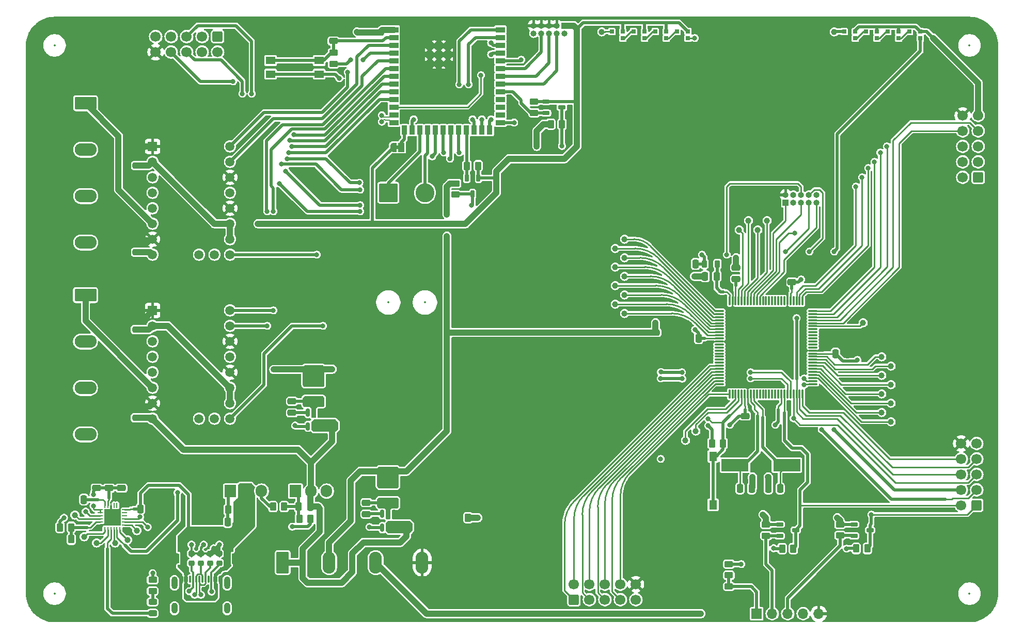
<source format=gbr>
%TF.GenerationSoftware,KiCad,Pcbnew,8.0.2*%
%TF.CreationDate,2024-05-15T16:38:57+02:00*%
%TF.ProjectId,Automatischer-Kabelschneider,4175746f-6d61-4746-9973-636865722d4b,1.0*%
%TF.SameCoordinates,Original*%
%TF.FileFunction,Copper,L1,Top*%
%TF.FilePolarity,Positive*%
%FSLAX46Y46*%
G04 Gerber Fmt 4.6, Leading zero omitted, Abs format (unit mm)*
G04 Created by KiCad (PCBNEW 8.0.2) date 2024-05-15 16:38:57*
%MOMM*%
%LPD*%
G01*
G04 APERTURE LIST*
G04 Aperture macros list*
%AMRoundRect*
0 Rectangle with rounded corners*
0 $1 Rounding radius*
0 $2 $3 $4 $5 $6 $7 $8 $9 X,Y pos of 4 corners*
0 Add a 4 corners polygon primitive as box body*
4,1,4,$2,$3,$4,$5,$6,$7,$8,$9,$2,$3,0*
0 Add four circle primitives for the rounded corners*
1,1,$1+$1,$2,$3*
1,1,$1+$1,$4,$5*
1,1,$1+$1,$6,$7*
1,1,$1+$1,$8,$9*
0 Add four rect primitives between the rounded corners*
20,1,$1+$1,$2,$3,$4,$5,0*
20,1,$1+$1,$4,$5,$6,$7,0*
20,1,$1+$1,$6,$7,$8,$9,0*
20,1,$1+$1,$8,$9,$2,$3,0*%
%AMFreePoly0*
4,1,19,0.550000,-0.750000,0.000000,-0.750000,0.000000,-0.744911,-0.071157,-0.744911,-0.207708,-0.704816,-0.327430,-0.627875,-0.420627,-0.520320,-0.479746,-0.390866,-0.500000,-0.250000,-0.500000,0.250000,-0.479746,0.390866,-0.420627,0.520320,-0.327430,0.627875,-0.207708,0.704816,-0.071157,0.744911,0.000000,0.744911,0.000000,0.750000,0.550000,0.750000,0.550000,-0.750000,0.550000,-0.750000,
$1*%
%AMFreePoly1*
4,1,19,0.000000,0.744911,0.071157,0.744911,0.207708,0.704816,0.327430,0.627875,0.420627,0.520320,0.479746,0.390866,0.500000,0.250000,0.500000,-0.250000,0.479746,-0.390866,0.420627,-0.520320,0.327430,-0.627875,0.207708,-0.704816,0.071157,-0.744911,0.000000,-0.744911,0.000000,-0.750000,-0.550000,-0.750000,-0.550000,0.750000,0.000000,0.750000,0.000000,0.744911,0.000000,0.744911,
$1*%
G04 Aperture macros list end*
%TA.AperFunction,EtchedComponent*%
%ADD10C,0.000000*%
%TD*%
%TA.AperFunction,SMDPad,CuDef*%
%ADD11RoundRect,0.250000X0.450000X-0.262500X0.450000X0.262500X-0.450000X0.262500X-0.450000X-0.262500X0*%
%TD*%
%TA.AperFunction,SMDPad,CuDef*%
%ADD12RoundRect,0.250000X0.475000X-0.250000X0.475000X0.250000X-0.475000X0.250000X-0.475000X-0.250000X0*%
%TD*%
%TA.AperFunction,SMDPad,CuDef*%
%ADD13C,1.000000*%
%TD*%
%TA.AperFunction,ComponentPad*%
%ADD14R,1.905000X2.000000*%
%TD*%
%TA.AperFunction,ComponentPad*%
%ADD15O,1.905000X2.000000*%
%TD*%
%TA.AperFunction,SMDPad,CuDef*%
%ADD16R,0.700000X0.700000*%
%TD*%
%TA.AperFunction,SMDPad,CuDef*%
%ADD17RoundRect,0.250000X-0.262500X-0.450000X0.262500X-0.450000X0.262500X0.450000X-0.262500X0.450000X0*%
%TD*%
%TA.AperFunction,SMDPad,CuDef*%
%ADD18R,4.500000X2.000000*%
%TD*%
%TA.AperFunction,SMDPad,CuDef*%
%ADD19RoundRect,0.250000X0.250000X0.475000X-0.250000X0.475000X-0.250000X-0.475000X0.250000X-0.475000X0*%
%TD*%
%TA.AperFunction,ComponentPad*%
%ADD20RoundRect,0.249999X-1.300001X-1.300001X1.300001X-1.300001X1.300001X1.300001X-1.300001X1.300001X0*%
%TD*%
%TA.AperFunction,ComponentPad*%
%ADD21C,3.100000*%
%TD*%
%TA.AperFunction,SMDPad,CuDef*%
%ADD22RoundRect,0.150000X0.150000X-0.512500X0.150000X0.512500X-0.150000X0.512500X-0.150000X-0.512500X0*%
%TD*%
%TA.AperFunction,ComponentPad*%
%ADD23R,1.508000X1.508000*%
%TD*%
%TA.AperFunction,ComponentPad*%
%ADD24C,1.508000*%
%TD*%
%TA.AperFunction,SMDPad,CuDef*%
%ADD25RoundRect,0.243750X0.456250X-0.243750X0.456250X0.243750X-0.456250X0.243750X-0.456250X-0.243750X0*%
%TD*%
%TA.AperFunction,SMDPad,CuDef*%
%ADD26RoundRect,0.250000X0.262500X0.450000X-0.262500X0.450000X-0.262500X-0.450000X0.262500X-0.450000X0*%
%TD*%
%TA.AperFunction,SMDPad,CuDef*%
%ADD27RoundRect,0.250000X-0.250000X-0.475000X0.250000X-0.475000X0.250000X0.475000X-0.250000X0.475000X0*%
%TD*%
%TA.AperFunction,SMDPad,CuDef*%
%ADD28R,3.300000X1.200000*%
%TD*%
%TA.AperFunction,SMDPad,CuDef*%
%ADD29RoundRect,0.250000X-0.475000X0.250000X-0.475000X-0.250000X0.475000X-0.250000X0.475000X0.250000X0*%
%TD*%
%TA.AperFunction,ComponentPad*%
%ADD30RoundRect,0.250000X0.600000X-0.600000X0.600000X0.600000X-0.600000X0.600000X-0.600000X-0.600000X0*%
%TD*%
%TA.AperFunction,ComponentPad*%
%ADD31C,1.700000*%
%TD*%
%TA.AperFunction,SMDPad,CuDef*%
%ADD32RoundRect,0.218750X-0.256250X0.218750X-0.256250X-0.218750X0.256250X-0.218750X0.256250X0.218750X0*%
%TD*%
%TA.AperFunction,SMDPad,CuDef*%
%ADD33R,1.550000X1.300000*%
%TD*%
%TA.AperFunction,SMDPad,CuDef*%
%ADD34RoundRect,0.093750X-0.093750X-0.106250X0.093750X-0.106250X0.093750X0.106250X-0.093750X0.106250X0*%
%TD*%
%TA.AperFunction,HeatsinkPad*%
%ADD35R,1.000000X1.600000*%
%TD*%
%TA.AperFunction,SMDPad,CuDef*%
%ADD36RoundRect,0.162500X-0.447500X-0.162500X0.447500X-0.162500X0.447500X0.162500X-0.447500X0.162500X0*%
%TD*%
%TA.AperFunction,SMDPad,CuDef*%
%ADD37RoundRect,0.218750X-0.218750X-0.381250X0.218750X-0.381250X0.218750X0.381250X-0.218750X0.381250X0*%
%TD*%
%TA.AperFunction,SMDPad,CuDef*%
%ADD38RoundRect,0.150000X-0.150000X-0.425000X0.150000X-0.425000X0.150000X0.425000X-0.150000X0.425000X0*%
%TD*%
%TA.AperFunction,SMDPad,CuDef*%
%ADD39RoundRect,0.075000X-0.075000X-0.500000X0.075000X-0.500000X0.075000X0.500000X-0.075000X0.500000X0*%
%TD*%
%TA.AperFunction,ComponentPad*%
%ADD40O,1.000000X2.100000*%
%TD*%
%TA.AperFunction,ComponentPad*%
%ADD41O,1.000000X1.800000*%
%TD*%
%TA.AperFunction,SMDPad,CuDef*%
%ADD42R,1.500000X0.900000*%
%TD*%
%TA.AperFunction,SMDPad,CuDef*%
%ADD43R,0.900000X1.500000*%
%TD*%
%TA.AperFunction,SMDPad,CuDef*%
%ADD44R,1.000000X1.000000*%
%TD*%
%TA.AperFunction,ComponentPad*%
%ADD45C,0.600000*%
%TD*%
%TA.AperFunction,ComponentPad*%
%ADD46RoundRect,0.250000X-0.600000X0.600000X-0.600000X-0.600000X0.600000X-0.600000X0.600000X0.600000X0*%
%TD*%
%TA.AperFunction,SMDPad,CuDef*%
%ADD47RoundRect,0.093750X0.093750X0.106250X-0.093750X0.106250X-0.093750X-0.106250X0.093750X-0.106250X0*%
%TD*%
%TA.AperFunction,SMDPad,CuDef*%
%ADD48R,1.300000X1.550000*%
%TD*%
%TA.AperFunction,ComponentPad*%
%ADD49R,1.000000X1.000000*%
%TD*%
%TA.AperFunction,ComponentPad*%
%ADD50O,1.000000X1.000000*%
%TD*%
%TA.AperFunction,ComponentPad*%
%ADD51RoundRect,0.250001X-1.549999X0.799999X-1.549999X-0.799999X1.549999X-0.799999X1.549999X0.799999X0*%
%TD*%
%TA.AperFunction,ComponentPad*%
%ADD52O,3.600000X2.100000*%
%TD*%
%TA.AperFunction,ComponentPad*%
%ADD53R,1.700000X1.700000*%
%TD*%
%TA.AperFunction,ComponentPad*%
%ADD54O,1.700000X1.700000*%
%TD*%
%TA.AperFunction,SMDPad,CuDef*%
%ADD55RoundRect,0.162500X-0.162500X0.447500X-0.162500X-0.447500X0.162500X-0.447500X0.162500X0.447500X0*%
%TD*%
%TA.AperFunction,SMDPad,CuDef*%
%ADD56RoundRect,0.075000X-0.662500X-0.075000X0.662500X-0.075000X0.662500X0.075000X-0.662500X0.075000X0*%
%TD*%
%TA.AperFunction,SMDPad,CuDef*%
%ADD57RoundRect,0.075000X-0.075000X-0.662500X0.075000X-0.662500X0.075000X0.662500X-0.075000X0.662500X0*%
%TD*%
%TA.AperFunction,SMDPad,CuDef*%
%ADD58FreePoly0,0.000000*%
%TD*%
%TA.AperFunction,SMDPad,CuDef*%
%ADD59R,1.000000X1.500000*%
%TD*%
%TA.AperFunction,SMDPad,CuDef*%
%ADD60FreePoly1,0.000000*%
%TD*%
%TA.AperFunction,ComponentPad*%
%ADD61RoundRect,0.250000X0.600000X0.600000X-0.600000X0.600000X-0.600000X-0.600000X0.600000X-0.600000X0*%
%TD*%
%TA.AperFunction,ComponentPad*%
%ADD62RoundRect,0.250001X-0.799999X-1.549999X0.799999X-1.549999X0.799999X1.549999X-0.799999X1.549999X0*%
%TD*%
%TA.AperFunction,ComponentPad*%
%ADD63O,2.100000X3.600000*%
%TD*%
%TA.AperFunction,SMDPad,CuDef*%
%ADD64RoundRect,0.062500X-0.337500X-0.062500X0.337500X-0.062500X0.337500X0.062500X-0.337500X0.062500X0*%
%TD*%
%TA.AperFunction,SMDPad,CuDef*%
%ADD65RoundRect,0.062500X-0.062500X-0.337500X0.062500X-0.337500X0.062500X0.337500X-0.062500X0.337500X0*%
%TD*%
%TA.AperFunction,HeatsinkPad*%
%ADD66R,2.750000X2.750000*%
%TD*%
%TA.AperFunction,ViaPad*%
%ADD67C,0.800000*%
%TD*%
%TA.AperFunction,Conductor*%
%ADD68C,0.508000*%
%TD*%
%TA.AperFunction,Conductor*%
%ADD69C,0.254000*%
%TD*%
%TA.AperFunction,Conductor*%
%ADD70C,1.000000*%
%TD*%
%TA.AperFunction,Conductor*%
%ADD71C,0.300000*%
%TD*%
%TA.AperFunction,Conductor*%
%ADD72C,0.250000*%
%TD*%
%TA.AperFunction,Conductor*%
%ADD73C,0.200000*%
%TD*%
%ADD74C,0.350000*%
%ADD75O,0.600000X1.700000*%
%ADD76O,0.600000X1.400000*%
%ADD77C,0.200000*%
G04 APERTURE END LIST*
D10*
%TA.AperFunction,EtchedComponent*%
%TO.C,JP1*%
G36*
X130555000Y-72820000D02*
G01*
X130055000Y-72820000D01*
X130055000Y-72220000D01*
X130555000Y-72220000D01*
X130555000Y-72820000D01*
G37*
%TD.AperFunction*%
%TD*%
D11*
%TO.P,R14,1*%
%TO.N,DISP_SDA*%
X190757534Y-136274034D03*
%TO.P,R14,2*%
%TO.N,+3.3V*%
X190757534Y-134449034D03*
%TD*%
D12*
%TO.P,C30,1*%
%TO.N,+5V*%
X194991034Y-94655534D03*
%TO.P,C30,2*%
%TO.N,GND*%
X194991034Y-92755534D03*
%TD*%
D13*
%TO.P,TP13,1,1*%
%TO.N,Net-(D9-DOUT)*%
X163833534Y-53573534D03*
%TD*%
D14*
%TO.P,Q2,1,G*%
%TO.N,/Powersupply_AKS/GATE*%
X113620909Y-128966453D03*
D15*
%TO.P,Q2,2,D*%
%TO.N,+20V*%
X116160909Y-128966453D03*
%TO.P,Q2,3,S*%
%TO.N,Net-(Q1-S)*%
X118700909Y-128966453D03*
%TD*%
D11*
%TO.P,R18,1*%
%TO.N,DISP_SCL*%
X202900534Y-136241034D03*
%TO.P,R18,2*%
%TO.N,+3.3V*%
X202900534Y-134416034D03*
%TD*%
D16*
%TO.P,D6,1,DOUT*%
%TO.N,Net-(D6-DOUT)*%
X176126534Y-53531534D03*
%TO.P,D6,2,VSS*%
%TO.N,GND*%
X176126534Y-54631534D03*
%TO.P,D6,3,DIN*%
%TO.N,WS2812*%
X177956534Y-54631534D03*
%TO.P,D6,4,VDD*%
%TO.N,+3.3V*%
X177956534Y-53531534D03*
%TD*%
D17*
%TO.P,R8,1*%
%TO.N,/Main Microcontroller/ESP_Tx*%
X141726500Y-75568000D03*
%TO.P,R8,2*%
%TO.N,+3.3V*%
X143551500Y-75568000D03*
%TD*%
D18*
%TO.P,Y1,1,1*%
%TO.N,Net-(U9-XTAL2)*%
X185661034Y-124693534D03*
%TO.P,Y1,2,2*%
%TO.N,Net-(U9-XTAL1)*%
X194161034Y-124693534D03*
%TD*%
D19*
%TO.P,C26,1*%
%TO.N,GNDREF*%
X188402000Y-128524000D03*
%TO.P,C26,2*%
%TO.N,Net-(U9-XTAL2)*%
X186502000Y-128524000D03*
%TD*%
D20*
%TO.P,J4,1,Pin_1*%
%TO.N,/Main Microcontroller/Touch1*%
X128829534Y-79989534D03*
D21*
%TO.P,J4,2,Pin_2*%
%TO.N,/Main Microcontroller/Touch2*%
X134829534Y-79989534D03*
%TD*%
D12*
%TO.P,C5,1*%
%TO.N,VDDD*%
X80999909Y-128472000D03*
%TO.P,C5,2*%
%TO.N,GND*%
X80999909Y-126572000D03*
%TD*%
D11*
%TO.P,R16,1*%
%TO.N,Net-(J12-Pin_1)*%
X184661534Y-142774534D03*
%TO.P,R16,2*%
%TO.N,AT_DISP_RST*%
X184661534Y-140949534D03*
%TD*%
D12*
%TO.P,C19,1*%
%TO.N,+3.3V*%
X87597534Y-75516534D03*
%TO.P,C19,2*%
%TO.N,GND*%
X87597534Y-73616534D03*
%TD*%
D22*
%TO.P,U4,1,FB*%
%TO.N,+3.3V*%
X115639534Y-118332534D03*
%TO.P,U4,2,EN*%
%TO.N,+20V*%
X116589534Y-118332534D03*
%TO.P,U4,3,IN*%
X117539534Y-118332534D03*
%TO.P,U4,4,GND*%
%TO.N,GND*%
X117539534Y-116057534D03*
%TO.P,U4,5,SW*%
%TO.N,Net-(U4-SW)*%
X116589534Y-116057534D03*
%TO.P,U4,6,BST*%
%TO.N,Net-(U4-BST)*%
X115639534Y-116057534D03*
%TD*%
D13*
%TO.P,TP17,1,1*%
%TO.N,Net-(U9-PC3)*%
X209723034Y-113009534D03*
%TD*%
D23*
%TO.P,U8,1,GND*%
%TO.N,GND*%
X90173534Y-99293534D03*
D24*
%TO.P,U8,2,VIO*%
%TO.N,+3.3V*%
X90173534Y-101833534D03*
%TO.P,U8,3,M1B*%
%TO.N,Net-(J6-Pin_2)*%
X90173534Y-104373534D03*
%TO.P,U8,4,M1A*%
%TO.N,Net-(J6-Pin_4)*%
X90173534Y-106913534D03*
%TO.P,U8,5,M2A*%
%TO.N,Net-(J6-Pin_3)*%
X90173534Y-109453534D03*
%TO.P,U8,6,M2B*%
%TO.N,Net-(J6-Pin_1)*%
X90173534Y-111993534D03*
%TO.P,U8,7,GND*%
%TO.N,GND*%
X90173534Y-114533534D03*
%TO.P,U8,8,VM*%
%TO.N,+20V*%
X90173534Y-117073534D03*
%TO.P,U8,9,DIR*%
%TO.N,MD2_DIR*%
X102873534Y-99293534D03*
%TO.P,U8,10,STEP*%
%TO.N,MD2_STEP*%
X102873534Y-101833534D03*
%TO.P,U8,11,PDN*%
%TO.N,GND*%
X102873534Y-104373534D03*
%TO.P,U8,12,UART*%
%TO.N,unconnected-(U8-UART-Pad12)*%
X102873534Y-106913534D03*
%TO.P,U8,13,SPRD*%
%TO.N,GND*%
X102873534Y-109453534D03*
%TO.P,U8,14,MS2*%
%TO.N,+3.3V*%
X102873534Y-111993534D03*
%TO.P,U8,15,MS1*%
X102873534Y-114533534D03*
%TO.P,U8,16,~{EN}*%
%TO.N,MD2_!EN*%
X102873534Y-117073534D03*
%TO.P,U8,17,INDEX*%
%TO.N,unconnected-(U8-INDEX-Pad17)*%
X97793534Y-117073534D03*
%TO.P,U8,18,DIAG*%
%TO.N,unconnected-(U8-DIAG-Pad18)*%
X100333534Y-117073534D03*
%TD*%
D25*
%TO.P,D1,1,K*%
%TO.N,Net-(D1-K)*%
X90186909Y-149032453D03*
%TO.P,D1,2,A*%
%TO.N,Net-(D1-A)*%
X90186909Y-147157453D03*
%TD*%
D26*
%TO.P,R19,1*%
%TO.N,ATMEGA_SCL*%
X207369034Y-138376534D03*
%TO.P,R19,2*%
%TO.N,+5V*%
X205544034Y-138376534D03*
%TD*%
D27*
%TO.P,C4,1*%
%TO.N,VBUS*%
X88177909Y-131878453D03*
%TO.P,C4,2*%
%TO.N,GND*%
X90077909Y-131878453D03*
%TD*%
D28*
%TO.P,L1,1,1*%
%TO.N,Net-(U4-SW)*%
X116589534Y-114173034D03*
%TO.P,L1,2,2*%
%TO.N,+3.3V*%
X116589534Y-111073034D03*
%TD*%
D13*
%TO.P,TP3,1,1*%
%TO.N,Net-(U3-HPI_SDA)*%
X86079909Y-136958453D03*
%TD*%
%TO.P,TP36,1,1*%
%TO.N,Net-(U9-PF3)*%
X190927034Y-84561534D03*
%TD*%
D29*
%TO.P,C8,1*%
%TO.N,Net-(U4-SW)*%
X113033534Y-114213034D03*
%TO.P,C8,2*%
%TO.N,Net-(U4-BST)*%
X113033534Y-116113034D03*
%TD*%
D19*
%TO.P,C29,1*%
%TO.N,+5V*%
X179685034Y-103865534D03*
%TO.P,C29,2*%
%TO.N,GND*%
X177785034Y-103865534D03*
%TD*%
D17*
%TO.P,R1,1*%
%TO.N,VDDD*%
X75007409Y-134926453D03*
%TO.P,R1,2*%
%TO.N,/Powersupply_AKS/ISNK_COARSE*%
X76832409Y-134926453D03*
%TD*%
D19*
%TO.P,C2,1*%
%TO.N,+20V*%
X116028909Y-131506453D03*
%TO.P,C2,2*%
%TO.N,/Powersupply_AKS/GATE*%
X114128909Y-131506453D03*
%TD*%
D30*
%TO.P,J9,1,Pin_1*%
%TO.N,/Slave Microcontroller/PB0*%
X159261534Y-146782034D03*
D31*
%TO.P,J9,2,Pin_2*%
%TO.N,/Slave Microcontroller/PB1*%
X159261534Y-144242034D03*
%TO.P,J9,3,Pin_3*%
%TO.N,/Slave Microcontroller/PB2*%
X161801534Y-146782034D03*
%TO.P,J9,4,Pin_4*%
%TO.N,/Slave Microcontroller/PB3*%
X161801534Y-144242034D03*
%TO.P,J9,5,Pin_5*%
%TO.N,/Slave Microcontroller/PB4*%
X164341534Y-146782034D03*
%TO.P,J9,6,Pin_6*%
%TO.N,/Slave Microcontroller/PB5*%
X164341534Y-144242034D03*
%TO.P,J9,7,Pin_7*%
%TO.N,/Slave Microcontroller/PB6*%
X166881534Y-146782034D03*
%TO.P,J9,8,Pin_8*%
%TO.N,/Slave Microcontroller/PB7*%
X166881534Y-144242034D03*
%TO.P,J9,9,Pin_9*%
%TO.N,+5V*%
X169421534Y-146782034D03*
%TO.P,J9,10,Pin_10*%
%TO.N,GND*%
X169421534Y-144242034D03*
%TD*%
D26*
%TO.P,R11,1*%
%TO.N,/Slave Microcontroller/ATMEGA_Tx*%
X157301500Y-68744500D03*
%TO.P,R11,2*%
%TO.N,+5V*%
X155476500Y-68744500D03*
%TD*%
D16*
%TO.P,D11,1,DOUT*%
%TO.N,Net-(D11-DOUT)*%
X210670534Y-53531534D03*
%TO.P,D11,2,VSS*%
%TO.N,GND*%
X210670534Y-54631534D03*
%TO.P,D11,3,DIN*%
%TO.N,Net-(D10-DOUT)*%
X212500534Y-54631534D03*
%TO.P,D11,4,VDD*%
%TO.N,+5V*%
X212500534Y-53531534D03*
%TD*%
D12*
%TO.P,C14,1*%
%TO.N,+5V*%
X127765534Y-125709534D03*
%TO.P,C14,2*%
%TO.N,GND*%
X127765534Y-123809534D03*
%TD*%
D13*
%TO.P,TP5,1,1*%
%TO.N,Net-(U3-SAFE_PWR_EN)*%
X77443909Y-132894453D03*
%TD*%
%TO.P,TP21,1,1*%
%TO.N,Net-(U9-PC7)*%
X209723034Y-106913534D03*
%TD*%
D32*
%TO.P,D4,1,A1*%
%TO.N,GND*%
X98072909Y-139224953D03*
%TO.P,D4,2,A2*%
%TO.N,/Main Microcontroller/D-*%
X98072909Y-140799953D03*
%TD*%
D33*
%TO.P,SW2,1,1*%
%TO.N,/Main Microcontroller/BOOT*%
X109521000Y-60502000D03*
X117471000Y-60502000D03*
%TO.P,SW2,2,2*%
%TO.N,GND*%
X109521000Y-65002000D03*
X117471000Y-65002000D03*
%TD*%
D32*
%TO.P,D2,1,A1*%
%TO.N,GND*%
X96548909Y-139224953D03*
%TO.P,D2,2,A2*%
%TO.N,/Powersupply_AKS/CC1*%
X96548909Y-140799953D03*
%TD*%
D34*
%TO.P,U2,1,GND*%
%TO.N,GND*%
X93121409Y-139362453D03*
%TO.P,U2,2,GND*%
X93121409Y-140012453D03*
%TO.P,U2,3,GND*%
X93121409Y-140662453D03*
%TO.P,U2,4,IN*%
%TO.N,VBUS*%
X94896409Y-140662453D03*
%TO.P,U2,5,IN*%
X94896409Y-140012453D03*
%TO.P,U2,6,IN*%
X94896409Y-139362453D03*
D35*
%TO.P,U2,7,GND*%
%TO.N,GND*%
X94008909Y-140012453D03*
%TD*%
D36*
%TO.P,Q6,1,G*%
%TO.N,+3.3V*%
X205195534Y-134411534D03*
%TO.P,Q6,2,S*%
%TO.N,DISP_SCL*%
X205195534Y-136311534D03*
%TO.P,Q6,3,D*%
%TO.N,ATMEGA_SCL*%
X207815534Y-135361534D03*
%TD*%
D13*
%TO.P,TP27,1,1*%
%TO.N,Net-(U9-PE5)*%
X167559034Y-96753534D03*
%TD*%
D36*
%TO.P,Q5,1,G*%
%TO.N,+3.3V*%
X193003534Y-134411534D03*
%TO.P,Q5,2,S*%
%TO.N,DISP_SDA*%
X193003534Y-136311534D03*
%TO.P,Q5,3,D*%
%TO.N,ATMEGA_SDA*%
X195623534Y-135361534D03*
%TD*%
D16*
%TO.P,D12,1,DOUT*%
%TO.N,Net-(D12-DOUT)*%
X207114534Y-53531534D03*
%TO.P,D12,2,VSS*%
%TO.N,GND*%
X207114534Y-54631534D03*
%TO.P,D12,3,DIN*%
%TO.N,Net-(D11-DOUT)*%
X208944534Y-54631534D03*
%TO.P,D12,4,VDD*%
%TO.N,+5V*%
X208944534Y-53531534D03*
%TD*%
D13*
%TO.P,TP31,1,1*%
%TO.N,Net-(D13-DOUT)*%
X201933534Y-53561534D03*
%TD*%
D16*
%TO.P,D8,1,DOUT*%
%TO.N,Net-(D8-DOUT)*%
X169014534Y-53531534D03*
%TO.P,D8,2,VSS*%
%TO.N,GND*%
X169014534Y-54631534D03*
%TO.P,D8,3,DIN*%
%TO.N,Net-(D7-DOUT)*%
X170844534Y-54631534D03*
%TO.P,D8,4,VDD*%
%TO.N,+3.3V*%
X170844534Y-53531534D03*
%TD*%
D37*
%TO.P,L3,1,1*%
%TO.N,+5V*%
X180654534Y-91673534D03*
%TO.P,L3,2,2*%
%TO.N,VDDA*%
X182779534Y-91673534D03*
%TD*%
D12*
%TO.P,C20,1*%
%TO.N,+20V*%
X87597534Y-89740534D03*
%TO.P,C20,2*%
%TO.N,GND*%
X87597534Y-87840534D03*
%TD*%
D14*
%TO.P,Q1,1,G*%
%TO.N,/Powersupply_AKS/GATE*%
X102952909Y-128966453D03*
D15*
%TO.P,Q1,2,D*%
%TO.N,VBUS*%
X105492909Y-128966453D03*
%TO.P,Q1,3,S*%
%TO.N,Net-(Q1-S)*%
X108032909Y-128966453D03*
%TD*%
D19*
%TO.P,C24,1*%
%TO.N,VDDA*%
X182667034Y-93705534D03*
%TO.P,C24,2*%
%TO.N,GNDREF*%
X180767034Y-93705534D03*
%TD*%
D12*
%TO.P,C22,1*%
%TO.N,+20V*%
X87574534Y-116935534D03*
%TO.P,C22,2*%
%TO.N,GND*%
X87574534Y-115035534D03*
%TD*%
%TO.P,C6,1*%
%TO.N,VDDD*%
X83031909Y-128472000D03*
%TO.P,C6,2*%
%TO.N,GND*%
X83031909Y-126572000D03*
%TD*%
%TO.P,C21,1*%
%TO.N,+3.3V*%
X87574534Y-102457534D03*
%TO.P,C21,2*%
%TO.N,GND*%
X87574534Y-100557534D03*
%TD*%
D16*
%TO.P,D9,1,DOUT*%
%TO.N,Net-(D9-DOUT)*%
X165458534Y-53531534D03*
%TO.P,D9,2,VSS*%
%TO.N,GND*%
X165458534Y-54631534D03*
%TO.P,D9,3,DIN*%
%TO.N,Net-(D8-DOUT)*%
X167288534Y-54631534D03*
%TO.P,D9,4,VDD*%
%TO.N,+3.3V*%
X167288534Y-53531534D03*
%TD*%
D11*
%TO.P,R9,1*%
%TO.N,/Slave Microcontroller/ATMEGA_Rx*%
X139845000Y-80290500D03*
%TO.P,R9,2*%
%TO.N,+5V*%
X139845000Y-78465500D03*
%TD*%
D13*
%TO.P,TP18,1,1*%
%TO.N,Net-(U9-PC4)*%
X211247034Y-111485534D03*
%TD*%
D38*
%TO.P,J1,A1,GND*%
%TO.N,GND*%
X94872909Y-143444453D03*
%TO.P,J1,A4,VBUS*%
%TO.N,VBUS*%
X95672909Y-143444453D03*
D39*
%TO.P,J1,A5,CC1*%
%TO.N,/Powersupply_AKS/CC1*%
X96822909Y-143444453D03*
%TO.P,J1,A6,D+*%
%TO.N,/Main Microcontroller/D+*%
X97822909Y-143444453D03*
%TO.P,J1,A7,D-*%
%TO.N,/Main Microcontroller/D-*%
X98322909Y-143444453D03*
%TO.P,J1,A8,SBU1*%
%TO.N,unconnected-(J1-SBU1-PadA8)*%
X99322909Y-143444453D03*
D38*
%TO.P,J1,A9,VBUS*%
%TO.N,VBUS*%
X100472909Y-143444453D03*
%TO.P,J1,A12,GND*%
%TO.N,GND*%
X101272909Y-143444453D03*
%TO.P,J1,B1,GND*%
X101272909Y-143444453D03*
%TO.P,J1,B4,VBUS*%
%TO.N,VBUS*%
X100472909Y-143444453D03*
D39*
%TO.P,J1,B5,CC2*%
%TO.N,/Powersupply_AKS/CC2*%
X99822909Y-143444453D03*
%TO.P,J1,B6,D+*%
%TO.N,/Main Microcontroller/D+*%
X98822909Y-143444453D03*
%TO.P,J1,B7,D-*%
%TO.N,/Main Microcontroller/D-*%
X97322909Y-143444453D03*
%TO.P,J1,B8,SBU2*%
%TO.N,unconnected-(J1-SBU2-PadB8)*%
X96322909Y-143444453D03*
D38*
%TO.P,J1,B9,VBUS*%
%TO.N,VBUS*%
X95672909Y-143444453D03*
%TO.P,J1,B12,GND*%
%TO.N,GND*%
X94872909Y-143444453D03*
D40*
%TO.P,J1,S1,SHIELD*%
%TO.N,unconnected-(J1-SHIELD-PadS1)_1*%
X93752909Y-144019453D03*
D41*
%TO.N,unconnected-(J1-SHIELD-PadS1)*%
X93752909Y-148199453D03*
D40*
%TO.N,unconnected-(J1-SHIELD-PadS1)_2*%
X102392909Y-144019453D03*
D41*
%TO.N,unconnected-(J1-SHIELD-PadS1)_0*%
X102392909Y-148199453D03*
%TD*%
D12*
%TO.P,C16,1*%
%TO.N,+3.3V*%
X125367000Y-53658000D03*
%TO.P,C16,2*%
%TO.N,GND*%
X125367000Y-51758000D03*
%TD*%
D22*
%TO.P,U5,1,FB*%
%TO.N,+5V*%
X127831534Y-134975034D03*
%TO.P,U5,2,EN*%
%TO.N,+20V*%
X128781534Y-134975034D03*
%TO.P,U5,3,IN*%
X129731534Y-134975034D03*
%TO.P,U5,4,GND*%
%TO.N,GND*%
X129731534Y-132700034D03*
%TO.P,U5,5,SW*%
%TO.N,Net-(U5-SW)*%
X128781534Y-132700034D03*
%TO.P,U5,6,BST*%
%TO.N,Net-(U5-BST)*%
X127831534Y-132700034D03*
%TD*%
D12*
%TO.P,C11,1*%
%TO.N,+3.3V*%
X117605534Y-109001034D03*
%TO.P,C11,2*%
%TO.N,GND*%
X117605534Y-107101034D03*
%TD*%
D13*
%TO.P,TP26,1,1*%
%TO.N,Net-(U9-PE4)*%
X166035034Y-95229534D03*
%TD*%
%TO.P,TP29,1,1*%
%TO.N,Net-(U9-PE7)*%
X167559034Y-99801534D03*
%TD*%
D32*
%TO.P,D5,1,A1*%
%TO.N,GND*%
X99596909Y-139224953D03*
%TO.P,D5,2,A2*%
%TO.N,/Main Microcontroller/D+*%
X99596909Y-140799953D03*
%TD*%
D42*
%TO.P,U7,1,GND*%
%TO.N,GND*%
X129718000Y-51946000D03*
%TO.P,U7,2,3V3*%
%TO.N,+3.3V*%
X129718000Y-53216000D03*
%TO.P,U7,3,EN*%
%TO.N,/Main Microcontroller/EN*%
X129718000Y-54486000D03*
%TO.P,U7,4,IO4*%
%TO.N,MD1_STEP*%
X129718000Y-55756000D03*
%TO.P,U7,5,IO5*%
%TO.N,MD1_DIR*%
X129718000Y-57026000D03*
%TO.P,U7,6,IO6*%
%TO.N,MD2_STEP*%
X129718000Y-58296000D03*
%TO.P,U7,7,IO7*%
%TO.N,MD2_DIR*%
X129718000Y-59566000D03*
%TO.P,U7,8,IO15*%
%TO.N,/Main Microcontroller/IO15*%
X129718000Y-60836000D03*
%TO.P,U7,9,IO16*%
%TO.N,/Main Microcontroller/IO16*%
X129718000Y-62106000D03*
%TO.P,U7,10,IO17*%
%TO.N,/Main Microcontroller/IO17*%
X129718000Y-63376000D03*
%TO.P,U7,11,IO18*%
%TO.N,/Main Microcontroller/IO18*%
X129718000Y-64646000D03*
%TO.P,U7,12,IO8*%
%TO.N,WS2812*%
X129718000Y-65916000D03*
%TO.P,U7,13,USB_D-/IO19*%
%TO.N,/Main Microcontroller/D-*%
X129718000Y-67186000D03*
%TO.P,U7,14,USB_D+/IO20*%
%TO.N,/Main Microcontroller/D+*%
X129718000Y-68456000D03*
D43*
%TO.P,U7,15,IO3*%
%TO.N,Net-(JP1-C)*%
X131483000Y-69706000D03*
%TO.P,U7,16,IO46*%
%TO.N,Net-(U7-IO46)*%
X132753000Y-69706000D03*
%TO.P,U7,17,IO9*%
%TO.N,/Main Microcontroller/Touch1*%
X134023000Y-69706000D03*
%TO.P,U7,18,IO10*%
%TO.N,/Main Microcontroller/Touch2*%
X135293000Y-69706000D03*
%TO.P,U7,19,IO11*%
%TO.N,/Main Microcontroller/IO11*%
X136563000Y-69706000D03*
%TO.P,U7,20,IO12*%
%TO.N,/Main Microcontroller/IO12*%
X137833000Y-69706000D03*
%TO.P,U7,21,IO13*%
%TO.N,/Main Microcontroller/IO13*%
X139103000Y-69706000D03*
%TO.P,U7,22,IO14*%
%TO.N,/Main Microcontroller/IO14*%
X140373000Y-69706000D03*
%TO.P,U7,23,IO21*%
%TO.N,/Main Microcontroller/ESP_Tx*%
X141643000Y-69706000D03*
%TO.P,U7,24,IO47*%
%TO.N,Net-(U7-IO47)*%
X142913000Y-69706000D03*
%TO.P,U7,25,IO48*%
%TO.N,Net-(U7-IO48)*%
X144183000Y-69706000D03*
%TO.P,U7,26,IO45*%
%TO.N,Net-(U7-IO45)*%
X145453000Y-69706000D03*
D42*
%TO.P,U7,27,IO0*%
%TO.N,/Main Microcontroller/BOOT*%
X147218000Y-68456000D03*
%TO.P,U7,28,NC*%
%TO.N,unconnected-(U7-NC-Pad28)*%
X147218000Y-67186000D03*
%TO.P,U7,29,NC*%
%TO.N,unconnected-(U7-NC-Pad29)*%
X147218000Y-65916000D03*
%TO.P,U7,30,NC*%
%TO.N,unconnected-(U7-NC-Pad30)*%
X147218000Y-64646000D03*
%TO.P,U7,31,IO38*%
%TO.N,/Main Microcontroller/ESP_Rx*%
X147218000Y-63376000D03*
%TO.P,U7,32,MTCK/IO39*%
%TO.N,MTCK*%
X147218000Y-62106000D03*
%TO.P,U7,33,MTDO/IO40*%
%TO.N,MTDO*%
X147218000Y-60836000D03*
%TO.P,U7,34,MTDI/IO41*%
%TO.N,MTDI*%
X147218000Y-59566000D03*
%TO.P,U7,35,MTMS/IO42*%
%TO.N,MTMS*%
X147218000Y-58296000D03*
%TO.P,U7,36,RXD0/IO44*%
%TO.N,Net-(U7-RXD0{slash}IO44)*%
X147218000Y-57026000D03*
%TO.P,U7,37,TXD0/IO43*%
%TO.N,Net-(U7-TXD0{slash}IO43)*%
X147218000Y-55756000D03*
%TO.P,U7,38,IO2*%
%TO.N,MD2_!EN*%
X147218000Y-54486000D03*
%TO.P,U7,39,IO1*%
%TO.N,MD1_!EN*%
X147218000Y-53216000D03*
%TO.P,U7,40,GND*%
%TO.N,GND*%
X147218000Y-51946000D03*
D44*
%TO.P,U7,41,GND*%
X135608000Y-55796000D03*
D45*
X135608000Y-56546000D03*
D44*
X135608000Y-57296000D03*
D45*
X135608000Y-58046000D03*
D44*
X135608000Y-58796000D03*
D45*
X136358000Y-55796000D03*
X136358000Y-57296000D03*
X136358000Y-58796000D03*
D44*
X137108000Y-55796000D03*
D45*
X137108000Y-56546000D03*
D44*
X137108000Y-57296000D03*
D45*
X137108000Y-58046000D03*
D44*
X137108000Y-58796000D03*
D45*
X137858000Y-55796000D03*
X137858000Y-57296000D03*
X137858000Y-58796000D03*
D44*
X138608000Y-55796000D03*
D45*
X138608000Y-56546000D03*
D44*
X138608000Y-57296000D03*
D45*
X138608000Y-58046000D03*
D44*
X138608000Y-58796000D03*
%TD*%
D46*
%TO.P,J5,1,Pin_1*%
%TO.N,/Main Microcontroller/IO11*%
X100841534Y-54345034D03*
D31*
%TO.P,J5,2,Pin_2*%
%TO.N,/Main Microcontroller/IO12*%
X100841534Y-56885034D03*
%TO.P,J5,3,Pin_3*%
%TO.N,/Main Microcontroller/IO13*%
X98301534Y-54345034D03*
%TO.P,J5,4,Pin_4*%
%TO.N,/Main Microcontroller/IO14*%
X98301534Y-56885034D03*
%TO.P,J5,5,Pin_5*%
%TO.N,/Main Microcontroller/IO15*%
X95761534Y-54345034D03*
%TO.P,J5,6,Pin_6*%
%TO.N,/Main Microcontroller/IO16*%
X95761534Y-56885034D03*
%TO.P,J5,7,Pin_7*%
%TO.N,/Main Microcontroller/IO17*%
X93221534Y-54345034D03*
%TO.P,J5,8,Pin_8*%
%TO.N,/Main Microcontroller/IO18*%
X93221534Y-56885034D03*
%TO.P,J5,9,Pin_9*%
%TO.N,+3.3V*%
X90681534Y-54345034D03*
%TO.P,J5,10,Pin_10*%
%TO.N,GND*%
X90681534Y-56885034D03*
%TD*%
D17*
%TO.P,R12,1*%
%TO.N,+5V*%
X181886534Y-121137534D03*
%TO.P,R12,2*%
%TO.N,ATMEGA_RST*%
X183711534Y-121137534D03*
%TD*%
D13*
%TO.P,TP20,1,1*%
%TO.N,Net-(U9-PC6)*%
X211247034Y-108437534D03*
%TD*%
%TO.P,TP34,1,1*%
%TO.N,Net-(U9-PF2)*%
X189403034Y-86085534D03*
%TD*%
D16*
%TO.P,D7,1,DOUT*%
%TO.N,Net-(D7-DOUT)*%
X172570534Y-53531534D03*
%TO.P,D7,2,VSS*%
%TO.N,GND*%
X172570534Y-54631534D03*
%TO.P,D7,3,DIN*%
%TO.N,Net-(D6-DOUT)*%
X174400534Y-54631534D03*
%TO.P,D7,4,VDD*%
%TO.N,+3.3V*%
X174400534Y-53531534D03*
%TD*%
D29*
%TO.P,C32,1*%
%TO.N,+5V*%
X187371034Y-116631534D03*
%TO.P,C32,2*%
%TO.N,GND*%
X187371034Y-118531534D03*
%TD*%
D47*
%TO.P,U1,1,GND*%
%TO.N,GND*%
X104548409Y-140662453D03*
%TO.P,U1,2,GND*%
X104548409Y-140012453D03*
%TO.P,U1,3,GND*%
X104548409Y-139362453D03*
%TO.P,U1,4,IN*%
%TO.N,VBUS*%
X102773409Y-139362453D03*
%TO.P,U1,5,IN*%
X102773409Y-140012453D03*
%TO.P,U1,6,IN*%
X102773409Y-140662453D03*
D35*
%TO.P,U1,7,GND*%
%TO.N,GND*%
X103660909Y-140012453D03*
%TD*%
D12*
%TO.P,C7,1*%
%TO.N,VDDD*%
X85063909Y-128472000D03*
%TO.P,C7,2*%
%TO.N,GND*%
X85063909Y-126572000D03*
%TD*%
D29*
%TO.P,C28,1*%
%TO.N,+5V*%
X172639034Y-102915534D03*
%TO.P,C28,2*%
%TO.N,GND*%
X172639034Y-104815534D03*
%TD*%
D48*
%TO.P,SW3,1,1*%
%TO.N,GND*%
X177570763Y-131208534D03*
X177570763Y-123258534D03*
%TO.P,SW3,2,2*%
%TO.N,ATMEGA_RST*%
X182070763Y-131208534D03*
X182070763Y-123258534D03*
%TD*%
D11*
%TO.P,R7,1*%
%TO.N,+3.3V*%
X119846000Y-58838500D03*
%TO.P,R7,2*%
%TO.N,/Main Microcontroller/EN*%
X119846000Y-57013500D03*
%TD*%
D13*
%TO.P,TP23,1,1*%
%TO.N,Net-(U9-PE1)*%
X167559034Y-90657534D03*
%TD*%
%TO.P,TP2,1,1*%
%TO.N,Net-(U3-HPI_SCL)*%
X87603909Y-135434453D03*
%TD*%
D12*
%TO.P,C18,1*%
%TO.N,/Main Microcontroller/EN*%
X119846000Y-55066000D03*
%TO.P,C18,2*%
%TO.N,GND*%
X119846000Y-53166000D03*
%TD*%
D16*
%TO.P,D13,1,DOUT*%
%TO.N,Net-(D13-DOUT)*%
X203558534Y-53531534D03*
%TO.P,D13,2,VSS*%
%TO.N,GND*%
X203558534Y-54631534D03*
%TO.P,D13,3,DIN*%
%TO.N,Net-(D12-DOUT)*%
X205388534Y-54631534D03*
%TO.P,D13,4,VDD*%
%TO.N,+5V*%
X205388534Y-53531534D03*
%TD*%
D13*
%TO.P,TP38,1,1*%
%TO.N,Net-(U9-PG5)*%
X167559034Y-87609534D03*
%TD*%
%TO.P,TP4,1,1*%
%TO.N,Net-(U3-~{HPI_INT})*%
X78967909Y-136450453D03*
%TD*%
%TO.P,TP24,1,1*%
%TO.N,Net-(U9-PE2)*%
X166035034Y-92181534D03*
%TD*%
D12*
%TO.P,C27,1*%
%TO.N,Net-(U9-AREF)*%
X185847034Y-94147534D03*
%TO.P,C27,2*%
%TO.N,GNDREF*%
X185847034Y-92247534D03*
%TD*%
D28*
%TO.P,L2,1,1*%
%TO.N,Net-(U5-SW)*%
X128781534Y-130815534D03*
%TO.P,L2,2,2*%
%TO.N,+5V*%
X128781534Y-127715534D03*
%TD*%
D17*
%TO.P,R3,1*%
%TO.N,Net-(Q1-S)*%
X109914409Y-131506453D03*
%TO.P,R3,2*%
%TO.N,/Powersupply_AKS/GATE*%
X111739409Y-131506453D03*
%TD*%
D49*
%TO.P,J7,1,Pin_1*%
%TO.N,+3.3V*%
X157737534Y-52557534D03*
D50*
%TO.P,J7,2,Pin_2*%
%TO.N,MTMS*%
X157737534Y-53827534D03*
%TO.P,J7,3,Pin_3*%
%TO.N,GND*%
X156467534Y-52557534D03*
%TO.P,J7,4,Pin_4*%
%TO.N,MTCK*%
X156467534Y-53827534D03*
%TO.P,J7,5,Pin_5*%
%TO.N,GND*%
X155197534Y-52557534D03*
%TO.P,J7,6,Pin_6*%
%TO.N,MTDO*%
X155197534Y-53827534D03*
%TO.P,J7,7,Pin_7*%
%TO.N,GND*%
X153927534Y-52557534D03*
%TO.P,J7,8,Pin_8*%
%TO.N,MTDI*%
X153927534Y-53827534D03*
%TO.P,J7,9,Pin_9*%
%TO.N,GND*%
X152657534Y-52557534D03*
%TO.P,J7,10,Pin_10*%
%TO.N,unconnected-(J7-Pin_10-Pad10)*%
X152657534Y-53827534D03*
%TD*%
D13*
%TO.P,TP30,1,1*%
%TO.N,Net-(U9-PF0)*%
X186355034Y-86085534D03*
%TD*%
D49*
%TO.P,J11,1,Pin_1*%
%TO.N,ATMEGA_TCK*%
X193975034Y-81630534D03*
D50*
%TO.P,J11,2,Pin_2*%
%TO.N,GND*%
X193975034Y-80360534D03*
%TO.P,J11,3,Pin_3*%
%TO.N,ATMEGA_TDO*%
X195245034Y-81630534D03*
%TO.P,J11,4,Pin_4*%
%TO.N,+5V*%
X195245034Y-80360534D03*
%TO.P,J11,5,Pin_5*%
%TO.N,ATMEGA_TMS*%
X196515034Y-81630534D03*
%TO.P,J11,6,Pin_6*%
%TO.N,ATMEGA_RST*%
X196515034Y-80360534D03*
%TO.P,J11,7,Pin_7*%
%TO.N,ATMEGA_!WR*%
X197785034Y-81630534D03*
%TO.P,J11,8,Pin_8*%
%TO.N,ATMEGA_!RD*%
X197785034Y-80360534D03*
%TO.P,J11,9,Pin_9*%
%TO.N,ATMEGA_TDI*%
X199055034Y-81630534D03*
%TO.P,J11,10,Pin_10*%
%TO.N,GND*%
X199055034Y-80360534D03*
%TD*%
D13*
%TO.P,TP25,1,1*%
%TO.N,Net-(U9-PE3)*%
X167559034Y-93705534D03*
%TD*%
%TO.P,TP14,1,1*%
%TO.N,Net-(U9-PC0)*%
X211247034Y-117581534D03*
%TD*%
D27*
%TO.P,C25,1*%
%TO.N,GNDREF*%
X191162534Y-128524000D03*
%TO.P,C25,2*%
%TO.N,Net-(U9-XTAL1)*%
X193062534Y-128524000D03*
%TD*%
D29*
%TO.P,C12,1*%
%TO.N,Net-(U5-SW)*%
X125225534Y-130855534D03*
%TO.P,C12,2*%
%TO.N,Net-(U5-BST)*%
X125225534Y-132755534D03*
%TD*%
D13*
%TO.P,TP35,1,1*%
%TO.N,Net-(U9-PG3)*%
X177549534Y-120629534D03*
%TD*%
D51*
%TO.P,J3,1,Pin_1*%
%TO.N,Net-(J3-Pin_1)*%
X79206000Y-65292000D03*
D52*
%TO.P,J3,2,Pin_2*%
%TO.N,Net-(J3-Pin_2)*%
X79206000Y-72912000D03*
%TO.P,J3,3,Pin_3*%
%TO.N,Net-(J3-Pin_3)*%
X79206000Y-80532000D03*
%TO.P,J3,4,Pin_4*%
%TO.N,Net-(J3-Pin_4)*%
X79206000Y-88152000D03*
%TD*%
D17*
%TO.P,R13,1*%
%TO.N,GND*%
X140061034Y-133329534D03*
%TO.P,R13,2*%
%TO.N,GNDREF*%
X141886034Y-133329534D03*
%TD*%
D13*
%TO.P,TP19,1,1*%
%TO.N,Net-(U9-PC5)*%
X209723034Y-109961534D03*
%TD*%
D53*
%TO.P,J12,1,Pin_1*%
%TO.N,Net-(J12-Pin_1)*%
X189233534Y-149077534D03*
D54*
%TO.P,J12,2,Pin_2*%
%TO.N,DISP_SDA*%
X191773534Y-149077534D03*
%TO.P,J12,3,Pin_3*%
%TO.N,DISP_SCL*%
X194313534Y-149077534D03*
%TO.P,J12,4,Pin_4*%
%TO.N,+3.3V*%
X196853534Y-149077534D03*
%TO.P,J12,5,Pin_5*%
%TO.N,GND*%
X199393534Y-149077534D03*
%TD*%
D13*
%TO.P,TP6,1,1*%
%TO.N,Net-(U3-GPIO_1)*%
X80999909Y-137466453D03*
%TD*%
D23*
%TO.P,U6,1,GND*%
%TO.N,GND*%
X90173534Y-72369534D03*
D24*
%TO.P,U6,2,VIO*%
%TO.N,+3.3V*%
X90173534Y-74909534D03*
%TO.P,U6,3,M1B*%
%TO.N,Net-(J3-Pin_2)*%
X90173534Y-77449534D03*
%TO.P,U6,4,M1A*%
%TO.N,Net-(J3-Pin_4)*%
X90173534Y-79989534D03*
%TO.P,U6,5,M2A*%
%TO.N,Net-(J3-Pin_3)*%
X90173534Y-82529534D03*
%TO.P,U6,6,M2B*%
%TO.N,Net-(J3-Pin_1)*%
X90173534Y-85069534D03*
%TO.P,U6,7,GND*%
%TO.N,GND*%
X90173534Y-87609534D03*
%TO.P,U6,8,VM*%
%TO.N,+20V*%
X90173534Y-90149534D03*
%TO.P,U6,9,DIR*%
%TO.N,MD1_DIR*%
X102873534Y-72369534D03*
%TO.P,U6,10,STEP*%
%TO.N,MD1_STEP*%
X102873534Y-74909534D03*
%TO.P,U6,11,PDN*%
%TO.N,GND*%
X102873534Y-77449534D03*
%TO.P,U6,12,UART*%
%TO.N,unconnected-(U6-UART-Pad12)*%
X102873534Y-79989534D03*
%TO.P,U6,13,SPRD*%
%TO.N,GND*%
X102873534Y-82529534D03*
%TO.P,U6,14,MS2*%
%TO.N,+3.3V*%
X102873534Y-85069534D03*
%TO.P,U6,15,MS1*%
X102873534Y-87609534D03*
%TO.P,U6,16,~{EN}*%
%TO.N,MD1_!EN*%
X102873534Y-90149534D03*
%TO.P,U6,17,INDEX*%
%TO.N,unconnected-(U6-INDEX-Pad17)*%
X97793534Y-90149534D03*
%TO.P,U6,18,DIAG*%
%TO.N,unconnected-(U6-DIAG-Pad18)*%
X100333534Y-90149534D03*
%TD*%
D11*
%TO.P,R10,1*%
%TO.N,/Main Microcontroller/ESP_Rx*%
X152729500Y-66863000D03*
%TO.P,R10,2*%
%TO.N,+3.3V*%
X152729500Y-65038000D03*
%TD*%
D27*
%TO.P,C31,1*%
%TO.N,+5V*%
X202169034Y-106405534D03*
%TO.P,C31,2*%
%TO.N,GND*%
X204069034Y-106405534D03*
%TD*%
D33*
%TO.P,SW1,1,1*%
%TO.N,GND*%
X109521000Y-53771000D03*
X117471000Y-53771000D03*
%TO.P,SW1,2,2*%
%TO.N,/Main Microcontroller/EN*%
X109521000Y-58271000D03*
X117471000Y-58271000D03*
%TD*%
D26*
%TO.P,R2,1*%
%TO.N,VBUS*%
X104373409Y-132014453D03*
%TO.P,R2,2*%
%TO.N,/Powersupply_AKS/GATE*%
X102548409Y-132014453D03*
%TD*%
D55*
%TO.P,Q3,1,G*%
%TO.N,+3.3V*%
X143589000Y-77560000D03*
%TO.P,Q3,2,S*%
%TO.N,/Main Microcontroller/ESP_Tx*%
X141689000Y-77560000D03*
%TO.P,Q3,3,D*%
%TO.N,/Slave Microcontroller/ATMEGA_Rx*%
X142639000Y-80180000D03*
%TD*%
D56*
%TO.P,U9,1,PG5*%
%TO.N,Net-(U9-PG5)*%
X183095034Y-99389534D03*
%TO.P,U9,2,PE0*%
%TO.N,Net-(U9-PE0)*%
X183095034Y-99889534D03*
%TO.P,U9,3,PE1*%
%TO.N,Net-(U9-PE1)*%
X183095034Y-100389534D03*
%TO.P,U9,4,PE2*%
%TO.N,Net-(U9-PE2)*%
X183095034Y-100889534D03*
%TO.P,U9,5,PE3*%
%TO.N,Net-(U9-PE3)*%
X183095034Y-101389534D03*
%TO.P,U9,6,PE4*%
%TO.N,Net-(U9-PE4)*%
X183095034Y-101889534D03*
%TO.P,U9,7,PE5*%
%TO.N,Net-(U9-PE5)*%
X183095034Y-102389534D03*
%TO.P,U9,8,PE6*%
%TO.N,Net-(U9-PE6)*%
X183095034Y-102889534D03*
%TO.P,U9,9,PE7*%
%TO.N,Net-(U9-PE7)*%
X183095034Y-103389534D03*
%TO.P,U9,10,VCC*%
%TO.N,+5V*%
X183095034Y-103889534D03*
%TO.P,U9,11,GND*%
%TO.N,GND*%
X183095034Y-104389534D03*
%TO.P,U9,12,PH0*%
%TO.N,unconnected-(U9-PH0-Pad12)*%
X183095034Y-104889534D03*
%TO.P,U9,13,PH1*%
%TO.N,unconnected-(U9-PH1-Pad13)*%
X183095034Y-105389534D03*
%TO.P,U9,14,PH2*%
%TO.N,unconnected-(U9-PH2-Pad14)*%
X183095034Y-105889534D03*
%TO.P,U9,15,PH3*%
%TO.N,unconnected-(U9-PH3-Pad15)*%
X183095034Y-106389534D03*
%TO.P,U9,16,PH4*%
%TO.N,unconnected-(U9-PH4-Pad16)*%
X183095034Y-106889534D03*
%TO.P,U9,17,PH5*%
%TO.N,unconnected-(U9-PH5-Pad17)*%
X183095034Y-107389534D03*
%TO.P,U9,18,PH6*%
%TO.N,unconnected-(U9-PH6-Pad18)*%
X183095034Y-107889534D03*
%TO.P,U9,19,PB0*%
%TO.N,/Slave Microcontroller/PB0*%
X183095034Y-108389534D03*
%TO.P,U9,20,PB1*%
%TO.N,/Slave Microcontroller/PB1*%
X183095034Y-108889534D03*
%TO.P,U9,21,PB2*%
%TO.N,/Slave Microcontroller/PB2*%
X183095034Y-109389534D03*
%TO.P,U9,22,PB3*%
%TO.N,/Slave Microcontroller/PB3*%
X183095034Y-109889534D03*
%TO.P,U9,23,PB4*%
%TO.N,/Slave Microcontroller/PB4*%
X183095034Y-110389534D03*
%TO.P,U9,24,PB5*%
%TO.N,/Slave Microcontroller/PB5*%
X183095034Y-110889534D03*
%TO.P,U9,25,PB6*%
%TO.N,/Slave Microcontroller/PB6*%
X183095034Y-111389534D03*
D57*
%TO.P,U9,26,PB7*%
%TO.N,/Slave Microcontroller/PB7*%
X184757534Y-113052034D03*
%TO.P,U9,27,PH7*%
%TO.N,unconnected-(U9-PH7-Pad27)*%
X185257534Y-113052034D03*
%TO.P,U9,28,PG3*%
%TO.N,Net-(U9-PG3)*%
X185757534Y-113052034D03*
%TO.P,U9,29,PG4*%
%TO.N,Net-(U9-PG4)*%
X186257534Y-113052034D03*
%TO.P,U9,30,~{RESET}*%
%TO.N,ATMEGA_RST*%
X186757534Y-113052034D03*
%TO.P,U9,31,VCC*%
%TO.N,+5V*%
X187257534Y-113052034D03*
%TO.P,U9,32,GND*%
%TO.N,GND*%
X187757534Y-113052034D03*
%TO.P,U9,33,XTAL2*%
%TO.N,Net-(U9-XTAL2)*%
X188257534Y-113052034D03*
%TO.P,U9,34,XTAL1*%
%TO.N,Net-(U9-XTAL1)*%
X188757534Y-113052034D03*
%TO.P,U9,35,PL0*%
%TO.N,unconnected-(U9-PL0-Pad35)*%
X189257534Y-113052034D03*
%TO.P,U9,36,PL1*%
%TO.N,unconnected-(U9-PL1-Pad36)*%
X189757534Y-113052034D03*
%TO.P,U9,37,PL2*%
%TO.N,unconnected-(U9-PL2-Pad37)*%
X190257534Y-113052034D03*
%TO.P,U9,38,PL3*%
%TO.N,unconnected-(U9-PL3-Pad38)*%
X190757534Y-113052034D03*
%TO.P,U9,39,PL4*%
%TO.N,unconnected-(U9-PL4-Pad39)*%
X191257534Y-113052034D03*
%TO.P,U9,40,PL5*%
%TO.N,unconnected-(U9-PL5-Pad40)*%
X191757534Y-113052034D03*
%TO.P,U9,41,PL6*%
%TO.N,unconnected-(U9-PL6-Pad41)*%
X192257534Y-113052034D03*
%TO.P,U9,42,PL7*%
%TO.N,unconnected-(U9-PL7-Pad42)*%
X192757534Y-113052034D03*
%TO.P,U9,43,PD0*%
%TO.N,ATMEGA_SCL*%
X193257534Y-113052034D03*
%TO.P,U9,44,PD1*%
%TO.N,ATMEGA_SDA*%
X193757534Y-113052034D03*
%TO.P,U9,45,PD2*%
%TO.N,/Slave Microcontroller/ATMEGA_Rx*%
X194257534Y-113052034D03*
%TO.P,U9,46,PD3*%
%TO.N,/Slave Microcontroller/ATMEGA_Tx*%
X194757534Y-113052034D03*
%TO.P,U9,47,PD4*%
%TO.N,AT_DISP_RST*%
X195257534Y-113052034D03*
%TO.P,U9,48,PD5*%
%TO.N,PD5*%
X195757534Y-113052034D03*
%TO.P,U9,49,PD6*%
%TO.N,/Slave Microcontroller/PD6*%
X196257534Y-113052034D03*
%TO.P,U9,50,PD7*%
%TO.N,/Slave Microcontroller/PD7*%
X196757534Y-113052034D03*
D56*
%TO.P,U9,51,PG0*%
%TO.N,ATMEGA_!WR*%
X198420034Y-111389534D03*
%TO.P,U9,52,PG1*%
%TO.N,ATMEGA_!RD*%
X198420034Y-110889534D03*
%TO.P,U9,53,PC0*%
%TO.N,Net-(U9-PC0)*%
X198420034Y-110389534D03*
%TO.P,U9,54,PC1*%
%TO.N,Net-(U9-PC1)*%
X198420034Y-109889534D03*
%TO.P,U9,55,PC2*%
%TO.N,Net-(U9-PC2)*%
X198420034Y-109389534D03*
%TO.P,U9,56,PC3*%
%TO.N,Net-(U9-PC3)*%
X198420034Y-108889534D03*
%TO.P,U9,57,PC4*%
%TO.N,Net-(U9-PC4)*%
X198420034Y-108389534D03*
%TO.P,U9,58,PC5*%
%TO.N,Net-(U9-PC5)*%
X198420034Y-107889534D03*
%TO.P,U9,59,PC6*%
%TO.N,Net-(U9-PC6)*%
X198420034Y-107389534D03*
%TO.P,U9,60,PC7*%
%TO.N,Net-(U9-PC7)*%
X198420034Y-106889534D03*
%TO.P,U9,61,VCC*%
%TO.N,+5V*%
X198420034Y-106389534D03*
%TO.P,U9,62,GND*%
%TO.N,GND*%
X198420034Y-105889534D03*
%TO.P,U9,63,PJ0*%
%TO.N,unconnected-(U9-PJ0-Pad63)*%
X198420034Y-105389534D03*
%TO.P,U9,64,PJ1*%
%TO.N,unconnected-(U9-PJ1-Pad64)*%
X198420034Y-104889534D03*
%TO.P,U9,65,PJ2*%
%TO.N,unconnected-(U9-PJ2-Pad65)*%
X198420034Y-104389534D03*
%TO.P,U9,66,PJ3*%
%TO.N,unconnected-(U9-PJ3-Pad66)*%
X198420034Y-103889534D03*
%TO.P,U9,67,PJ4*%
%TO.N,unconnected-(U9-PJ4-Pad67)*%
X198420034Y-103389534D03*
%TO.P,U9,68,PJ5*%
%TO.N,unconnected-(U9-PJ5-Pad68)*%
X198420034Y-102889534D03*
%TO.P,U9,69,PJ6*%
%TO.N,unconnected-(U9-PJ6-Pad69)*%
X198420034Y-102389534D03*
%TO.P,U9,70,PG2*%
%TO.N,Net-(U9-PG2)*%
X198420034Y-101889534D03*
%TO.P,U9,71,PA7*%
%TO.N,/Slave Microcontroller/PA7*%
X198420034Y-101389534D03*
%TO.P,U9,72,PA6*%
%TO.N,/Slave Microcontroller/PA6*%
X198420034Y-100889534D03*
%TO.P,U9,73,PA5*%
%TO.N,/Slave Microcontroller/PA5*%
X198420034Y-100389534D03*
%TO.P,U9,74,PA4*%
%TO.N,/Slave Microcontroller/PA4*%
X198420034Y-99889534D03*
%TO.P,U9,75,PA3*%
%TO.N,/Slave Microcontroller/PA3*%
X198420034Y-99389534D03*
D57*
%TO.P,U9,76,PA2*%
%TO.N,/Slave Microcontroller/PA2*%
X196757534Y-97727034D03*
%TO.P,U9,77,PA1*%
%TO.N,/Slave Microcontroller/PA1*%
X196257534Y-97727034D03*
%TO.P,U9,78,PA0*%
%TO.N,/Slave Microcontroller/PA0*%
X195757534Y-97727034D03*
%TO.P,U9,79,PJ7*%
%TO.N,unconnected-(U9-PJ7-Pad79)*%
X195257534Y-97727034D03*
%TO.P,U9,80,VCC*%
%TO.N,+5V*%
X194757534Y-97727034D03*
%TO.P,U9,81,GND*%
%TO.N,GND*%
X194257534Y-97727034D03*
%TO.P,U9,82,PK7*%
%TO.N,unconnected-(U9-PK7-Pad82)*%
X193757534Y-97727034D03*
%TO.P,U9,83,PK6*%
%TO.N,unconnected-(U9-PK6-Pad83)*%
X193257534Y-97727034D03*
%TO.P,U9,84,PK5*%
%TO.N,unconnected-(U9-PK5-Pad84)*%
X192757534Y-97727034D03*
%TO.P,U9,85,PK4*%
%TO.N,unconnected-(U9-PK4-Pad85)*%
X192257534Y-97727034D03*
%TO.P,U9,86,PK3*%
%TO.N,unconnected-(U9-PK3-Pad86)*%
X191757534Y-97727034D03*
%TO.P,U9,87,PK2*%
%TO.N,unconnected-(U9-PK2-Pad87)*%
X191257534Y-97727034D03*
%TO.P,U9,88,PK1*%
%TO.N,unconnected-(U9-PK1-Pad88)*%
X190757534Y-97727034D03*
%TO.P,U9,89,PK0*%
%TO.N,unconnected-(U9-PK0-Pad89)*%
X190257534Y-97727034D03*
%TO.P,U9,90,PF7*%
%TO.N,ATMEGA_TDI*%
X189757534Y-97727034D03*
%TO.P,U9,91,PF6*%
%TO.N,ATMEGA_TDO*%
X189257534Y-97727034D03*
%TO.P,U9,92,PF5*%
%TO.N,ATMEGA_TMS*%
X188757534Y-97727034D03*
%TO.P,U9,93,PF4*%
%TO.N,ATMEGA_TCK*%
X188257534Y-97727034D03*
%TO.P,U9,94,PF3*%
%TO.N,Net-(U9-PF3)*%
X187757534Y-97727034D03*
%TO.P,U9,95,PF2*%
%TO.N,Net-(U9-PF2)*%
X187257534Y-97727034D03*
%TO.P,U9,96,PF1*%
%TO.N,Net-(U9-PF1)*%
X186757534Y-97727034D03*
%TO.P,U9,97,PF0*%
%TO.N,Net-(U9-PF0)*%
X186257534Y-97727034D03*
%TO.P,U9,98,AREF*%
%TO.N,Net-(U9-AREF)*%
X185757534Y-97727034D03*
%TO.P,U9,99,GND*%
%TO.N,GND*%
X185257534Y-97727034D03*
%TO.P,U9,100,AVCC*%
%TO.N,VDDA*%
X184757534Y-97727034D03*
%TD*%
D58*
%TO.P,JP1,1,A*%
%TO.N,+3.3V*%
X129655000Y-72520000D03*
D59*
%TO.P,JP1,2,C*%
%TO.N,Net-(JP1-C)*%
X130955000Y-72520000D03*
D60*
%TO.P,JP1,3,B*%
%TO.N,GND*%
X132255000Y-72520000D03*
%TD*%
D12*
%TO.P,C15,1*%
%TO.N,+5V*%
X129797534Y-125709534D03*
%TO.P,C15,2*%
%TO.N,GND*%
X129797534Y-123809534D03*
%TD*%
D17*
%TO.P,R5,1*%
%TO.N,/Powersupply_AKS/GATE*%
X114232409Y-133538453D03*
%TO.P,R5,2*%
%TO.N,/Powersupply_AKS/VBUS_FET_EN*%
X116057409Y-133538453D03*
%TD*%
D51*
%TO.P,J6,1,Pin_1*%
%TO.N,Net-(J6-Pin_1)*%
X79173500Y-96788000D03*
D52*
%TO.P,J6,2,Pin_2*%
%TO.N,Net-(J6-Pin_2)*%
X79173500Y-104408000D03*
%TO.P,J6,3,Pin_3*%
%TO.N,Net-(J6-Pin_3)*%
X79173500Y-112028000D03*
%TO.P,J6,4,Pin_4*%
%TO.N,Net-(J6-Pin_4)*%
X79173500Y-119648000D03*
%TD*%
D12*
%TO.P,C17,1*%
%TO.N,+3.3V*%
X127399000Y-53658000D03*
%TO.P,C17,2*%
%TO.N,GND*%
X127399000Y-51758000D03*
%TD*%
D13*
%TO.P,TP16,1,1*%
%TO.N,Net-(U9-PC2)*%
X211247034Y-114533534D03*
%TD*%
D19*
%TO.P,C23,1*%
%TO.N,+5V*%
X179177034Y-91673534D03*
%TO.P,C23,2*%
%TO.N,GND*%
X177277034Y-91673534D03*
%TD*%
D13*
%TO.P,TP33,1,1*%
%TO.N,Net-(U9-PG2)*%
X206675034Y-101325534D03*
%TD*%
D16*
%TO.P,D10,1,DOUT*%
%TO.N,Net-(D10-DOUT)*%
X214226534Y-53531534D03*
%TO.P,D10,2,VSS*%
%TO.N,GND*%
X214226534Y-54631534D03*
%TO.P,D10,3,DIN*%
%TO.N,PD5*%
X216056534Y-54631534D03*
%TO.P,D10,4,VDD*%
%TO.N,+5V*%
X216056534Y-53531534D03*
%TD*%
D13*
%TO.P,TP37,1,1*%
%TO.N,Net-(U9-PG4)*%
X179243034Y-119105534D03*
%TD*%
D19*
%TO.P,C3,1*%
%TO.N,VCCD*%
X78901909Y-130354453D03*
%TO.P,C3,2*%
%TO.N,GND*%
X77001909Y-130354453D03*
%TD*%
D12*
%TO.P,C9,1*%
%TO.N,+20V*%
X119637534Y-118145034D03*
%TO.P,C9,2*%
%TO.N,GND*%
X119637534Y-116245034D03*
%TD*%
D19*
%TO.P,C1,1*%
%TO.N,VBUS*%
X104410909Y-134046453D03*
%TO.P,C1,2*%
%TO.N,/Powersupply_AKS/GATE*%
X102510909Y-134046453D03*
%TD*%
D26*
%TO.P,R15,1*%
%TO.N,ATMEGA_SDA*%
X195226034Y-138409534D03*
%TO.P,R15,2*%
%TO.N,+5V*%
X193401034Y-138409534D03*
%TD*%
D32*
%TO.P,D3,1,A1*%
%TO.N,GND*%
X101120909Y-139224953D03*
%TO.P,D3,2,A2*%
%TO.N,/Powersupply_AKS/CC2*%
X101120909Y-140799953D03*
%TD*%
D13*
%TO.P,TP32,1,1*%
%TO.N,Net-(U9-PF1)*%
X187879034Y-84561534D03*
%TD*%
%TO.P,TP1,1,1*%
%TO.N,Net-(U3-FLIP)*%
X84047909Y-137466453D03*
%TD*%
D61*
%TO.P,J10,1,Pin_1*%
%TO.N,ATMEGA_SCL*%
X225301534Y-131297534D03*
D31*
%TO.P,J10,2,Pin_2*%
%TO.N,ATMEGA_SDA*%
X222761534Y-131297534D03*
%TO.P,J10,3,Pin_3*%
%TO.N,/Slave Microcontroller/ATMEGA_Rx*%
X225301534Y-128757534D03*
%TO.P,J10,4,Pin_4*%
%TO.N,/Slave Microcontroller/ATMEGA_Tx*%
X222761534Y-128757534D03*
%TO.P,J10,5,Pin_5*%
%TO.N,AT_DISP_RST*%
X225301534Y-126217534D03*
%TO.P,J10,6,Pin_6*%
%TO.N,PD5*%
X222761534Y-126217534D03*
%TO.P,J10,7,Pin_7*%
%TO.N,/Slave Microcontroller/PD6*%
X225301534Y-123677534D03*
%TO.P,J10,8,Pin_8*%
%TO.N,/Slave Microcontroller/PD7*%
X222761534Y-123677534D03*
%TO.P,J10,9,Pin_9*%
%TO.N,+5V*%
X225301534Y-121137534D03*
%TO.P,J10,10,Pin_10*%
%TO.N,GND*%
X222761534Y-121137534D03*
%TD*%
D26*
%TO.P,R4,1*%
%TO.N,/Powersupply_AKS/ISNK_COARSE*%
X76832409Y-136860453D03*
%TO.P,R4,2*%
%TO.N,GND*%
X75007409Y-136860453D03*
%TD*%
D11*
%TO.P,R17,1*%
%TO.N,GND*%
X184661534Y-146434034D03*
%TO.P,R17,2*%
%TO.N,Net-(J12-Pin_1)*%
X184661534Y-144609034D03*
%TD*%
D12*
%TO.P,C10,1*%
%TO.N,+3.3V*%
X115573534Y-109001034D03*
%TO.P,C10,2*%
%TO.N,GND*%
X115573534Y-107101034D03*
%TD*%
D62*
%TO.P,J2,1,Pin_1*%
%TO.N,+20V*%
X111509534Y-140695534D03*
D63*
%TO.P,J2,2,Pin_2*%
%TO.N,+5V*%
X119129534Y-140695534D03*
%TO.P,J2,3,Pin_3*%
%TO.N,+3.3V*%
X126749534Y-140695534D03*
%TO.P,J2,4,Pin_4*%
%TO.N,GND*%
X134369534Y-140695534D03*
%TD*%
D13*
%TO.P,TP28,1,1*%
%TO.N,Net-(U9-PE6)*%
X166035034Y-98277534D03*
%TD*%
D64*
%TO.P,U3,1,VBUS_MIN*%
%TO.N,VDDD*%
X81607909Y-132034453D03*
%TO.P,U3,2,VBUS_MAX*%
X81607909Y-132534453D03*
%TO.P,U3,3,VBUS_FET_EN*%
%TO.N,/Powersupply_AKS/VBUS_FET_EN*%
X81607909Y-133034453D03*
%TO.P,U3,4,SAFE_PWR_EN*%
%TO.N,Net-(U3-SAFE_PWR_EN)*%
X81607909Y-133534453D03*
%TO.P,U3,5,ISNK_COARSE*%
%TO.N,/Powersupply_AKS/ISNK_COARSE*%
X81607909Y-134034453D03*
%TO.P,U3,6,ISNK_FINE*%
%TO.N,GND*%
X81607909Y-134534453D03*
D65*
%TO.P,U3,7,~{HPI_INT}*%
%TO.N,Net-(U3-~{HPI_INT})*%
X82332909Y-135259453D03*
%TO.P,U3,8,GPIO_1*%
%TO.N,Net-(U3-GPIO_1)*%
X82832909Y-135259453D03*
%TO.P,U3,9,FAULT*%
%TO.N,Net-(D1-K)*%
X83332909Y-135259453D03*
%TO.P,U3,10,FLIP*%
%TO.N,Net-(U3-FLIP)*%
X83832909Y-135259453D03*
%TO.P,U3,11,VDC_OUT*%
%TO.N,+20V*%
X84332909Y-135259453D03*
%TO.P,U3,12,HPI_SDA*%
%TO.N,Net-(U3-HPI_SDA)*%
X84832909Y-135259453D03*
D64*
%TO.P,U3,13,HPI_SCL*%
%TO.N,Net-(U3-HPI_SCL)*%
X85557909Y-134534453D03*
%TO.P,U3,14,CC2*%
%TO.N,/Powersupply_AKS/CC2*%
X85557909Y-134034453D03*
%TO.P,U3,15,CC1*%
%TO.N,/Powersupply_AKS/CC1*%
X85557909Y-133534453D03*
%TO.P,U3,16,NC*%
%TO.N,unconnected-(U3-NC-Pad16)*%
X85557909Y-133034453D03*
%TO.P,U3,17,NC*%
%TO.N,unconnected-(U3-NC-Pad17)*%
X85557909Y-132534453D03*
%TO.P,U3,18,VBUS_IN*%
%TO.N,VBUS*%
X85557909Y-132034453D03*
D65*
%TO.P,U3,19,GND*%
%TO.N,GND*%
X84832909Y-131309453D03*
%TO.P,U3,20,NC*%
%TO.N,unconnected-(U3-NC-Pad20)*%
X84332909Y-131309453D03*
%TO.P,U3,21,NC*%
%TO.N,unconnected-(U3-NC-Pad21)*%
X83832909Y-131309453D03*
%TO.P,U3,22,GND*%
%TO.N,GND*%
X83332909Y-131309453D03*
%TO.P,U3,23,VDDD*%
%TO.N,VDDD*%
X82832909Y-131309453D03*
%TO.P,U3,24,VCCD*%
%TO.N,VCCD*%
X82332909Y-131309453D03*
D66*
%TO.P,U3,25,GND*%
%TO.N,GND*%
X83582909Y-133284453D03*
%TD*%
D13*
%TO.P,TP22,1,1*%
%TO.N,Net-(U9-PE0)*%
X166035034Y-89133534D03*
%TD*%
%TO.P,TP15,1,1*%
%TO.N,Net-(U9-PC1)*%
X209723034Y-116057534D03*
%TD*%
D61*
%TO.P,J8,1,Pin_1*%
%TO.N,/Slave Microcontroller/PA0*%
X225546034Y-77449534D03*
D31*
%TO.P,J8,2,Pin_2*%
%TO.N,/Slave Microcontroller/PA1*%
X223006034Y-77449534D03*
%TO.P,J8,3,Pin_3*%
%TO.N,/Slave Microcontroller/PA2*%
X225546034Y-74909534D03*
%TO.P,J8,4,Pin_4*%
%TO.N,/Slave Microcontroller/PA3*%
X223006034Y-74909534D03*
%TO.P,J8,5,Pin_5*%
%TO.N,/Slave Microcontroller/PA4*%
X225546034Y-72369534D03*
%TO.P,J8,6,Pin_6*%
%TO.N,/Slave Microcontroller/PA5*%
X223006034Y-72369534D03*
%TO.P,J8,7,Pin_7*%
%TO.N,/Slave Microcontroller/PA6*%
X225546034Y-69829534D03*
%TO.P,J8,8,Pin_8*%
%TO.N,/Slave Microcontroller/PA7*%
X223006034Y-69829534D03*
%TO.P,J8,9,Pin_9*%
%TO.N,+5V*%
X225546034Y-67289534D03*
%TO.P,J8,10,Pin_10*%
%TO.N,GND*%
X223006034Y-67289534D03*
%TD*%
D11*
%TO.P,R6,1*%
%TO.N,Net-(D1-A)*%
X90186909Y-145372953D03*
%TO.P,R6,2*%
%TO.N,VDDD*%
X90186909Y-143547953D03*
%TD*%
D12*
%TO.P,C13,1*%
%TO.N,+20V*%
X131829534Y-134787534D03*
%TO.P,C13,2*%
%TO.N,GND*%
X131829534Y-132887534D03*
%TD*%
D36*
%TO.P,Q4,1,G*%
%TO.N,+3.3V*%
X154681500Y-65000500D03*
%TO.P,Q4,2,S*%
%TO.N,/Main Microcontroller/ESP_Rx*%
X154681500Y-66900500D03*
%TO.P,Q4,3,D*%
%TO.N,/Slave Microcontroller/ATMEGA_Tx*%
X157301500Y-65950500D03*
%TD*%
D67*
%TO.N,GND*%
X102108000Y-119380000D03*
X150876000Y-99060000D03*
X92456000Y-134112000D03*
X79756000Y-139192000D03*
X199644000Y-128524000D03*
X119380000Y-91948000D03*
X96012000Y-148844000D03*
X145545534Y-52049534D03*
X194991034Y-91165534D03*
X178816000Y-146304000D03*
X187960000Y-105664000D03*
X141224000Y-125984000D03*
X123843000Y-51615534D03*
X123444000Y-73152000D03*
X217932000Y-113792000D03*
X75599909Y-130354453D03*
X178308000Y-86868000D03*
X83820000Y-61468000D03*
X113284000Y-62992000D03*
X71628000Y-133096000D03*
X184912000Y-59436000D03*
X151384000Y-141224000D03*
X97536000Y-94488000D03*
X113284000Y-55880000D03*
X132080000Y-58928000D03*
X191008000Y-107188000D03*
X83031909Y-125236000D03*
X184323034Y-95229534D03*
X84328000Y-145288000D03*
X89408000Y-122428000D03*
X207013534Y-55758534D03*
X71120000Y-141224000D03*
X179832000Y-132080000D03*
X143764000Y-136652000D03*
X109220000Y-146812000D03*
X215392000Y-135128000D03*
X159004000Y-107696000D03*
X127765534Y-122341534D03*
X172720000Y-131064000D03*
X93980000Y-66548000D03*
X85344000Y-140208000D03*
X219964000Y-140208000D03*
X136652000Y-53340000D03*
X215392000Y-118364000D03*
X221488000Y-89408000D03*
X165357534Y-55605534D03*
X105156000Y-145796000D03*
X100584000Y-148844000D03*
X79756000Y-55372000D03*
X187371034Y-120121540D03*
X99060000Y-148844000D03*
X198120000Y-74676000D03*
X85063909Y-125236000D03*
X209804000Y-67056000D03*
X129540000Y-104648000D03*
X119637534Y-114843034D03*
X124968000Y-148336000D03*
X83582909Y-133284451D03*
X115573534Y-105699034D03*
X226568000Y-139700000D03*
X165608000Y-111760000D03*
X132588000Y-128016000D03*
X217932000Y-60960000D03*
X101120909Y-137751953D03*
X168656000Y-135128000D03*
X176195034Y-91673534D03*
X108204000Y-118872000D03*
X205095150Y-106283650D03*
X141732000Y-145288000D03*
X172639034Y-106405534D03*
X212344000Y-120904000D03*
X132588000Y-102108000D03*
X120904000Y-123952000D03*
X153416000Y-106172000D03*
X176025534Y-55605534D03*
X74168000Y-120396000D03*
X168913534Y-55605534D03*
X227076000Y-86868000D03*
X98547910Y-137751953D03*
X73152000Y-114300000D03*
X94488000Y-124460000D03*
X133096000Y-54864000D03*
X206248000Y-72136000D03*
X170688000Y-126492000D03*
X204216000Y-128016000D03*
X216916000Y-86868000D03*
X73567909Y-136860453D03*
X167640000Y-83312000D03*
X131064000Y-142240000D03*
X202184000Y-143256000D03*
X117469960Y-105834608D03*
X172469534Y-55605534D03*
X217424000Y-147828000D03*
X154432000Y-137160000D03*
X130813534Y-74401534D03*
X88392000Y-140208000D03*
X93980000Y-84328000D03*
X186436000Y-81280000D03*
X201168000Y-103124000D03*
X162560000Y-73660000D03*
X78740000Y-115824000D03*
X73152000Y-66040000D03*
X203457534Y-55758534D03*
X172720000Y-138684000D03*
X156464000Y-129540000D03*
X97536000Y-76708000D03*
X131829534Y-131485534D03*
X185420000Y-101092000D03*
X169164000Y-128524000D03*
X129797534Y-122341534D03*
X115316000Y-148336000D03*
X164084000Y-57404000D03*
X170688000Y-113792000D03*
X136144000Y-67056000D03*
X127000000Y-69596000D03*
X168656000Y-106172000D03*
X159004000Y-122428000D03*
X209296000Y-58420000D03*
X210569534Y-55758534D03*
X98552000Y-132588000D03*
X176073150Y-103743650D03*
X139192000Y-67564000D03*
X142240000Y-119380000D03*
X111760000Y-119888000D03*
X201168000Y-124968000D03*
X199644000Y-113284000D03*
X178816000Y-107696000D03*
X214125534Y-55758534D03*
X96548909Y-137751953D03*
X123444000Y-96520000D03*
X75184000Y-76708000D03*
X199644000Y-59944000D03*
X100205590Y-138360634D03*
X170180000Y-57404000D03*
X217424000Y-121412000D03*
X119888000Y-99060000D03*
X179312763Y-131297534D03*
X98044000Y-128524000D03*
X104648000Y-94488000D03*
X119888000Y-133096000D03*
X119380000Y-148336000D03*
X209296000Y-142748000D03*
X78232000Y-94488000D03*
X97536000Y-148844000D03*
X79756000Y-146812000D03*
X89916000Y-136652000D03*
X189992000Y-81280000D03*
X122936000Y-87884000D03*
X192024000Y-100584000D03*
X179323999Y-122427535D03*
X141732000Y-91948000D03*
X185928000Y-74676000D03*
X217424000Y-79756000D03*
X80999909Y-125170000D03*
X198628000Y-122936000D03*
X127508000Y-115824000D03*
X108204000Y-136144000D03*
X192532000Y-53848000D03*
X72644000Y-101600000D03*
X91413909Y-131878453D03*
X212344000Y-94488000D03*
X200152000Y-66548000D03*
X125476000Y-121412000D03*
X135128000Y-110744000D03*
%TO.N,+3.3V*%
X122685534Y-58145494D03*
X113541534Y-118211034D03*
X190249534Y-132821556D03*
X202441534Y-133329542D03*
X180089534Y-149077534D03*
X110041057Y-109001057D03*
X119637534Y-108945534D03*
X107445534Y-85069534D03*
X123701534Y-53573534D03*
X116596748Y-109924317D03*
%TO.N,+20V*%
X94250909Y-129220453D03*
%TO.N,GNDREF*%
X143513534Y-133329534D03*
X179009034Y-93705534D03*
X185847034Y-90657534D03*
X188556534Y-126629534D03*
X191096534Y-126629534D03*
X173485534Y-123677534D03*
%TO.N,VDDD*%
X90186909Y-142428453D03*
X80491909Y-131370453D03*
X75650409Y-133341453D03*
X80491909Y-129500453D03*
%TO.N,/Powersupply_AKS/CC1*%
X88136899Y-133203453D03*
X96173200Y-145403600D03*
%TO.N,/Powersupply_AKS/CC2*%
X89366409Y-134865453D03*
X99838909Y-145476453D03*
%TO.N,/Main Microcontroller/D-*%
X127765534Y-67272534D03*
X97047909Y-145984453D03*
%TO.N,/Main Microcontroller/D+*%
X98097909Y-145984453D03*
X127765534Y-68322534D03*
%TO.N,ATMEGA_!WR*%
X197023034Y-111485534D03*
X193975034Y-89641534D03*
%TO.N,ATMEGA_TDO*%
X195499034Y-86593534D03*
%TO.N,ATMEGA_RST*%
X184323034Y-90149534D03*
X181275034Y-117073534D03*
%TO.N,ATMEGA_!RD*%
X197023034Y-110469534D03*
X197869534Y-89641534D03*
%TO.N,MTMS*%
X150625534Y-58145560D03*
%TO.N,/Powersupply_AKS/VBUS_FET_EN*%
X113046909Y-134808453D03*
X79206409Y-132325453D03*
%TO.N,ATMEGA_SCL*%
X192281534Y-118089534D03*
X208029534Y-132821534D03*
%TO.N,AT_DISP_RST*%
X195264883Y-117008826D03*
X186693534Y-140949534D03*
%TO.N,/Main Microcontroller/BOOT*%
X149459056Y-68456012D03*
X120787534Y-61193534D03*
%TO.N,+5V*%
X125733534Y-134853534D03*
X203965534Y-138409534D03*
X196515034Y-94213534D03*
X128788748Y-126566817D03*
X138433534Y-87101534D03*
X172639034Y-101325534D03*
X179130901Y-102453667D03*
X192006235Y-138352555D03*
X184831034Y-118089534D03*
X181275034Y-118223537D03*
X205725023Y-107421545D03*
X153165534Y-72369534D03*
X138433534Y-83545534D03*
X180259034Y-90149534D03*
%TO.N,/Slave Microcontroller/PA1*%
X206505534Y-77449534D03*
%TO.N,/Slave Microcontroller/PA3*%
X208537534Y-74909534D03*
%TO.N,/Slave Microcontroller/PA0*%
X205489534Y-78973534D03*
%TO.N,/Slave Microcontroller/PA5*%
X210569534Y-72369534D03*
%TO.N,/Slave Microcontroller/PA2*%
X207521534Y-75925534D03*
%TO.N,/Slave Microcontroller/PA4*%
X209495120Y-73385534D03*
%TO.N,/Slave Microcontroller/ATMEGA_Rx*%
X177002410Y-110503044D03*
X188217534Y-110469534D03*
X199901534Y-118866534D03*
X173485534Y-110469534D03*
X142497534Y-82021534D03*
%TO.N,/Slave Microcontroller/ATMEGA_Tx*%
X201897800Y-118866534D03*
X176970237Y-109453518D03*
X157301500Y-72297580D03*
X188217534Y-109453534D03*
X173526956Y-109412112D03*
%TO.N,MD1_!EN*%
X117097534Y-90149534D03*
X140465534Y-62209534D03*
%TO.N,MD2_!EN*%
X118113534Y-101833534D03*
X141989534Y-62209534D03*
%TO.N,PD5*%
X195757534Y-100564336D03*
X201933534Y-89641534D03*
%TO.N,MD1_DIR*%
X124717534Y-58145534D03*
X122177534Y-60177534D03*
%TO.N,MD2_STEP*%
X108969534Y-101833534D03*
X108969534Y-83037534D03*
%TO.N,MD2_DIR*%
X109985536Y-99293534D03*
X109985534Y-83037534D03*
%TO.N,WS2812*%
X144021534Y-60685534D03*
X179073534Y-54589534D03*
%TO.N,/Main Microcontroller/IO11*%
X136016309Y-74016309D03*
X124078294Y-78334324D03*
X112251998Y-74401534D03*
%TO.N,/Main Microcontroller/IO14*%
X140465534Y-73385534D03*
X111001530Y-78465534D03*
X124209534Y-83037534D03*
%TO.N,/Main Microcontroller/IO17*%
X113033524Y-72369534D03*
%TO.N,/Main Microcontroller/IO16*%
X104905534Y-63733534D03*
X112675968Y-71345989D03*
%TO.N,/Main Microcontroller/IO15*%
X106429534Y-63733534D03*
X113356601Y-70441989D03*
%TO.N,/Main Microcontroller/IO12*%
X124209534Y-79481534D03*
X111336819Y-75288882D03*
X137925534Y-73385534D03*
%TO.N,/Main Microcontroller/IO13*%
X112017534Y-76433534D03*
X138941534Y-74401534D03*
X124209536Y-82021534D03*
%TO.N,/Main Microcontroller/IO18*%
X103381534Y-61701534D03*
X112525534Y-73385534D03*
%TO.N,Net-(U7-TXD0{slash}IO43)*%
X145687000Y-55390000D03*
%TO.N,Net-(U7-RXD0{slash}IO44)*%
X145687000Y-57280000D03*
%TO.N,Net-(U7-IO45)*%
X145687000Y-67948000D03*
%TO.N,Net-(U7-IO46)*%
X132987000Y-67948000D03*
%TO.N,Net-(U7-IO47)*%
X142639000Y-67948000D03*
%TO.N,Net-(U7-IO48)*%
X144163000Y-67948000D03*
%TD*%
D68*
%TO.N,/Powersupply_AKS/GATE*%
X114128909Y-131506453D02*
X114128909Y-133434953D01*
X111739409Y-131506453D02*
X114128909Y-131506453D01*
X102510909Y-132051953D02*
X102548409Y-132014453D01*
X114128909Y-129474453D02*
X114128909Y-131506453D01*
X114128909Y-133434953D02*
X114232409Y-133538453D01*
X102548409Y-129370953D02*
X102952909Y-128966453D01*
X102548409Y-132014453D02*
X102548409Y-129370953D01*
X102510909Y-134046453D02*
X102510909Y-132051953D01*
X114128909Y-129474453D02*
X113620909Y-128966453D01*
%TO.N,GND*%
X152657534Y-52557534D02*
X156467534Y-52557534D01*
X214226534Y-55657534D02*
X214125534Y-55758534D01*
X210670534Y-55657534D02*
X210569534Y-55758534D01*
X178227034Y-105389534D02*
X177785034Y-104947534D01*
D69*
X81607909Y-134534453D02*
X81655909Y-134486453D01*
D70*
X204069034Y-106405534D02*
X204973266Y-106405534D01*
D68*
X188387034Y-115920000D02*
X188550034Y-116083000D01*
D70*
X76935909Y-130354453D02*
X75599909Y-130354453D01*
D68*
X193812034Y-95574534D02*
X193975034Y-95737534D01*
D70*
X204973266Y-106405534D02*
X205095150Y-106283650D01*
D69*
X82380909Y-134486453D02*
X83582909Y-133284453D01*
D68*
X132255000Y-72520000D02*
X132255000Y-73468068D01*
X132255000Y-73468068D02*
X131321534Y-74401534D01*
X193812034Y-93934534D02*
X193812034Y-95574534D01*
X210670534Y-54631534D02*
X210670534Y-55657534D01*
D70*
X87597534Y-87840534D02*
X89942534Y-87840534D01*
X127587000Y-51946000D02*
X127399000Y-51758000D01*
D69*
X176126534Y-54631534D02*
X176126534Y-55504534D01*
X198420034Y-105889534D02*
X200063034Y-105889534D01*
D70*
X177570763Y-123258534D02*
X178493000Y-123258534D01*
D69*
X165458534Y-54631534D02*
X165458534Y-55504534D01*
X187757534Y-114412034D02*
X187879034Y-114533534D01*
D70*
X177277034Y-91673534D02*
X176195034Y-91673534D01*
D68*
X147218000Y-51946000D02*
X145649068Y-51946000D01*
D71*
X98072909Y-138226954D02*
X98547910Y-137751953D01*
D70*
X131829534Y-132821534D02*
X131829534Y-131485534D01*
D68*
X200579034Y-105389534D02*
X201087034Y-104881534D01*
X203558534Y-54631534D02*
X203558534Y-55657534D01*
X204069034Y-105257534D02*
X204069034Y-106405534D01*
D70*
X87597534Y-73616534D02*
X88844534Y-72369534D01*
D68*
X131321534Y-74401534D02*
X130813534Y-74401534D01*
D70*
X129797534Y-123677534D02*
X129797534Y-122341534D01*
X89942534Y-87840534D02*
X90173534Y-87609534D01*
D69*
X200071034Y-105897534D02*
X200579034Y-105389534D01*
D68*
X177785034Y-104947534D02*
X177785034Y-103865534D01*
D69*
X187879034Y-115041534D02*
X188387034Y-115549534D01*
D71*
X96548909Y-139224953D02*
X96548909Y-137751953D01*
D68*
X101272909Y-143444453D02*
X101272909Y-143240293D01*
D70*
X118286000Y-53771000D02*
X118891000Y-53166000D01*
D68*
X188550034Y-116083000D02*
X188550034Y-117352534D01*
D70*
X135385534Y-132821534D02*
X131829534Y-132821534D01*
D68*
X94872909Y-143240293D02*
X93121409Y-141488793D01*
X129731534Y-132634034D02*
X130184034Y-132634034D01*
D69*
X176126534Y-55504534D02*
X176025534Y-55605534D01*
D68*
X203693034Y-104881534D02*
X204069034Y-105257534D01*
D69*
X200063034Y-105889534D02*
X200071034Y-105897534D01*
X172570534Y-54631534D02*
X172570534Y-55504534D01*
D70*
X176195034Y-103865534D02*
X176073150Y-103743650D01*
X117471000Y-53771000D02*
X118286000Y-53771000D01*
D69*
X194257534Y-97727034D02*
X194257534Y-96020034D01*
D68*
X130371534Y-132821534D02*
X131829534Y-132821534D01*
X187371034Y-118531534D02*
X187371034Y-120121540D01*
X101997749Y-142515453D02*
X103697909Y-142515453D01*
D69*
X188387034Y-115549534D02*
X188387034Y-115920000D01*
D68*
X194991034Y-92755534D02*
X193812034Y-93934534D01*
D70*
X129718000Y-51946000D02*
X127587000Y-51946000D01*
D69*
X83332909Y-133034451D02*
X83582909Y-133284451D01*
D68*
X93121409Y-141488793D02*
X93121409Y-139362453D01*
X201087034Y-104881534D02*
X203693034Y-104881534D01*
X103697909Y-142515453D02*
X104548409Y-141664953D01*
X104548409Y-141664953D02*
X104548409Y-139362453D01*
D70*
X117605534Y-105970182D02*
X117469960Y-105834608D01*
X117605534Y-107035034D02*
X117605534Y-105970182D01*
X119637534Y-116179034D02*
X119637534Y-114843034D01*
X90077909Y-131878453D02*
X91413909Y-131878453D01*
D69*
X181767034Y-104389534D02*
X181275034Y-104881534D01*
D68*
X203558534Y-55657534D02*
X203457534Y-55758534D01*
X180767034Y-105389534D02*
X178227034Y-105389534D01*
D70*
X85063909Y-126572000D02*
X85063909Y-125236000D01*
X172639034Y-104815534D02*
X172639034Y-106405534D01*
D69*
X183095034Y-104389534D02*
X181767034Y-104389534D01*
D71*
X101120909Y-139224953D02*
X101120909Y-137751953D01*
D68*
X207114534Y-54631534D02*
X207114534Y-55657534D01*
X207114534Y-55657534D02*
X207013534Y-55758534D01*
D70*
X127765534Y-123677534D02*
X127765534Y-122341534D01*
D69*
X169014534Y-54631534D02*
X169014534Y-55504534D01*
D70*
X178493000Y-123258534D02*
X179324000Y-122427534D01*
X89671534Y-115035534D02*
X90173534Y-114533534D01*
D69*
X187879034Y-114533534D02*
X187879034Y-115041534D01*
D70*
X179223763Y-131208534D02*
X179312763Y-131297534D01*
X87574534Y-100557534D02*
X88909534Y-100557534D01*
D68*
X94872909Y-143444453D02*
X94872909Y-143240293D01*
D71*
X99596909Y-138969315D02*
X100205590Y-138360634D01*
D70*
X87574534Y-115035534D02*
X89671534Y-115035534D01*
D71*
X99596909Y-139224953D02*
X99596909Y-138969315D01*
D70*
X177570763Y-131208534D02*
X179223763Y-131208534D01*
X74903909Y-136860453D02*
X73567909Y-136860453D01*
D69*
X81655909Y-134486453D02*
X82380909Y-134486453D01*
D70*
X118891000Y-53166000D02*
X119846000Y-53166000D01*
X83031909Y-126572000D02*
X83031909Y-125236000D01*
X115573534Y-107035034D02*
X115573534Y-105699034D01*
D68*
X117992034Y-116057534D02*
X118179534Y-116245034D01*
D71*
X98072909Y-139224953D02*
X98072909Y-138226954D01*
D70*
X177785034Y-103865534D02*
X176195034Y-103865534D01*
D68*
X214226534Y-54631534D02*
X214226534Y-55657534D01*
D70*
X117471000Y-65002000D02*
X109521000Y-65002000D01*
D68*
X101272909Y-143240293D02*
X101997749Y-142515453D01*
X181275034Y-104881534D02*
X180767034Y-105389534D01*
X145649068Y-51946000D02*
X145545534Y-52049534D01*
D70*
X80999909Y-126506000D02*
X80999909Y-125170000D01*
D69*
X172570534Y-55504534D02*
X172469534Y-55605534D01*
X185257534Y-97727034D02*
X185257534Y-96164034D01*
D70*
X140061034Y-133329534D02*
X135893534Y-133329534D01*
X88909534Y-100557534D02*
X90173534Y-99293534D01*
X135893534Y-133329534D02*
X135385534Y-132821534D01*
D69*
X187757534Y-113052034D02*
X187757534Y-114412034D01*
D68*
X130184034Y-132634034D02*
X130371534Y-132821534D01*
D69*
X165458534Y-55504534D02*
X165357534Y-55605534D01*
D70*
X125367000Y-51758000D02*
X127399000Y-51758000D01*
D69*
X169014534Y-55504534D02*
X168913534Y-55605534D01*
D68*
X188550034Y-117352534D02*
X187371034Y-118531534D01*
X117539534Y-116057534D02*
X117992034Y-116057534D01*
D69*
X194257534Y-96020034D02*
X193975034Y-95737534D01*
D70*
X194991034Y-92755534D02*
X194991034Y-91165534D01*
D69*
X83332909Y-131309453D02*
X83332909Y-133034451D01*
D70*
X109521000Y-53771000D02*
X117471000Y-53771000D01*
X123985466Y-51758000D02*
X123843000Y-51615534D01*
D69*
X185257534Y-96164034D02*
X184323034Y-95229534D01*
D68*
X118179534Y-116245034D02*
X119637534Y-116245034D01*
D70*
X125367000Y-51758000D02*
X123985466Y-51758000D01*
X88844534Y-72369534D02*
X90173534Y-72369534D01*
D68*
%TO.N,+3.3V*%
X177956534Y-53531534D02*
X176474534Y-52049534D01*
D70*
X148593534Y-74401534D02*
X146561534Y-76433534D01*
D68*
X152729500Y-65038000D02*
X154644000Y-65038000D01*
X121992528Y-58838500D02*
X122685534Y-58145494D01*
X159512500Y-65000500D02*
X159769534Y-65257534D01*
D70*
X159769534Y-72369534D02*
X157737534Y-74401534D01*
X135131534Y-149077534D02*
X144021534Y-149077534D01*
X146561534Y-79989534D02*
X141481534Y-85069534D01*
D68*
X174400534Y-53531534D02*
X174400534Y-52050950D01*
X205191034Y-134416034D02*
X205195534Y-134411534D01*
X126241534Y-75933466D02*
X126241534Y-85069534D01*
X167288534Y-52050129D02*
X167287939Y-52049534D01*
X202900534Y-134416034D02*
X205191034Y-134416034D01*
D70*
X102873534Y-111993534D02*
X102873534Y-114533534D01*
X123786000Y-53658000D02*
X123701534Y-53573534D01*
X190757534Y-133329556D02*
X190249534Y-132821556D01*
D68*
X160785534Y-52049534D02*
X159769534Y-53065534D01*
D70*
X146561534Y-76433534D02*
X146561534Y-77449534D01*
X89549534Y-102457534D02*
X90173534Y-101833534D01*
D68*
X167287939Y-52049534D02*
X160785534Y-52049534D01*
D70*
X89566534Y-75516534D02*
X90173534Y-74909534D01*
X90173534Y-74909534D02*
X100333534Y-85069534D01*
X87574534Y-102457534D02*
X89549534Y-102457534D01*
X157737534Y-52557534D02*
X159261534Y-52557534D01*
D68*
X174400534Y-52050950D02*
X174399118Y-52049534D01*
X143551500Y-75568000D02*
X143551500Y-77522500D01*
D70*
X159769534Y-65257534D02*
X159769534Y-72369534D01*
D68*
X190757534Y-134449034D02*
X192966034Y-134449034D01*
X143551500Y-77522500D02*
X143589000Y-77560000D01*
D70*
X129718000Y-53216000D02*
X127841000Y-53216000D01*
X90173534Y-101833534D02*
X92713534Y-101833534D01*
D68*
X119846000Y-58838500D02*
X121992528Y-58838500D01*
D70*
X144021534Y-149077534D02*
X180089534Y-149077534D01*
D68*
X146451068Y-77560000D02*
X146561534Y-77449534D01*
X174399118Y-52049534D02*
X170828957Y-52049534D01*
D70*
X92713534Y-101833534D02*
X102873534Y-111993534D01*
X117661034Y-108945534D02*
X117605534Y-109001034D01*
D68*
X192966034Y-134449034D02*
X193003534Y-134411534D01*
D70*
X127399000Y-53658000D02*
X125367000Y-53658000D01*
D68*
X154644000Y-65038000D02*
X154681500Y-65000500D01*
D70*
X202900534Y-134416034D02*
X202900534Y-133788542D01*
D68*
X176474534Y-52049534D02*
X174399118Y-52049534D01*
D70*
X87597534Y-75516534D02*
X89566534Y-75516534D01*
X110041034Y-109001034D02*
X110041057Y-109001057D01*
X115573534Y-109001034D02*
X110041034Y-109001034D01*
D68*
X115639534Y-118332534D02*
X113663034Y-118332534D01*
X154681500Y-65000500D02*
X159512500Y-65000500D01*
D70*
X126241534Y-85069534D02*
X107445534Y-85069534D01*
X159261534Y-52557534D02*
X159769534Y-53065534D01*
X126749534Y-140695534D02*
X135131534Y-149077534D01*
D68*
X129655000Y-72520000D02*
X126241534Y-75933466D01*
X113663034Y-118332534D02*
X113541534Y-118211034D01*
D70*
X125367000Y-53658000D02*
X123786000Y-53658000D01*
X202900534Y-133788542D02*
X202441534Y-133329542D01*
D68*
X170828957Y-52049534D02*
X167287939Y-52049534D01*
X170844534Y-52065111D02*
X170828957Y-52049534D01*
D70*
X102873534Y-87609534D02*
X102873534Y-85069534D01*
X157737534Y-74401534D02*
X148593534Y-74401534D01*
X146561534Y-77449534D02*
X146561534Y-79989534D01*
X141481534Y-85069534D02*
X126241534Y-85069534D01*
X119637534Y-108945534D02*
X117661034Y-108945534D01*
X159769534Y-53065534D02*
X159769534Y-65257534D01*
D68*
X167288534Y-53531534D02*
X167288534Y-52050129D01*
X143589000Y-77560000D02*
X146451068Y-77560000D01*
X170844534Y-53531534D02*
X170844534Y-52065111D01*
D70*
X190757534Y-134449034D02*
X190757534Y-133329556D01*
X127841000Y-53216000D02*
X127399000Y-53658000D01*
X100333534Y-85069534D02*
X102873534Y-85069534D01*
%TO.N,+20V*%
X116028909Y-129098453D02*
X116160909Y-128966453D01*
D69*
X85063909Y-137312898D02*
X85071354Y-137312898D01*
D68*
X94250909Y-133792453D02*
X91202909Y-136840453D01*
D70*
X114049534Y-122153534D02*
X116160909Y-124264909D01*
X90173534Y-117073534D02*
X95253534Y-122153534D01*
D68*
X94250909Y-129220453D02*
X94250909Y-133792453D01*
D70*
X119637534Y-120788284D02*
X116160909Y-124264909D01*
X124734466Y-137393534D02*
X130813534Y-137393534D01*
X90035534Y-116935534D02*
X90173534Y-117073534D01*
X114811534Y-140695534D02*
X111509534Y-140695534D01*
D69*
X85071354Y-137312898D02*
X85614909Y-137856453D01*
X84332909Y-136581898D02*
X85063909Y-137312898D01*
D70*
X122936000Y-139192000D02*
X124734466Y-137393534D01*
D68*
X91202909Y-136840453D02*
X89170909Y-138872453D01*
D70*
X87597534Y-89740534D02*
X89764534Y-89740534D01*
X117605534Y-135624000D02*
X114811534Y-138418000D01*
X117605534Y-131805534D02*
X117605534Y-135624000D01*
X115573534Y-143997534D02*
X121178466Y-143997534D01*
X131829534Y-136377534D02*
X131829534Y-134787534D01*
X114811534Y-140695534D02*
X114811534Y-143235534D01*
X95253534Y-122153534D02*
X114049534Y-122153534D01*
X114811534Y-143235534D02*
X115573534Y-143997534D01*
D68*
X89170909Y-138872453D02*
X87646909Y-138872453D01*
D70*
X116028909Y-131506453D02*
X116028909Y-129098453D01*
X116160909Y-124264909D02*
X116160909Y-128966453D01*
D68*
X86630909Y-138872453D02*
X85614909Y-137856453D01*
D70*
X116028909Y-131506453D02*
X117306453Y-131506453D01*
D69*
X84332909Y-135259453D02*
X84332909Y-136581898D01*
D70*
X89764534Y-89740534D02*
X90173534Y-90149534D01*
X119637534Y-118145034D02*
X119637534Y-120788284D01*
X121178466Y-143997534D02*
X122936000Y-142240000D01*
X122936000Y-142240000D02*
X122936000Y-139192000D01*
X114811534Y-138418000D02*
X114811534Y-140695534D01*
X130813534Y-137393534D02*
X131829534Y-136377534D01*
X117306453Y-131506453D02*
X117605534Y-131805534D01*
D68*
X87646909Y-138872453D02*
X86630909Y-138872453D01*
D70*
X87574534Y-116935534D02*
X90035534Y-116935534D01*
D68*
%TO.N,VBUS*%
X104410909Y-134046453D02*
X104410909Y-132051953D01*
X102706909Y-140966453D02*
X101865909Y-141807453D01*
D72*
X86587909Y-131878453D02*
X87095909Y-131878453D01*
D68*
X88177909Y-131878453D02*
X87095909Y-131878453D01*
X95672909Y-142184453D02*
X95672909Y-143444453D01*
X100472909Y-142811111D02*
X100472909Y-143444453D01*
X102706909Y-135898453D02*
X102706909Y-140966453D01*
D72*
X86431909Y-132034453D02*
X86587909Y-131878453D01*
D68*
X102632909Y-135824453D02*
X102706909Y-135898453D01*
X104410909Y-132051953D02*
X104373409Y-132014453D01*
X88177909Y-129326091D02*
X89488000Y-128016000D01*
X102632909Y-135824453D02*
X96092000Y-135824453D01*
X94962909Y-141474453D02*
X95672909Y-142184453D01*
X101476567Y-141807453D02*
X100472909Y-142811111D01*
X96092000Y-129540000D02*
X96092000Y-135824453D01*
X96028909Y-135824453D02*
X94962909Y-136890453D01*
X94962909Y-136890453D02*
X94962909Y-141474453D01*
X96092000Y-135824453D02*
X96028909Y-135824453D01*
X89488000Y-128016000D02*
X94568000Y-128016000D01*
X101865909Y-141807453D02*
X101476567Y-141807453D01*
X88177909Y-131878453D02*
X88177909Y-129326091D01*
D72*
X85557909Y-132034453D02*
X86431909Y-132034453D01*
D68*
X104410909Y-134046453D02*
X102632909Y-135824453D01*
X94568000Y-128016000D02*
X96092000Y-129540000D01*
%TO.N,VDDA*%
X182779534Y-93593034D02*
X182667034Y-93705534D01*
X183815034Y-96245534D02*
X183307034Y-96245534D01*
X182779534Y-91673534D02*
X182779534Y-93593034D01*
X182667034Y-95605534D02*
X182667034Y-93705534D01*
D69*
X184757534Y-96680034D02*
X184323034Y-96245534D01*
X184757534Y-97727034D02*
X184757534Y-96680034D01*
D68*
X183307034Y-96245534D02*
X182667034Y-95605534D01*
D69*
X184323034Y-96245534D02*
X183815034Y-96245534D01*
D70*
%TO.N,GNDREF*%
X188556534Y-128369466D02*
X188402000Y-128524000D01*
X191162534Y-126695534D02*
X191096534Y-126629534D01*
X188556534Y-126629534D02*
X188556534Y-128369466D01*
X185847034Y-92247534D02*
X185847034Y-90657534D01*
X180767034Y-93705534D02*
X179009034Y-93705534D01*
X188490534Y-126695534D02*
X188556534Y-126629534D01*
X191162534Y-126695534D02*
X191162534Y-128524000D01*
X141886034Y-133329534D02*
X143513534Y-133329534D01*
D69*
%TO.N,Net-(D10-DOUT)*%
X213972534Y-53531534D02*
X214226534Y-53531534D01*
X212500534Y-54631534D02*
X212872534Y-54631534D01*
X212872534Y-54631534D02*
X213972534Y-53531534D01*
%TO.N,VCCD*%
X82332909Y-130671453D02*
X82332909Y-131309453D01*
D68*
X78901909Y-130354453D02*
X81253909Y-130354453D01*
D69*
X81253909Y-130354453D02*
X82015909Y-130354453D01*
X82015909Y-130354453D02*
X82332909Y-130671453D01*
D68*
%TO.N,VDDD*%
X80491909Y-129500453D02*
X80491909Y-128980000D01*
X75007409Y-134926453D02*
X75007409Y-133984453D01*
X80999909Y-128472000D02*
X83031909Y-128472000D01*
D69*
X81607909Y-132132453D02*
X81607909Y-132034453D01*
D68*
X80491909Y-128980000D02*
X80999909Y-128472000D01*
X75007409Y-133984453D02*
X75650409Y-133341453D01*
D69*
X82832909Y-130553453D02*
X83031909Y-130354453D01*
X81607909Y-132034453D02*
X80647909Y-132034453D01*
X80647909Y-132034453D02*
X80491909Y-131878453D01*
D68*
X83031909Y-130100453D02*
X83031909Y-128472000D01*
X90186909Y-143547953D02*
X90186909Y-142428453D01*
X85063909Y-128472000D02*
X83031909Y-128472000D01*
D69*
X83031909Y-130354453D02*
X83031909Y-130100453D01*
X82832909Y-131309453D02*
X82832909Y-130553453D01*
X83031909Y-128472000D02*
X83031909Y-128538000D01*
X80491909Y-131878453D02*
X80491909Y-131370453D01*
X81607909Y-132534453D02*
X81607909Y-132132453D01*
%TO.N,Net-(D11-DOUT)*%
X208944534Y-54631534D02*
X209316534Y-54631534D01*
X209316534Y-54631534D02*
X210416534Y-53531534D01*
X210416534Y-53531534D02*
X210670534Y-53531534D01*
%TO.N,Net-(D1-K)*%
X83332909Y-135259453D02*
X83332909Y-136834953D01*
D68*
X90186909Y-149032453D02*
X83582909Y-149032453D01*
X83582909Y-149032453D02*
X82762409Y-148211953D01*
D69*
X82762409Y-137405453D02*
X82762409Y-138421453D01*
D68*
X82762409Y-148211953D02*
X82762409Y-138421453D01*
D69*
X83332909Y-136834953D02*
X82762409Y-137405453D01*
D68*
%TO.N,Net-(D1-A)*%
X90186909Y-145372953D02*
X90186909Y-147157453D01*
%TO.N,Net-(Q1-S)*%
X108032909Y-128966453D02*
X108032909Y-130114453D01*
X109424909Y-131506453D02*
X109914409Y-131506453D01*
X108032909Y-130114453D02*
X109424909Y-131506453D01*
D69*
%TO.N,Net-(D12-DOUT)*%
X205388534Y-54631534D02*
X205642534Y-54631534D01*
X206742534Y-53531534D02*
X207114534Y-53531534D01*
X205642534Y-54631534D02*
X206742534Y-53531534D01*
%TO.N,/Powersupply_AKS/CC1*%
X87805899Y-133534453D02*
X88136899Y-133203453D01*
D71*
X96548909Y-140799953D02*
X96548909Y-142044453D01*
X96822909Y-144753891D02*
X96173200Y-145403600D01*
X96822909Y-143444453D02*
X96822909Y-142318453D01*
X96822909Y-143444453D02*
X96822909Y-144753891D01*
D69*
X85557909Y-133534453D02*
X87805899Y-133534453D01*
D71*
X96822909Y-142318453D02*
X96548909Y-142044453D01*
%TO.N,/Powersupply_AKS/CC2*%
X99822909Y-143444453D02*
X99822909Y-145460453D01*
X101120909Y-140799953D02*
X101120909Y-141028453D01*
X99822909Y-145460453D02*
X99838909Y-145476453D01*
X101120909Y-141028453D02*
X99822909Y-142326453D01*
D69*
X88535409Y-134034453D02*
X89366409Y-134865453D01*
D71*
X99822909Y-143444453D02*
X99822909Y-142326453D01*
D69*
X85557909Y-134034453D02*
X88535409Y-134034453D01*
D73*
%TO.N,/Main Microcontroller/D-*%
X129008000Y-67596000D02*
X129418000Y-67186000D01*
D69*
X98322909Y-143444453D02*
X98322909Y-142798861D01*
D73*
X128445740Y-67572534D02*
X128469206Y-67596000D01*
X127765534Y-67272534D02*
X128065534Y-67572534D01*
D69*
X97322909Y-142798861D02*
X97322909Y-143444453D01*
D71*
X98066501Y-140806361D02*
X98066501Y-142542453D01*
X98072909Y-140799953D02*
X98066501Y-140806361D01*
D69*
X98322909Y-142798861D02*
X98066501Y-142542453D01*
X97579317Y-142542453D02*
X97322909Y-142798861D01*
D73*
X128065534Y-67572534D02*
X128445740Y-67572534D01*
D69*
X97320909Y-145711453D02*
X97047909Y-145984453D01*
X97320909Y-143446453D02*
X97320909Y-145711453D01*
X97322909Y-143444453D02*
X97320909Y-143446453D01*
X98066501Y-142542453D02*
X97579317Y-142542453D01*
D73*
X128469206Y-67596000D02*
X129008000Y-67596000D01*
X129418000Y-67186000D02*
X129718000Y-67186000D01*
%TO.N,/Main Microcontroller/D+*%
X128297000Y-68046000D02*
X129008000Y-68046000D01*
D69*
X98079317Y-144346453D02*
X98566501Y-144346453D01*
D73*
X128065534Y-68022534D02*
X128273534Y-68022534D01*
D71*
X98822909Y-142310453D02*
X98822909Y-143444453D01*
D73*
X129008000Y-68046000D02*
X129418000Y-68456000D01*
D69*
X98822909Y-144090045D02*
X98822909Y-143444453D01*
D71*
X99596909Y-141536453D02*
X99596909Y-140799953D01*
D69*
X97822909Y-144090045D02*
X98079317Y-144346453D01*
X97824909Y-143446453D02*
X97824909Y-145711453D01*
X97824909Y-145711453D02*
X98097909Y-145984453D01*
D71*
X99596909Y-141536453D02*
X98822909Y-142310453D01*
D73*
X127765534Y-68322534D02*
X128065534Y-68022534D01*
D69*
X97822909Y-143444453D02*
X97824909Y-143446453D01*
D73*
X129418000Y-68456000D02*
X129718000Y-68456000D01*
X128273534Y-68022534D02*
X128297000Y-68046000D01*
D69*
X97822909Y-143444453D02*
X97822909Y-144090045D01*
X98566501Y-144346453D02*
X98822909Y-144090045D01*
D68*
%TO.N,Net-(D13-DOUT)*%
X201963534Y-53531534D02*
X201933534Y-53561534D01*
X203558534Y-53531534D02*
X201963534Y-53531534D01*
D69*
%TO.N,Net-(D6-DOUT)*%
X175872534Y-53531534D02*
X176126534Y-53531534D01*
X174772534Y-54631534D02*
X175872534Y-53531534D01*
X174400534Y-54631534D02*
X174772534Y-54631534D01*
%TO.N,ATMEGA_TDI*%
X193706034Y-92970442D02*
X193706034Y-91009378D01*
X199055034Y-85660378D02*
X199055034Y-81630534D01*
X189757534Y-96918942D02*
X193706034Y-92970442D01*
X193706034Y-91009378D02*
X199055034Y-85660378D01*
X189757534Y-97727034D02*
X189757534Y-96918942D01*
%TO.N,Net-(D7-DOUT)*%
X171098534Y-54631534D02*
X172198534Y-53531534D01*
X172198534Y-53531534D02*
X172570534Y-53531534D01*
X170844534Y-54631534D02*
X171098534Y-54631534D01*
%TO.N,ATMEGA_!WR*%
X197119034Y-111389534D02*
X197023034Y-111485534D01*
X197785034Y-85831534D02*
X197785034Y-81630534D01*
X198420034Y-111389534D02*
X197119034Y-111389534D01*
X193975034Y-89641534D02*
X197785034Y-85831534D01*
%TO.N,ATMEGA_TDO*%
X194483034Y-86593534D02*
X195499034Y-86593534D01*
X189257534Y-97727034D02*
X189257534Y-96687346D01*
X193975034Y-87101534D02*
X194483034Y-86593534D01*
X191435034Y-94509846D02*
X192959034Y-92985846D01*
X192959034Y-92985846D02*
X192959034Y-88117534D01*
X189257534Y-96687346D02*
X191435034Y-94509846D01*
X192959034Y-88117534D02*
X193975034Y-87101534D01*
%TO.N,ATMEGA_TMS*%
X188757534Y-97727034D02*
X188757534Y-96545294D01*
X192451034Y-92851794D02*
X192451034Y-87609534D01*
X192451034Y-87609534D02*
X196515034Y-83545534D01*
X196515034Y-83545534D02*
X196515034Y-81630534D01*
X188757534Y-96545294D02*
X192451034Y-92851794D01*
%TO.N,Net-(D8-DOUT)*%
X167542534Y-54631534D02*
X168642534Y-53531534D01*
X167288534Y-54631534D02*
X167542534Y-54631534D01*
X168642534Y-53531534D02*
X169014534Y-53531534D01*
%TO.N,ATMEGA_TCK*%
X188257534Y-96403242D02*
X191943034Y-92717742D01*
X191943034Y-92717742D02*
X191943034Y-86593534D01*
X191943034Y-86593534D02*
X193975034Y-84561534D01*
X193975034Y-84561534D02*
X193975034Y-81630534D01*
X188257534Y-97727034D02*
X188257534Y-96403242D01*
%TO.N,ATMEGA_RST*%
X184323034Y-78973534D02*
X184323034Y-90149534D01*
X187371034Y-78465534D02*
X184831034Y-78465534D01*
D68*
X183711534Y-122104466D02*
X183711534Y-121137534D01*
X182070763Y-123258534D02*
X182557466Y-123258534D01*
D69*
X196515034Y-80360534D02*
X196515034Y-78973534D01*
X184831034Y-78465534D02*
X184323034Y-78973534D01*
D68*
X183525034Y-121324034D02*
X183711534Y-121137534D01*
D69*
X184831034Y-116565534D02*
X186757534Y-114639034D01*
D68*
X182557466Y-123258534D02*
X183711534Y-122104466D01*
D69*
X181886534Y-117685034D02*
X183711534Y-117685034D01*
D68*
X182070763Y-131208534D02*
X182070763Y-123258534D01*
D69*
X186757534Y-114639034D02*
X186757534Y-113052034D01*
X191435034Y-78465534D02*
X187371034Y-78465534D01*
D68*
X183711534Y-117685034D02*
X184831034Y-116565534D01*
D69*
X196515034Y-78973534D02*
X196007034Y-78465534D01*
D68*
X183711534Y-121137534D02*
X183711534Y-117685034D01*
D69*
X181275034Y-117073534D02*
X181886534Y-117685034D01*
X196007034Y-78465534D02*
X191435034Y-78465534D01*
%TO.N,Net-(D9-DOUT)*%
X163833534Y-53573534D02*
X164341534Y-53573534D01*
X164383534Y-53531534D02*
X164341534Y-53573534D01*
X165458534Y-53531534D02*
X164383534Y-53531534D01*
%TO.N,ATMEGA_!RD*%
X200071034Y-87440034D02*
X197869534Y-89641534D01*
X199563034Y-79481534D02*
X200071034Y-79989534D01*
X198420034Y-110889534D02*
X197443034Y-110889534D01*
X200071034Y-79989534D02*
X200071034Y-87440034D01*
X197785034Y-80360534D02*
X198664034Y-79481534D01*
X198664034Y-79481534D02*
X199563034Y-79481534D01*
X197443034Y-110889534D02*
X197023034Y-110469534D01*
D68*
%TO.N,MTMS*%
X150475094Y-58296000D02*
X150625534Y-58145560D01*
X147218000Y-58296000D02*
X150475094Y-58296000D01*
%TO.N,MTDO*%
X147218000Y-60836000D02*
X153015068Y-60836000D01*
X153015068Y-60836000D02*
X155197534Y-58653534D01*
X155197534Y-58653534D02*
X155197534Y-53827534D01*
D69*
%TO.N,/Powersupply_AKS/ISNK_COARSE*%
X80875909Y-134034453D02*
X79983909Y-134926453D01*
X81607909Y-134034453D02*
X80875909Y-134034453D01*
D68*
X76832409Y-136860453D02*
X76832409Y-134926453D01*
D69*
X79983909Y-134926453D02*
X79475909Y-134926453D01*
D68*
X76832409Y-134926453D02*
X79475909Y-134926453D01*
%TO.N,/Powersupply_AKS/VBUS_FET_EN*%
X115586909Y-134808453D02*
X113046909Y-134808453D01*
X116057409Y-133538453D02*
X116057409Y-134337953D01*
X116057409Y-134337953D02*
X115586909Y-134808453D01*
D69*
X81607909Y-133034453D02*
X79915409Y-133034453D01*
X79915409Y-133034453D02*
X79206409Y-132325453D01*
D68*
%TO.N,MTDI*%
X147218000Y-59566000D02*
X151237068Y-59566000D01*
X151237068Y-59566000D02*
X153927534Y-56875534D01*
X153927534Y-56875534D02*
X153927534Y-53827534D01*
%TO.N,MTCK*%
X156467534Y-59923534D02*
X154285068Y-62106000D01*
X156467534Y-53827534D02*
X156467534Y-59923534D01*
X154285068Y-62106000D02*
X147218000Y-62106000D01*
%TO.N,ATMEGA_SCL*%
X207815534Y-135361534D02*
X207815534Y-137930034D01*
D69*
X193257534Y-113052034D02*
X193257534Y-114573534D01*
D68*
X207815534Y-137930034D02*
X207369034Y-138376534D01*
D69*
X192789534Y-115041534D02*
X192789534Y-115549534D01*
X193257534Y-114573534D02*
X192789534Y-115041534D01*
D68*
X192789534Y-116565534D02*
X192789534Y-117581534D01*
D69*
X225301534Y-131297534D02*
X223777534Y-132821534D01*
D68*
X208029534Y-132821534D02*
X208029534Y-134345534D01*
X192789534Y-117581534D02*
X192281534Y-118089534D01*
D69*
X223777534Y-132821534D02*
X208029534Y-132821534D01*
D68*
X207815534Y-134559534D02*
X207815534Y-135361534D01*
X192789534Y-115549534D02*
X192789534Y-116565534D01*
X208029534Y-134345534D02*
X207815534Y-134559534D01*
%TO.N,ATMEGA_SDA*%
X195623534Y-135361534D02*
X196345534Y-134639534D01*
X197612000Y-122936000D02*
X197612000Y-127508000D01*
X195623534Y-135361534D02*
X195623534Y-138012034D01*
X193805534Y-116057534D02*
X193805534Y-120629534D01*
X194313534Y-121137534D02*
X194313534Y-121161534D01*
X196345534Y-128774466D02*
X196345534Y-131297534D01*
X196345534Y-131805534D02*
X196345534Y-131297534D01*
X196596000Y-121920000D02*
X197612000Y-122936000D01*
D69*
X193805534Y-116057534D02*
X193757534Y-116009534D01*
X193757534Y-116009534D02*
X193757534Y-113052034D01*
X222761534Y-131297534D02*
X196345534Y-131297534D01*
D68*
X193805534Y-120629534D02*
X194313534Y-121137534D01*
X195623534Y-138012034D02*
X195226034Y-138409534D01*
X195072000Y-121920000D02*
X196596000Y-121920000D01*
X197612000Y-127508000D02*
X196345534Y-128774466D01*
X194313534Y-121161534D02*
X195072000Y-121920000D01*
X196345534Y-134639534D02*
X196345534Y-131805534D01*
%TO.N,DISP_SCL*%
X205125034Y-136241034D02*
X205195534Y-136311534D01*
X194313534Y-149077534D02*
X194313534Y-146537534D01*
X194313534Y-146537534D02*
X202900534Y-137950534D01*
X202900534Y-136241034D02*
X205125034Y-136241034D01*
X202900534Y-137950534D02*
X202900534Y-136241034D01*
%TO.N,DISP_SDA*%
X190757534Y-136274034D02*
X192966034Y-136274034D01*
X190757534Y-140949534D02*
X191773534Y-141965534D01*
X191773534Y-141965534D02*
X191773534Y-149077534D01*
X192966034Y-136274034D02*
X193003534Y-136311534D01*
X190757534Y-136274034D02*
X190757534Y-140949534D01*
D70*
%TO.N,Net-(J3-Pin_1)*%
X84585534Y-70671534D02*
X84585534Y-79481534D01*
X79206000Y-65292000D02*
X84585534Y-70671534D01*
X84585534Y-79481534D02*
X90173534Y-85069534D01*
D69*
%TO.N,AT_DISP_RST*%
X196345591Y-118089534D02*
X195264883Y-117008826D01*
X195257534Y-113052034D02*
X195257534Y-117001477D01*
X223938534Y-127580534D02*
X211944668Y-127580534D01*
D68*
X186693534Y-140949534D02*
X184661534Y-140949534D01*
D69*
X225301534Y-126217534D02*
X223938534Y-127580534D01*
X211944668Y-127580534D02*
X202453668Y-118089534D01*
X195257534Y-117001477D02*
X195264883Y-117008826D01*
X202453668Y-118089534D02*
X196345591Y-118089534D01*
%TO.N,/Slave Microcontroller/PD6*%
X211424534Y-125040534D02*
X223938534Y-125040534D01*
X196257534Y-115461534D02*
X197361534Y-116565534D01*
X202949534Y-116565534D02*
X211424534Y-125040534D01*
X223938534Y-125040534D02*
X225301534Y-123677534D01*
X196257534Y-113052034D02*
X196257534Y-115461534D01*
X197361534Y-116565534D02*
X202949534Y-116565534D01*
%TO.N,/Slave Microcontroller/PD7*%
X211077534Y-123677534D02*
X222761534Y-123677534D01*
X203457534Y-116057534D02*
X211077534Y-123677534D01*
X197869534Y-116057534D02*
X203457534Y-116057534D01*
X196757534Y-113052034D02*
X196757534Y-114945534D01*
X196757534Y-114945534D02*
X197869534Y-116057534D01*
D68*
%TO.N,/Main Microcontroller/BOOT*%
X117471000Y-60502000D02*
X120096000Y-60502000D01*
X109521000Y-60502000D02*
X117471000Y-60502000D01*
X147218000Y-68456000D02*
X149459044Y-68456000D01*
X120096000Y-60502000D02*
X120787534Y-61193534D01*
X149459044Y-68456000D02*
X149459056Y-68456012D01*
%TO.N,+5V*%
X205388534Y-53531534D02*
X205388534Y-53319534D01*
X208944534Y-53531534D02*
X208944534Y-52811534D01*
X205562034Y-107584534D02*
X205725023Y-107421545D01*
X208944534Y-52811534D02*
X209045534Y-52710534D01*
D70*
X122685534Y-133837534D02*
X122685534Y-127233534D01*
X129797534Y-125709534D02*
X131829534Y-125709534D01*
D68*
X187371034Y-116631534D02*
X186289034Y-116631534D01*
D69*
X194991034Y-96245534D02*
X194991034Y-95737534D01*
D72*
X181807034Y-103889534D02*
X181783034Y-103865534D01*
D68*
X203998534Y-138376534D02*
X203965534Y-138409534D01*
X203348034Y-107584534D02*
X205562034Y-107584534D01*
D70*
X154250568Y-68744500D02*
X154181534Y-68813534D01*
X119129534Y-137393534D02*
X122685534Y-133837534D01*
D68*
X179685034Y-103007800D02*
X179130901Y-102453667D01*
D70*
X138941568Y-78465500D02*
X138433534Y-78973534D01*
D69*
X187257534Y-113052034D02*
X187257534Y-114928034D01*
D70*
X154181534Y-68813534D02*
X153165534Y-69829534D01*
X155476500Y-68744500D02*
X154250568Y-68744500D01*
D72*
X183095034Y-103889534D02*
X181807034Y-103889534D01*
D68*
X205388534Y-53319534D02*
X205997534Y-52710534D01*
D70*
X124209534Y-125709534D02*
X127765534Y-125709534D01*
D69*
X200579034Y-106405534D02*
X202169034Y-106405534D01*
D70*
X153165534Y-69829534D02*
X153165534Y-72369534D01*
X172639034Y-102915534D02*
X138499534Y-102915534D01*
D68*
X215235534Y-52710534D02*
X216056534Y-53531534D01*
X192063214Y-138409534D02*
X192006235Y-138352555D01*
D70*
X119129534Y-140695534D02*
X119129534Y-137393534D01*
D68*
X179685034Y-103865534D02*
X179685034Y-103007800D01*
D70*
X139845000Y-78465500D02*
X138941568Y-78465500D01*
D68*
X205544034Y-138376534D02*
X203998534Y-138376534D01*
X196073034Y-94655534D02*
X196515034Y-94213534D01*
X217131534Y-53531534D02*
X217173534Y-53573534D01*
X212500534Y-53531534D02*
X212500534Y-52811534D01*
X181886534Y-121137534D02*
X181886534Y-118835037D01*
D70*
X138433534Y-119105534D02*
X138433534Y-102849534D01*
D68*
X193401034Y-138409534D02*
X192063214Y-138409534D01*
D69*
X200563034Y-106389534D02*
X200579034Y-106405534D01*
D68*
X187371034Y-115549534D02*
X187371034Y-116631534D01*
D70*
X138433534Y-78973534D02*
X138433534Y-83545534D01*
D68*
X205997534Y-52710534D02*
X209045534Y-52710534D01*
D69*
X187257534Y-114928034D02*
X187371034Y-115041534D01*
D70*
X172639034Y-102915534D02*
X172639034Y-101325534D01*
D68*
X209045534Y-52710534D02*
X212601534Y-52710534D01*
D69*
X194757534Y-96479034D02*
X194991034Y-96245534D01*
D70*
X131829534Y-125709534D02*
X138433534Y-119105534D01*
D69*
X187371034Y-115041534D02*
X187371034Y-115549534D01*
X194757534Y-97727034D02*
X194757534Y-96479034D01*
D70*
X138433534Y-102849534D02*
X138433534Y-87101534D01*
D68*
X125855034Y-134975034D02*
X125733534Y-134853534D01*
D70*
X225546034Y-61946034D02*
X225546034Y-67289534D01*
D68*
X216056534Y-53531534D02*
X217131534Y-53531534D01*
X127831534Y-134975034D02*
X125855034Y-134975034D01*
X180654534Y-91673534D02*
X180654534Y-90545034D01*
X194991034Y-94655534D02*
X196073034Y-94655534D01*
X181886534Y-118835037D02*
X181275034Y-118223537D01*
X202169034Y-106405534D02*
X203348034Y-107584534D01*
X212500534Y-52811534D02*
X212601534Y-52710534D01*
X179177034Y-91673534D02*
X180654534Y-91673534D01*
X212601534Y-52710534D02*
X215235534Y-52710534D01*
D72*
X181783034Y-103865534D02*
X180767034Y-103865534D01*
D68*
X180654534Y-90545034D02*
X180259034Y-90149534D01*
D70*
X122685534Y-127233534D02*
X124209534Y-125709534D01*
X138499534Y-102915534D02*
X138433534Y-102849534D01*
D68*
X217173534Y-53573534D02*
X218189534Y-54589534D01*
X186289034Y-116631534D02*
X184831034Y-118089534D01*
D69*
X198420034Y-106389534D02*
X200563034Y-106389534D01*
D68*
X180767034Y-103865534D02*
X179685034Y-103865534D01*
X194991034Y-95737534D02*
X194991034Y-94655534D01*
D70*
X218189534Y-54589534D02*
X225546034Y-61946034D01*
D69*
%TO.N,/Slave Microcontroller/PA1*%
X197361534Y-95737534D02*
X199393534Y-95737534D01*
X196257534Y-97727034D02*
X196257534Y-96707482D01*
X197227482Y-95737534D02*
X197361534Y-95737534D01*
X206505534Y-88625534D02*
X206505534Y-77449534D01*
X201425534Y-93705534D02*
X206505534Y-88625534D01*
X196257534Y-96707482D02*
X197227482Y-95737534D01*
X199393534Y-95737534D02*
X201425534Y-93705534D01*
%TO.N,/Slave Microcontroller/PA3*%
X208537534Y-92181534D02*
X208537534Y-74909534D01*
X201329534Y-99389534D02*
X208537534Y-92181534D01*
X198420034Y-99389534D02*
X201329534Y-99389534D01*
%TO.N,/Slave Microcontroller/PA6*%
X211585534Y-71353534D02*
X214472534Y-68466534D01*
X202877534Y-100889534D02*
X211585534Y-92181534D01*
X211585534Y-92181534D02*
X211585534Y-71353534D01*
X224183034Y-68466534D02*
X225546034Y-69829534D01*
X214472534Y-68466534D02*
X224183034Y-68466534D01*
X198420034Y-100889534D02*
X202877534Y-100889534D01*
%TO.N,/Slave Microcontroller/PA0*%
X195757534Y-97727034D02*
X195757534Y-96325534D01*
X199393534Y-94721534D02*
X205489534Y-88625534D01*
X205489534Y-88625534D02*
X205489534Y-78973534D01*
X196853534Y-95229534D02*
X197361534Y-95229534D01*
X195757534Y-96325534D02*
X196345534Y-95737534D01*
X197869534Y-95229534D02*
X198885534Y-95229534D01*
X197361534Y-95229534D02*
X197869534Y-95229534D01*
X196345534Y-95737534D02*
X196853534Y-95229534D01*
X198885534Y-95229534D02*
X199393534Y-94721534D01*
%TO.N,/Slave Microcontroller/PA5*%
X202361534Y-100389534D02*
X210646719Y-92104349D01*
X198420034Y-100389534D02*
X202361534Y-100389534D01*
X210646719Y-92104349D02*
X210646719Y-72446719D01*
X210646719Y-72446719D02*
X210569534Y-72369534D01*
%TO.N,/Slave Microcontroller/PA7*%
X212601534Y-71861534D02*
X214633534Y-69829534D01*
X214633534Y-69829534D02*
X223006034Y-69829534D01*
X203393534Y-101389534D02*
X212601534Y-92181534D01*
X212601534Y-92181534D02*
X212601534Y-71861534D01*
X198420034Y-101389534D02*
X203393534Y-101389534D01*
%TO.N,/Slave Microcontroller/PA2*%
X196757534Y-96849534D02*
X196853534Y-96753534D01*
X199901534Y-96245534D02*
X207521534Y-88625534D01*
X207521534Y-88625534D02*
X207521534Y-75925534D01*
X197361534Y-96245534D02*
X198377534Y-96245534D01*
X196757534Y-97727034D02*
X196757534Y-96849534D01*
X196853534Y-96753534D02*
X197361534Y-96245534D01*
X198377534Y-96245534D02*
X199901534Y-96245534D01*
%TO.N,/Slave Microcontroller/PA4*%
X209495121Y-92239947D02*
X209495121Y-73385535D01*
X201845534Y-99889534D02*
X209495121Y-92239947D01*
X209495121Y-73385535D02*
X209495120Y-73385534D01*
X198420034Y-99889534D02*
X201845534Y-99889534D01*
%TO.N,/Slave Microcontroller/ATMEGA_Rx*%
X221398534Y-130120534D02*
X223938534Y-130120534D01*
D68*
X220221534Y-130281534D02*
X211316534Y-130281534D01*
D69*
X220221534Y-130281534D02*
X221237534Y-130281534D01*
X193297534Y-110469534D02*
X188217534Y-110469534D01*
D68*
X142639000Y-80180000D02*
X139955500Y-80180000D01*
X173485534Y-110469534D02*
X176968900Y-110469534D01*
D69*
X194257534Y-111429534D02*
X193297534Y-110469534D01*
X221237534Y-130281534D02*
X221398534Y-130120534D01*
D68*
X176968900Y-110469534D02*
X177002410Y-110503044D01*
D69*
X194257534Y-113052034D02*
X194257534Y-111429534D01*
X142497534Y-80321466D02*
X142639000Y-80180000D01*
D68*
X211316534Y-130281534D02*
X199901534Y-118866534D01*
X142639000Y-80180000D02*
X142639000Y-81880068D01*
D69*
X223938534Y-130120534D02*
X225301534Y-128757534D01*
D68*
X142639000Y-81880068D02*
X142497534Y-82021534D01*
X139955500Y-80180000D02*
X139845000Y-80290500D01*
D69*
%TO.N,/Slave Microcontroller/ATMEGA_Tx*%
X194757534Y-113052034D02*
X194757534Y-110913534D01*
D68*
X176970237Y-109453518D02*
X176970221Y-109453534D01*
D69*
X194313534Y-110469534D02*
X193297534Y-109453534D01*
D68*
X173568378Y-109453534D02*
X173526956Y-109412112D01*
X157301500Y-68744500D02*
X157301500Y-72297580D01*
X211788800Y-128757534D02*
X201897800Y-118866534D01*
D69*
X194757534Y-110913534D02*
X194313534Y-110469534D01*
D68*
X157301500Y-65950500D02*
X157301500Y-68744500D01*
X176970221Y-109453534D02*
X173568378Y-109453534D01*
X222761534Y-128757534D02*
X211788800Y-128757534D01*
D69*
X193297534Y-109453534D02*
X188217534Y-109453534D01*
D68*
%TO.N,/Main Microcontroller/Touch1*%
X128829534Y-78417534D02*
X128829534Y-79989534D01*
X134023000Y-69706000D02*
X134023000Y-73224068D01*
X134023000Y-73224068D02*
X128829534Y-78417534D01*
%TO.N,Net-(JP1-C)*%
X130955000Y-72520000D02*
X130955000Y-71720068D01*
X131483000Y-71192068D02*
X131483000Y-69706000D01*
X130955000Y-71720068D02*
X131483000Y-71192068D01*
%TO.N,MD1_!EN*%
X147218000Y-53216000D02*
X142347068Y-53216000D01*
X117097534Y-90149534D02*
X102873534Y-90149534D01*
X140465534Y-55097534D02*
X140465534Y-62209534D01*
X142347068Y-53216000D02*
X140465534Y-55097534D01*
%TO.N,MD2_!EN*%
X102873534Y-117073534D02*
X108461534Y-111485534D01*
X141989534Y-55605534D02*
X141989534Y-62209534D01*
X113033534Y-101833534D02*
X118113534Y-101833534D01*
X108461534Y-111485534D02*
X108461534Y-106405534D01*
X147218000Y-54486000D02*
X143109068Y-54486000D01*
X143109068Y-54486000D02*
X141989534Y-55605534D01*
X108461534Y-106405534D02*
X113033534Y-101833534D01*
%TO.N,/Main Microcontroller/ESP_Tx*%
X141726500Y-69789500D02*
X141643000Y-69706000D01*
X141726500Y-75568000D02*
X141726500Y-77522500D01*
X141726500Y-77522500D02*
X141689000Y-77560000D01*
X141726500Y-75568000D02*
X141726500Y-69789500D01*
%TO.N,/Main Microcontroller/ESP_Rx*%
X152729500Y-66863000D02*
X152231000Y-66863000D01*
X150625534Y-64749534D02*
X149252000Y-63376000D01*
X149252000Y-63376000D02*
X147218000Y-63376000D01*
X150625534Y-65257534D02*
X150625534Y-64749534D01*
X154644000Y-66863000D02*
X154681500Y-66900500D01*
X152231000Y-66863000D02*
X150625534Y-65257534D01*
X152729500Y-66863000D02*
X154644000Y-66863000D01*
D69*
%TO.N,PD5*%
X195757534Y-110549534D02*
X195757534Y-113052034D01*
X211585534Y-126217534D02*
X222761534Y-126217534D01*
D68*
X195757534Y-100564336D02*
X195757534Y-110549534D01*
X216056534Y-56722534D02*
X202441534Y-70337534D01*
D69*
X202441534Y-117073534D02*
X211585534Y-126217534D01*
X195757534Y-113052034D02*
X195757534Y-115977534D01*
D68*
X202441534Y-70337534D02*
X202441534Y-89133534D01*
D69*
X195757534Y-115977534D02*
X196853534Y-117073534D01*
D68*
X202441534Y-89133534D02*
X201933534Y-89641534D01*
D69*
X196853534Y-117073534D02*
X202441534Y-117073534D01*
D68*
X216056534Y-54631534D02*
X216056534Y-56722534D01*
%TO.N,MD1_DIR*%
X122177534Y-62628466D02*
X122177534Y-60177534D01*
X125837068Y-57026000D02*
X124717534Y-58145534D01*
X102873534Y-72369534D02*
X108461534Y-66781534D01*
X108461534Y-66781534D02*
X118024466Y-66781534D01*
X118024466Y-66781534D02*
X122177534Y-62628466D01*
X129718000Y-57026000D02*
X125837068Y-57026000D01*
%TO.N,MD2_STEP*%
X102873534Y-101833534D02*
X108969534Y-101833534D01*
X108969534Y-83037534D02*
X108881534Y-82949534D01*
X111509534Y-68813534D02*
X118113534Y-68813534D01*
X124517534Y-62409534D02*
X124517534Y-60900270D01*
X118113534Y-68813534D02*
X124517534Y-62409534D01*
X108881534Y-71441534D02*
X111509534Y-68813534D01*
X127121804Y-58296000D02*
X129718000Y-58296000D01*
X108881534Y-82949534D02*
X108881534Y-71441534D01*
X124517534Y-60900270D02*
X127121804Y-58296000D01*
%TO.N,MD1_STEP*%
X118009730Y-67797534D02*
X109985534Y-67797534D01*
X129718000Y-55756000D02*
X125583068Y-55756000D01*
X109985534Y-67797534D02*
X102873534Y-74909534D01*
X123701534Y-57637534D02*
X123701534Y-62105730D01*
X123701534Y-62105730D02*
X118009730Y-67797534D01*
X125583068Y-55756000D02*
X123701534Y-57637534D01*
%TO.N,MD2_DIR*%
X129718000Y-59566000D02*
X128377068Y-59566000D01*
X109589534Y-78839984D02*
X109985534Y-79235984D01*
X118405079Y-69537989D02*
X112982151Y-69537989D01*
X109985534Y-79235984D02*
X109985534Y-83037534D01*
X128377068Y-59566000D02*
X118405079Y-69537989D01*
X112982151Y-69537989D02*
X109589534Y-72930606D01*
X109589534Y-72930606D02*
X109589534Y-78839984D01*
X102873534Y-99293534D02*
X109985536Y-99293534D01*
%TO.N,Net-(U4-SW)*%
X116549534Y-114213034D02*
X116589534Y-114173034D01*
X113033534Y-114213034D02*
X116549534Y-114213034D01*
%TO.N,Net-(U4-BST)*%
X113089034Y-116057534D02*
X113033534Y-116113034D01*
X115639534Y-116057534D02*
X113089034Y-116057534D01*
D69*
%TO.N,WS2812*%
X144021534Y-63733534D02*
X141839068Y-65916000D01*
X144021534Y-60685534D02*
X144021534Y-63733534D01*
X177956534Y-54631534D02*
X179031534Y-54631534D01*
X141839068Y-65916000D02*
X129718000Y-65916000D01*
X179031534Y-54631534D02*
X179073534Y-54589534D01*
D68*
%TO.N,/Main Microcontroller/Touch2*%
X135293000Y-69706000D02*
X135293000Y-73461168D01*
X134829534Y-73924634D02*
X134829534Y-79989534D01*
X135293000Y-73461168D02*
X134829534Y-73924634D01*
%TO.N,/Main Microcontroller/IO11*%
X136563000Y-69706000D02*
X136563000Y-73469618D01*
X118621534Y-74401534D02*
X112251998Y-74401534D01*
X136563000Y-73469618D02*
X136016309Y-74016309D01*
X124078294Y-78334324D02*
X122554324Y-78334324D01*
X122554324Y-78334324D02*
X118621534Y-74401534D01*
%TO.N,/Main Microcontroller/IO14*%
X140373000Y-69706000D02*
X140373000Y-73293000D01*
X140373000Y-73293000D02*
X140465534Y-73385534D01*
X124209534Y-83037534D02*
X115573534Y-83037534D01*
X111001534Y-78465534D02*
X111001530Y-78465534D01*
X115573534Y-83037534D02*
X111001534Y-78465534D01*
%TO.N,/Main Microcontroller/IO17*%
X118577326Y-72369534D02*
X113033524Y-72369534D01*
X129718000Y-63376000D02*
X127570860Y-63376000D01*
X127570860Y-63376000D02*
X118577326Y-72369534D01*
%TO.N,/Main Microcontroller/IO16*%
X101381669Y-58189034D02*
X104905534Y-61712899D01*
X112825927Y-71495948D02*
X112675968Y-71345989D01*
X95761534Y-56885034D02*
X97065534Y-58189034D01*
X127839596Y-62106000D02*
X118449648Y-71495948D01*
X104905534Y-61712899D02*
X104905534Y-63733534D01*
X118449648Y-71495948D02*
X112825927Y-71495948D01*
X129718000Y-62106000D02*
X127839596Y-62106000D01*
X97065534Y-58189034D02*
X101381669Y-58189034D01*
D69*
%TO.N,/Slave Microcontroller/PB6*%
X167112326Y-126657001D02*
X182379794Y-111389534D01*
X183095034Y-111389534D02*
X182379794Y-111389534D01*
X165518534Y-130504757D02*
X165518534Y-145419034D01*
X165518534Y-145419034D02*
X166881534Y-146782034D01*
X167112326Y-126657001D02*
G75*
G03*
X165518508Y-130504757I3847774J-3847799D01*
G01*
%TO.N,/Slave Microcontroller/PB0*%
X159331326Y-130585688D02*
X181527481Y-108389534D01*
X157737534Y-134433444D02*
X157737534Y-145258034D01*
X183095034Y-108389534D02*
X181527481Y-108389534D01*
X157737534Y-145258034D02*
X159261534Y-146782034D01*
X159331326Y-130585688D02*
G75*
G03*
X157737570Y-134433444I3847774J-3847712D01*
G01*
%TO.N,/Slave Microcontroller/PB2*%
X183095034Y-109389534D02*
X181811586Y-109389534D01*
X160624534Y-132830549D02*
X160624534Y-145605034D01*
X162218326Y-128982793D02*
X181811586Y-109389534D01*
X160624534Y-145605034D02*
X161801534Y-146782034D01*
X162218326Y-128982793D02*
G75*
G03*
X160624573Y-132830549I3847774J-3847707D01*
G01*
%TO.N,/Slave Microcontroller/PB3*%
X161801534Y-132295601D02*
X161801534Y-144242034D01*
X163395326Y-128447845D02*
X181953638Y-109889534D01*
X183095034Y-109889534D02*
X181953638Y-109889534D01*
X163395326Y-128447845D02*
G75*
G03*
X161801539Y-132295601I3847774J-3847755D01*
G01*
%TO.N,/Slave Microcontroller/PB5*%
X183095034Y-110889534D02*
X182237742Y-110889534D01*
X164341534Y-131039705D02*
X164341534Y-144242034D01*
X165935326Y-127191949D02*
X182237742Y-110889534D01*
X165935326Y-127191949D02*
G75*
G03*
X164341542Y-131039705I3847774J-3847751D01*
G01*
%TO.N,/Slave Microcontroller/PB1*%
X159261534Y-133551497D02*
X159261534Y-144242034D01*
X160855326Y-129703741D02*
X181669534Y-108889534D01*
X183095034Y-108889534D02*
X181669534Y-108889534D01*
X160855326Y-129703741D02*
G75*
G03*
X159261536Y-133551497I3847774J-3847759D01*
G01*
%TO.N,/Slave Microcontroller/PB7*%
X168475326Y-125936053D02*
X181359346Y-113052034D01*
X184757534Y-113052034D02*
X181359346Y-113052034D01*
X166881534Y-129783809D02*
X166881534Y-144242034D01*
X168475326Y-125936053D02*
G75*
G03*
X166881545Y-129783809I3847774J-3847747D01*
G01*
%TO.N,/Slave Microcontroller/PB4*%
X163164534Y-145605034D02*
X164341534Y-146782034D01*
X163164534Y-131574653D02*
X163164534Y-145605034D01*
X183095034Y-110389534D02*
X182095690Y-110389534D01*
X164758326Y-127726897D02*
X182095690Y-110389534D01*
X164758326Y-127726897D02*
G75*
G03*
X163164505Y-131574653I3847774J-3847803D01*
G01*
D68*
%TO.N,/Main Microcontroller/IO15*%
X106429534Y-55097534D02*
X103889534Y-52557534D01*
X113476144Y-70561532D02*
X113356601Y-70441989D01*
X128108332Y-60836000D02*
X118382800Y-70561532D01*
X118382800Y-70561532D02*
X113476144Y-70561532D01*
X129718000Y-60836000D02*
X128108332Y-60836000D01*
X103889534Y-52557534D02*
X97549034Y-52557534D01*
X97549034Y-52557534D02*
X95761534Y-54345034D01*
X106429534Y-63733534D02*
X106429534Y-55097534D01*
%TO.N,/Main Microcontroller/IO12*%
X124209534Y-79481534D02*
X121161534Y-79481534D01*
X111339392Y-75286309D02*
X111336819Y-75288882D01*
X137833000Y-69706000D02*
X137833000Y-73293000D01*
X121161534Y-79481534D02*
X116966309Y-75286309D01*
X137833000Y-73293000D02*
X137925534Y-73385534D01*
X116966309Y-75286309D02*
X111339392Y-75286309D01*
%TO.N,/Main Microcontroller/IO13*%
X139103000Y-69706000D02*
X139103000Y-74240068D01*
X139103000Y-74240068D02*
X138941534Y-74401534D01*
X124209536Y-82021534D02*
X117605534Y-82021534D01*
X117605534Y-82021534D02*
X112017534Y-76433534D01*
%TO.N,/Main Microcontroller/IO18*%
X129718000Y-64646000D02*
X127361068Y-64646000D01*
X127361068Y-64646000D02*
X118621534Y-73385534D01*
X98038034Y-61701534D02*
X93221534Y-56885034D01*
X103381534Y-61701534D02*
X98038034Y-61701534D01*
X118621534Y-73385534D02*
X112525534Y-73385534D01*
D70*
%TO.N,Net-(J6-Pin_1)*%
X79173500Y-100993500D02*
X90173534Y-111993534D01*
X79173500Y-96788000D02*
X79173500Y-100993500D01*
D68*
%TO.N,Net-(J12-Pin_1)*%
X184661534Y-144609034D02*
X184661534Y-142774534D01*
X188321034Y-144609034D02*
X184661534Y-144609034D01*
X189233534Y-145521534D02*
X188321034Y-144609034D01*
X189233534Y-149077534D02*
X189233534Y-145521534D01*
%TO.N,Net-(U5-SW)*%
X125225534Y-130855534D02*
X128741534Y-130855534D01*
X128741534Y-130855534D02*
X128781534Y-130815534D01*
%TO.N,Net-(U5-BST)*%
X125281034Y-132700034D02*
X125225534Y-132755534D01*
X127831534Y-132700034D02*
X125281034Y-132700034D01*
%TO.N,Net-(U9-XTAL1)*%
X192661034Y-124693534D02*
X192661034Y-124254285D01*
X190174533Y-121767784D02*
X190174533Y-116810035D01*
D69*
X188757534Y-114127929D02*
X190174533Y-115544928D01*
X190174533Y-115544928D02*
X190174533Y-116810035D01*
D68*
X193062534Y-125095034D02*
X192661034Y-124693534D01*
D69*
X188757534Y-113052034D02*
X188757534Y-114127929D01*
D68*
X192661034Y-124254285D02*
X190174533Y-121767784D01*
D72*
X193062534Y-128524000D02*
X193062534Y-125792034D01*
X193062534Y-125792034D02*
X194161034Y-124693534D01*
%TO.N,Net-(U9-XTAL2)*%
X186502000Y-125534500D02*
X185661034Y-124693534D01*
D68*
X187161034Y-124693534D02*
X189403034Y-122451534D01*
D69*
X188841034Y-114853481D02*
X188841034Y-115495534D01*
D68*
X186590534Y-125264034D02*
X187161034Y-124693534D01*
D72*
X186502000Y-128524000D02*
X186502000Y-125534500D01*
D69*
X188841034Y-115495534D02*
X189403034Y-116057534D01*
X188257534Y-114269981D02*
X188841034Y-114853481D01*
X188257534Y-113052034D02*
X188257534Y-114269981D01*
X189403034Y-116057534D02*
X189403034Y-116565534D01*
D68*
X189403034Y-122451534D02*
X189403034Y-116565534D01*
D69*
%TO.N,Net-(U3-FLIP)*%
X84047909Y-137466453D02*
X83832909Y-137251453D01*
X83832909Y-137251453D02*
X83832909Y-135259453D01*
%TO.N,Net-(U3-HPI_SCL)*%
X85557909Y-134534453D02*
X86703909Y-134534453D01*
X86703909Y-134534453D02*
X87603909Y-135434453D01*
%TO.N,Net-(U3-HPI_SDA)*%
X86079909Y-136958453D02*
X84832909Y-135711453D01*
X84832909Y-135711453D02*
X84832909Y-135259453D01*
%TO.N,Net-(U3-~{HPI_INT})*%
X82015909Y-135942453D02*
X79475909Y-135942453D01*
X82332909Y-135625453D02*
X82015909Y-135942453D01*
X79475909Y-135942453D02*
X78967909Y-136450453D01*
X82332909Y-135259453D02*
X82332909Y-135625453D01*
%TO.N,Net-(U3-SAFE_PWR_EN)*%
X81607909Y-133534453D02*
X78083909Y-133534453D01*
X78083909Y-133534453D02*
X77443909Y-132894453D01*
%TO.N,Net-(U3-GPIO_1)*%
X81707015Y-137466453D02*
X82832909Y-136340559D01*
X82832909Y-136340559D02*
X82832909Y-135259453D01*
X80999909Y-137466453D02*
X81707015Y-137466453D01*
D68*
%TO.N,Net-(U7-TXD0{slash}IO43)*%
X147218000Y-55756000D02*
X146053000Y-55756000D01*
X146053000Y-55756000D02*
X145687000Y-55390000D01*
%TO.N,Net-(U7-RXD0{slash}IO44)*%
X145687000Y-57280000D02*
X145941000Y-57026000D01*
X145941000Y-57026000D02*
X147218000Y-57026000D01*
%TO.N,Net-(U7-IO45)*%
X145453000Y-69706000D02*
X145453000Y-68182000D01*
X145453000Y-68182000D02*
X145687000Y-67948000D01*
%TO.N,Net-(U7-IO46)*%
X132753000Y-69706000D02*
X132753000Y-68182000D01*
X132753000Y-68182000D02*
X132987000Y-67948000D01*
%TO.N,Net-(U7-IO47)*%
X142913000Y-68222000D02*
X142913000Y-69706000D01*
X142639000Y-67948000D02*
X142913000Y-68222000D01*
%TO.N,Net-(U7-IO48)*%
X144163000Y-69686000D02*
X144183000Y-69706000D01*
X144163000Y-67948000D02*
X144163000Y-69686000D01*
D69*
%TO.N,Net-(U9-PC0)*%
X199943580Y-111104988D02*
X199943581Y-111104988D01*
X199435580Y-110596988D02*
X199943580Y-111104988D01*
X199228126Y-110389534D02*
X199435580Y-110596988D01*
X198420034Y-110389534D02*
X199228126Y-110389534D01*
X206420127Y-117581534D02*
X211247034Y-117581534D01*
X199943581Y-111104988D02*
X206420127Y-117581534D01*
%TO.N,Net-(U9-PC1)*%
X205538179Y-116057534D02*
X209723034Y-116057534D01*
X199370179Y-109889534D02*
X205538179Y-116057534D01*
X198420034Y-109889534D02*
X199370179Y-109889534D01*
D71*
%TO.N,Net-(U9-PC2)*%
X211183034Y-114469534D02*
X211247034Y-114533534D01*
D69*
X204656231Y-114533534D02*
X211247034Y-114533534D01*
X199512231Y-109389534D02*
X204656231Y-114533534D01*
X198420034Y-109389534D02*
X199512231Y-109389534D01*
%TO.N,Net-(U9-PC3)*%
X198420034Y-108889534D02*
X199654283Y-108889534D01*
X199654283Y-108889534D02*
X203774283Y-113009534D01*
X203774283Y-113009534D02*
X209723034Y-113009534D01*
%TO.N,Net-(U9-PC4)*%
X200023034Y-108389534D02*
X203119034Y-111485534D01*
X203119034Y-111485534D02*
X211247034Y-111485534D01*
X198420034Y-108389534D02*
X200023034Y-108389534D01*
%TO.N,Net-(U9-PC5)*%
X198420034Y-107889534D02*
X200404982Y-107889534D01*
X200404982Y-107889534D02*
X202476982Y-109961534D01*
X202476982Y-109961534D02*
X209723034Y-109961534D01*
%TO.N,Net-(U9-PC6)*%
X200547034Y-107389534D02*
X202103034Y-108945534D01*
X198420034Y-107389534D02*
X200547034Y-107389534D01*
X208199034Y-108945534D02*
X208707034Y-108437534D01*
X202103034Y-108945534D02*
X208199034Y-108945534D01*
X208707034Y-108437534D02*
X211247034Y-108437534D01*
%TO.N,Net-(U9-PC7)*%
X208671034Y-106913534D02*
X209723034Y-106913534D01*
X201965086Y-108165534D02*
X207419034Y-108165534D01*
X200689086Y-106889534D02*
X201965086Y-108165534D01*
X198420034Y-106889534D02*
X200689086Y-106889534D01*
X207419034Y-108165534D02*
X208671034Y-106913534D01*
%TO.N,Net-(U9-PE0)*%
X183095034Y-99889534D02*
X182286942Y-99889534D01*
X169276978Y-89133534D02*
X166035034Y-89133534D01*
X173124734Y-90727326D02*
X182286942Y-99889534D01*
X173124734Y-90727326D02*
G75*
G03*
X169276978Y-89133554I-3847734J-3847774D01*
G01*
%TO.N,Net-(U9-PE1)*%
X183095034Y-100389534D02*
X182074988Y-100389534D01*
X173936780Y-92251326D02*
X182074988Y-100389534D01*
X170089024Y-90657534D02*
X167559034Y-90657534D01*
X173936780Y-92251326D02*
G75*
G03*
X170089024Y-90657522I-3847780J-3847774D01*
G01*
%TO.N,Net-(U9-PE2)*%
X170921278Y-92181534D02*
X166035034Y-92181534D01*
X183095034Y-100889534D02*
X181883242Y-100889534D01*
X174769034Y-93775326D02*
X181883242Y-100889534D01*
X174769034Y-93775326D02*
G75*
G03*
X170921278Y-92181554I-3847734J-3847774D01*
G01*
%TO.N,Net-(U9-PE3)*%
X183095034Y-101389534D02*
X181741190Y-101389534D01*
X175650982Y-95299326D02*
X181741190Y-101389534D01*
X171803226Y-93705534D02*
X167559034Y-93705534D01*
X175650982Y-95299326D02*
G75*
G03*
X171803226Y-93705520I-3847782J-3847774D01*
G01*
%TO.N,Net-(U9-PE4)*%
X176532930Y-96823326D02*
X181599138Y-101889534D01*
X172685174Y-95229534D02*
X166035034Y-95229534D01*
X183095034Y-101889534D02*
X181599138Y-101889534D01*
X176532930Y-96823326D02*
G75*
G03*
X172685174Y-95229557I-3847730J-3847774D01*
G01*
%TO.N,Net-(U9-PE5)*%
X183095034Y-102389534D02*
X181457086Y-102389534D01*
X173567122Y-96753534D02*
X167559034Y-96753534D01*
X177414878Y-98347326D02*
X181457086Y-102389534D01*
X177414878Y-98347326D02*
G75*
G03*
X173567122Y-96753523I-3847778J-3847774D01*
G01*
%TO.N,Net-(U9-PE6)*%
X174449070Y-98277534D02*
X166035034Y-98277534D01*
X183095034Y-102889534D02*
X181315034Y-102889534D01*
X178296826Y-99871326D02*
X181315034Y-102889534D01*
X178296826Y-99871326D02*
G75*
G03*
X174449070Y-98277560I-3847726J-3847774D01*
G01*
%TO.N,Net-(U9-PE7)*%
X175331018Y-99801534D02*
X167559034Y-99801534D01*
X183095034Y-103389534D02*
X181172982Y-103389534D01*
X179178774Y-101395326D02*
X181172982Y-103389534D01*
X179178774Y-101395326D02*
G75*
G03*
X175331018Y-99801526I-3847774J-3847774D01*
G01*
%TO.N,Net-(U9-PF0)*%
X186257534Y-95835034D02*
X186899034Y-95193534D01*
X186257534Y-97727034D02*
X186257534Y-95835034D01*
X186899034Y-86629534D02*
X186355034Y-86085534D01*
X186899034Y-95193534D02*
X186899034Y-86629534D01*
%TO.N,Net-(U9-PF1)*%
X187879034Y-94855586D02*
X187879034Y-84561534D01*
X186757534Y-97727034D02*
X186757534Y-95977086D01*
X186757534Y-95977086D02*
X187879034Y-94855586D01*
%TO.N,Net-(U9-PG2)*%
X198420034Y-101889534D02*
X206111034Y-101889534D01*
X206111034Y-101889534D02*
X206675034Y-101325534D01*
%TO.N,Net-(U9-PF2)*%
X187257534Y-97727034D02*
X187257534Y-96119138D01*
X189403034Y-93973638D02*
X189403034Y-86085534D01*
X187257534Y-96119138D02*
X189403034Y-93973638D01*
%TO.N,Net-(U9-PG3)*%
X185757534Y-113052034D02*
X185757534Y-113860126D01*
X181148237Y-115506830D02*
X177549534Y-119105533D01*
X185757534Y-113860126D02*
X184110830Y-115506830D01*
X184110830Y-115506830D02*
X181148237Y-115506830D01*
X177549534Y-119105533D02*
X177549534Y-120629534D01*
%TO.N,Net-(U9-PF3)*%
X190927034Y-93091690D02*
X190927034Y-84561534D01*
X187757534Y-97727034D02*
X187757534Y-96261190D01*
X187757534Y-96261190D02*
X190927034Y-93091690D01*
%TO.N,Net-(U9-PG4)*%
X184323034Y-116057534D02*
X186257534Y-114123034D01*
X179243034Y-119105534D02*
X179243034Y-118054085D01*
X186257534Y-114123034D02*
X186257534Y-113052034D01*
X179243034Y-118054085D02*
X181239585Y-116057534D01*
X181239585Y-116057534D02*
X184323034Y-116057534D01*
%TO.N,Net-(U9-PG5)*%
X183095034Y-99389534D02*
X182428994Y-99389534D01*
X169104014Y-87609534D02*
X167559034Y-87609534D01*
X171741459Y-88701999D02*
X182428994Y-99389534D01*
X171741459Y-88701999D02*
G75*
G03*
X169104014Y-87609511I-2637459J-2637401D01*
G01*
D68*
%TO.N,/Main Microcontroller/EN*%
X119846000Y-55066000D02*
X119846000Y-57013500D01*
X119846000Y-55066000D02*
X119864000Y-55048000D01*
X128460000Y-54486000D02*
X129718000Y-54486000D01*
X119864000Y-55048000D02*
X127898000Y-55048000D01*
X127898000Y-55048000D02*
X128460000Y-54486000D01*
X119488500Y-57013500D02*
X119846000Y-57013500D01*
X109521000Y-58271000D02*
X117471000Y-58271000D01*
X117471000Y-58271000D02*
X118231000Y-58271000D01*
X118231000Y-58271000D02*
X119488500Y-57013500D01*
D69*
%TO.N,Net-(U9-AREF)*%
X185757534Y-95319034D02*
X185847034Y-95229534D01*
X185757534Y-97727034D02*
X185757534Y-95319034D01*
D68*
X185847034Y-95229534D02*
X185847034Y-94147534D01*
%TD*%
%TA.AperFunction,Conductor*%
%TO.N,VBUS*%
G36*
X106458586Y-127716138D02*
G01*
X106479228Y-127732772D01*
X106914590Y-128168134D01*
X106948075Y-128229457D01*
X106950909Y-128255815D01*
X106950909Y-128362891D01*
X106937394Y-128419186D01*
X106918045Y-128457160D01*
X106918043Y-128457163D01*
X106859531Y-128637248D01*
X106829909Y-128824275D01*
X106829909Y-129108630D01*
X106859531Y-129295657D01*
X106918045Y-129475744D01*
X106918044Y-129475744D01*
X106918045Y-129475745D01*
X106937393Y-129513718D01*
X106950909Y-129570012D01*
X106950909Y-134757091D01*
X106931224Y-134824130D01*
X106914590Y-134844772D01*
X103394909Y-138364452D01*
X103394909Y-138837953D01*
X103375224Y-138904992D01*
X103322420Y-138950747D01*
X103270909Y-138961953D01*
X103136232Y-138961953D01*
X103063173Y-138976485D01*
X103063169Y-138976486D01*
X102980308Y-139031852D01*
X102924942Y-139114713D01*
X102924941Y-139114717D01*
X102910409Y-139187774D01*
X102910409Y-140837131D01*
X102924941Y-140910188D01*
X102924942Y-140910192D01*
X102924943Y-140910193D01*
X102980308Y-140993054D01*
X103050101Y-141039687D01*
X103094905Y-141093298D01*
X103103613Y-141162623D01*
X103073459Y-141225651D01*
X103068891Y-141230470D01*
X102324728Y-141974634D01*
X102263405Y-142008119D01*
X102237047Y-142010953D01*
X101931328Y-142010953D01*
X101896949Y-142020164D01*
X101896950Y-142020165D01*
X101803020Y-142045333D01*
X101803017Y-142045334D01*
X101687982Y-142111750D01*
X101687980Y-142111751D01*
X101394635Y-142405095D01*
X101369418Y-142421944D01*
X101208726Y-142582635D01*
X101147402Y-142616119D01*
X101121049Y-142618953D01*
X101091392Y-142618953D01*
X101012459Y-142631454D01*
X100997605Y-142633807D01*
X100884567Y-142691403D01*
X100884566Y-142691404D01*
X100884561Y-142691407D01*
X100794863Y-142781105D01*
X100794860Y-142781110D01*
X100794859Y-142781111D01*
X100775660Y-142818790D01*
X100737261Y-142894151D01*
X100722409Y-142987928D01*
X100722409Y-143900970D01*
X100733201Y-143969110D01*
X100737263Y-143994757D01*
X100794859Y-144107795D01*
X100818590Y-144131526D01*
X100852075Y-144192847D01*
X100854909Y-144219207D01*
X100854909Y-146441091D01*
X100835224Y-146508130D01*
X100818590Y-146528772D01*
X100383228Y-146964134D01*
X100321905Y-146997619D01*
X100295547Y-147000453D01*
X95826271Y-147000453D01*
X95759232Y-146980768D01*
X95738590Y-146964134D01*
X95303228Y-146528772D01*
X95269743Y-146467449D01*
X95266909Y-146441091D01*
X95266909Y-145403599D01*
X95517922Y-145403599D01*
X95517922Y-145403600D01*
X95536962Y-145560418D01*
X95564592Y-145633271D01*
X95592980Y-145708123D01*
X95682717Y-145838130D01*
X95800960Y-145942883D01*
X95800962Y-145942884D01*
X95940834Y-146016296D01*
X96094214Y-146054100D01*
X96094215Y-146054100D01*
X96252187Y-146054100D01*
X96252187Y-146054099D01*
X96257771Y-146052723D01*
X96261883Y-146051710D01*
X96331685Y-146054777D01*
X96388748Y-146095096D01*
X96408118Y-146134596D01*
X96409012Y-146134258D01*
X96411672Y-146141271D01*
X96467689Y-146288976D01*
X96557426Y-146418983D01*
X96675669Y-146523736D01*
X96675671Y-146523737D01*
X96815543Y-146597149D01*
X96968923Y-146634953D01*
X96968924Y-146634953D01*
X97126894Y-146634953D01*
X97280274Y-146597149D01*
X97420146Y-146523738D01*
X97420147Y-146523736D01*
X97420149Y-146523736D01*
X97490684Y-146461247D01*
X97553915Y-146431528D01*
X97623179Y-146440712D01*
X97655132Y-146461246D01*
X97708053Y-146508130D01*
X97725671Y-146523738D01*
X97865543Y-146597149D01*
X98018923Y-146634953D01*
X98018924Y-146634953D01*
X98176894Y-146634953D01*
X98330274Y-146597149D01*
X98470149Y-146523736D01*
X98588392Y-146418983D01*
X98678129Y-146288976D01*
X98734146Y-146141271D01*
X98753187Y-145984453D01*
X98734146Y-145827635D01*
X98722148Y-145796000D01*
X98712901Y-145771617D01*
X98678129Y-145679930D01*
X98588392Y-145549923D01*
X98470149Y-145445170D01*
X98470147Y-145445169D01*
X98470146Y-145445168D01*
X98330275Y-145371757D01*
X98296734Y-145363490D01*
X98236353Y-145328334D01*
X98204565Y-145266114D01*
X98202409Y-145243093D01*
X98202409Y-144847953D01*
X98222094Y-144780914D01*
X98274898Y-144735159D01*
X98326409Y-144723953D01*
X98616198Y-144723953D01*
X98616200Y-144723953D01*
X98712211Y-144698227D01*
X98798291Y-144648528D01*
X99124985Y-144321835D01*
X99124993Y-144321819D01*
X99127559Y-144318477D01*
X99130466Y-144316353D01*
X99130732Y-144316088D01*
X99130773Y-144316129D01*
X99183982Y-144277268D01*
X99225938Y-144269952D01*
X99298410Y-144269952D01*
X99365448Y-144289637D01*
X99411203Y-144342441D01*
X99422409Y-144393952D01*
X99422409Y-144920572D01*
X99402724Y-144987611D01*
X99380637Y-145013386D01*
X99369396Y-145023344D01*
X99348425Y-145041923D01*
X99258690Y-145171928D01*
X99258689Y-145171929D01*
X99202671Y-145319634D01*
X99183631Y-145476452D01*
X99183631Y-145476453D01*
X99202671Y-145633271D01*
X99258689Y-145780976D01*
X99348426Y-145910983D01*
X99466669Y-146015736D01*
X99466671Y-146015737D01*
X99606543Y-146089149D01*
X99759923Y-146126953D01*
X99759924Y-146126953D01*
X99917894Y-146126953D01*
X100071274Y-146089149D01*
X100211149Y-146015736D01*
X100329392Y-145910983D01*
X100419129Y-145780976D01*
X100475146Y-145633271D01*
X100494187Y-145476453D01*
X100475146Y-145319635D01*
X100419129Y-145171930D01*
X100329392Y-145041923D01*
X100329390Y-145041921D01*
X100265182Y-144985037D01*
X100228055Y-144925848D01*
X100223409Y-144892222D01*
X100223409Y-142543708D01*
X100243094Y-142476669D01*
X100259728Y-142456027D01*
X101191483Y-141524272D01*
X101252806Y-141490787D01*
X101279164Y-141487953D01*
X101422039Y-141487953D01*
X101422053Y-141487952D01*
X101443932Y-141485599D01*
X101477931Y-141481944D01*
X101604359Y-141434789D01*
X101712381Y-141353925D01*
X101793245Y-141245903D01*
X101840400Y-141119475D01*
X101845272Y-141074159D01*
X101846408Y-141063597D01*
X101846409Y-141063582D01*
X101846409Y-140536323D01*
X101846408Y-140536308D01*
X101843554Y-140509771D01*
X101840400Y-140480431D01*
X101793245Y-140354003D01*
X101712381Y-140245981D01*
X101604359Y-140165117D01*
X101604356Y-140165115D01*
X101506547Y-140128635D01*
X101450613Y-140086764D01*
X101426196Y-140021300D01*
X101441048Y-139953027D01*
X101490453Y-139903621D01*
X101506547Y-139896271D01*
X101604356Y-139859790D01*
X101604355Y-139859790D01*
X101604359Y-139859789D01*
X101712381Y-139778925D01*
X101793245Y-139670903D01*
X101840400Y-139544475D01*
X101844055Y-139510476D01*
X101846408Y-139488597D01*
X101846409Y-139488582D01*
X101846409Y-138961323D01*
X101846408Y-138961308D01*
X101843554Y-138934771D01*
X101840400Y-138905431D01*
X101793245Y-138779003D01*
X101712381Y-138670981D01*
X101604359Y-138590117D01*
X101604357Y-138590116D01*
X101604356Y-138590115D01*
X101602066Y-138589261D01*
X101600111Y-138587797D01*
X101596579Y-138585869D01*
X101596856Y-138585360D01*
X101546136Y-138547385D01*
X101521724Y-138481919D01*
X101521409Y-138473083D01*
X101521409Y-138322008D01*
X101541094Y-138254969D01*
X101563183Y-138229192D01*
X101611391Y-138186484D01*
X101611393Y-138186481D01*
X101701129Y-138056476D01*
X101757146Y-137908771D01*
X101776187Y-137751953D01*
X101775700Y-137747938D01*
X101757146Y-137595134D01*
X101735901Y-137539117D01*
X101701129Y-137447430D01*
X101611392Y-137317423D01*
X101493149Y-137212670D01*
X101493147Y-137212669D01*
X101493146Y-137212668D01*
X101353274Y-137139256D01*
X101199895Y-137101453D01*
X101199894Y-137101453D01*
X101041924Y-137101453D01*
X101041923Y-137101453D01*
X100888543Y-137139256D01*
X100748671Y-137212668D01*
X100630425Y-137317424D01*
X100540690Y-137447428D01*
X100540689Y-137447429D01*
X100484672Y-137595133D01*
X100482171Y-137615732D01*
X100454549Y-137679910D01*
X100396615Y-137718966D01*
X100329401Y-137721182D01*
X100284576Y-137710134D01*
X100284575Y-137710134D01*
X100126605Y-137710134D01*
X100126604Y-137710134D01*
X99973224Y-137747937D01*
X99833352Y-137821349D01*
X99715106Y-137926105D01*
X99625371Y-138056109D01*
X99625370Y-138056110D01*
X99569352Y-138203815D01*
X99550312Y-138360633D01*
X99550312Y-138360636D01*
X99552658Y-138379962D01*
X99541196Y-138448885D01*
X99517246Y-138482584D01*
X99499199Y-138500632D01*
X99437876Y-138534118D01*
X99411515Y-138536953D01*
X99295764Y-138536953D01*
X99239884Y-138542962D01*
X99113461Y-138590115D01*
X99113458Y-138590117D01*
X99005437Y-138670981D01*
X98934176Y-138766174D01*
X98878242Y-138808045D01*
X98808550Y-138813029D01*
X98747227Y-138779544D01*
X98735642Y-138766174D01*
X98695770Y-138712912D01*
X98664381Y-138670981D01*
X98664379Y-138670980D01*
X98664379Y-138670979D01*
X98594933Y-138618993D01*
X98553061Y-138563060D01*
X98548077Y-138493368D01*
X98581562Y-138432045D01*
X98639568Y-138399329D01*
X98780275Y-138364649D01*
X98920150Y-138291236D01*
X99038393Y-138186483D01*
X99128130Y-138056476D01*
X99184147Y-137908771D01*
X99203188Y-137751953D01*
X99202701Y-137747938D01*
X99184147Y-137595134D01*
X99162902Y-137539117D01*
X99128130Y-137447430D01*
X99038393Y-137317423D01*
X98920150Y-137212670D01*
X98920148Y-137212669D01*
X98920147Y-137212668D01*
X98780275Y-137139256D01*
X98626896Y-137101453D01*
X98626895Y-137101453D01*
X98468925Y-137101453D01*
X98468924Y-137101453D01*
X98315544Y-137139256D01*
X98175672Y-137212668D01*
X98057426Y-137317424D01*
X97967691Y-137447428D01*
X97967690Y-137447429D01*
X97911672Y-137595134D01*
X97892632Y-137751952D01*
X97892632Y-137751955D01*
X97894978Y-137771281D01*
X97883516Y-137840204D01*
X97859564Y-137873904D01*
X97752432Y-137981037D01*
X97752429Y-137981041D01*
X97699702Y-138072364D01*
X97692136Y-138100602D01*
X97688353Y-138114721D01*
X97688353Y-138114722D01*
X97688352Y-138114721D01*
X97672409Y-138174223D01*
X97672409Y-138473083D01*
X97652724Y-138540122D01*
X97599920Y-138585877D01*
X97591752Y-138589261D01*
X97589461Y-138590115D01*
X97589460Y-138590116D01*
X97481437Y-138670981D01*
X97410176Y-138766174D01*
X97354242Y-138808045D01*
X97284550Y-138813029D01*
X97223227Y-138779544D01*
X97211642Y-138766174D01*
X97183867Y-138729072D01*
X97140381Y-138670981D01*
X97032359Y-138590117D01*
X97032357Y-138590116D01*
X97032356Y-138590115D01*
X97030066Y-138589261D01*
X97028111Y-138587797D01*
X97024579Y-138585869D01*
X97024856Y-138585360D01*
X96974136Y-138547385D01*
X96949724Y-138481919D01*
X96949409Y-138473083D01*
X96949409Y-138322008D01*
X96969094Y-138254969D01*
X96991183Y-138229192D01*
X97039391Y-138186484D01*
X97039393Y-138186481D01*
X97129129Y-138056476D01*
X97185146Y-137908771D01*
X97204187Y-137751953D01*
X97203700Y-137747938D01*
X97185146Y-137595134D01*
X97163901Y-137539117D01*
X97129129Y-137447430D01*
X97039392Y-137317423D01*
X96921149Y-137212670D01*
X96921147Y-137212669D01*
X96921146Y-137212668D01*
X96781274Y-137139256D01*
X96627895Y-137101453D01*
X96627894Y-137101453D01*
X96469924Y-137101453D01*
X96469923Y-137101453D01*
X96316543Y-137139256D01*
X96176671Y-137212668D01*
X96058425Y-137317424D01*
X95968690Y-137447428D01*
X95968689Y-137447429D01*
X95912671Y-137595134D01*
X95893631Y-137751952D01*
X95893631Y-137751953D01*
X95912671Y-137908771D01*
X95968689Y-138056476D01*
X95968690Y-138056477D01*
X96058426Y-138186484D01*
X96106635Y-138229192D01*
X96143762Y-138288381D01*
X96148409Y-138322008D01*
X96148409Y-138473083D01*
X96128724Y-138540122D01*
X96075920Y-138585877D01*
X96067752Y-138589261D01*
X96065461Y-138590115D01*
X96065460Y-138590116D01*
X95957437Y-138670981D01*
X95876573Y-138779002D01*
X95876571Y-138779005D01*
X95829418Y-138905428D01*
X95823409Y-138961308D01*
X95823409Y-139488597D01*
X95829418Y-139544477D01*
X95876571Y-139670900D01*
X95876573Y-139670903D01*
X95957437Y-139778925D01*
X96065458Y-139859788D01*
X96065461Y-139859790D01*
X96163270Y-139896271D01*
X96219204Y-139938142D01*
X96243621Y-140003607D01*
X96228769Y-140071880D01*
X96179364Y-140121285D01*
X96163270Y-140128635D01*
X96065461Y-140165115D01*
X96065458Y-140165117D01*
X95957437Y-140245981D01*
X95876573Y-140354002D01*
X95876571Y-140354005D01*
X95829418Y-140480428D01*
X95823409Y-140536308D01*
X95823409Y-141063597D01*
X95829418Y-141119477D01*
X95876571Y-141245900D01*
X95876573Y-141245903D01*
X95957436Y-141353924D01*
X95957438Y-141353926D01*
X96002220Y-141387449D01*
X96065459Y-141434789D01*
X96067738Y-141435639D01*
X96069684Y-141437095D01*
X96073245Y-141439040D01*
X96072965Y-141439551D01*
X96123672Y-141477507D01*
X96148093Y-141542970D01*
X96148409Y-141551822D01*
X96148409Y-141991726D01*
X96148409Y-142097180D01*
X96156105Y-142125902D01*
X96175702Y-142199042D01*
X96200465Y-142241931D01*
X96228429Y-142290366D01*
X96302557Y-142364494D01*
X96345335Y-142407271D01*
X96378820Y-142468594D01*
X96373836Y-142538286D01*
X96331965Y-142594220D01*
X96266501Y-142618637D01*
X96257656Y-142618953D01*
X96209776Y-142618953D01*
X96194748Y-142620931D01*
X96162364Y-142625194D01*
X96162362Y-142625195D01*
X96162360Y-142625195D01*
X96058329Y-142673706D01*
X95977162Y-142754873D01*
X95928649Y-142858909D01*
X95922409Y-142906313D01*
X95922409Y-143982585D01*
X95922410Y-143982591D01*
X95928650Y-144029998D01*
X95977162Y-144134032D01*
X96058330Y-144215200D01*
X96162364Y-144263712D01*
X96209770Y-144269953D01*
X96298409Y-144269952D01*
X96365447Y-144289636D01*
X96411203Y-144342439D01*
X96422409Y-144393952D01*
X96422409Y-144536634D01*
X96402724Y-144603673D01*
X96386090Y-144624315D01*
X96293624Y-144716781D01*
X96232301Y-144750266D01*
X96205943Y-144753100D01*
X96094214Y-144753100D01*
X95940834Y-144790903D01*
X95800962Y-144864315D01*
X95682716Y-144969071D01*
X95592981Y-145099075D01*
X95592980Y-145099076D01*
X95536962Y-145246781D01*
X95517922Y-145403599D01*
X95266909Y-145403599D01*
X95266909Y-144243207D01*
X95286594Y-144176168D01*
X95303229Y-144155525D01*
X95350955Y-144107799D01*
X95350959Y-144107795D01*
X95408555Y-143994757D01*
X95408555Y-143994755D01*
X95408556Y-143994754D01*
X95423408Y-143900977D01*
X95423409Y-143900972D01*
X95423408Y-142987935D01*
X95408555Y-142894149D01*
X95350959Y-142781111D01*
X95350955Y-142781107D01*
X95350954Y-142781105D01*
X95303228Y-142733379D01*
X95269743Y-142672056D01*
X95266909Y-142645698D01*
X95266909Y-142428453D01*
X94287228Y-141448772D01*
X94253743Y-141387449D01*
X94250909Y-141361091D01*
X94250909Y-141186953D01*
X94270594Y-141119914D01*
X94323398Y-141074159D01*
X94374909Y-141062953D01*
X94533585Y-141062953D01*
X94533586Y-141062952D01*
X94606649Y-141048419D01*
X94689510Y-140993054D01*
X94744875Y-140910193D01*
X94759409Y-140837127D01*
X94759409Y-139187779D01*
X94759409Y-139187776D01*
X94759408Y-139187774D01*
X94744876Y-139114717D01*
X94744875Y-139114713D01*
X94689510Y-139031852D01*
X94606649Y-138976487D01*
X94606648Y-138976486D01*
X94606644Y-138976485D01*
X94533586Y-138961953D01*
X94533583Y-138961953D01*
X94374909Y-138961953D01*
X94307870Y-138942268D01*
X94262115Y-138889464D01*
X94250909Y-138837953D01*
X94250909Y-136383815D01*
X94270594Y-136316776D01*
X94287228Y-136296134D01*
X95738590Y-134844772D01*
X95799913Y-134811287D01*
X95826271Y-134808453D01*
X101788483Y-134808453D01*
X101855522Y-134828138D01*
X101887748Y-134858140D01*
X101899667Y-134874062D01*
X101903361Y-134878997D01*
X101903363Y-134878999D01*
X101903366Y-134879001D01*
X102018573Y-134965246D01*
X102018580Y-134965250D01*
X102063527Y-134982014D01*
X102153426Y-135015544D01*
X102213036Y-135021953D01*
X102808781Y-135021952D01*
X102868392Y-135015544D01*
X103003240Y-134965249D01*
X103118455Y-134878999D01*
X103204705Y-134763784D01*
X103255000Y-134628936D01*
X103261409Y-134569326D01*
X103261408Y-134297312D01*
X103281092Y-134230276D01*
X103297718Y-134209643D01*
X103460909Y-134046453D01*
X103460909Y-130729815D01*
X103480594Y-130662776D01*
X103497228Y-130642134D01*
X103893907Y-130245454D01*
X103955228Y-130211971D01*
X103957290Y-130211540D01*
X104003149Y-130202419D01*
X104086010Y-130147054D01*
X104141375Y-130064193D01*
X104155909Y-129991127D01*
X104155909Y-128002815D01*
X104175594Y-127935776D01*
X104192228Y-127915134D01*
X104374590Y-127732772D01*
X104435913Y-127699287D01*
X104462271Y-127696453D01*
X106391547Y-127696453D01*
X106458586Y-127716138D01*
G37*
%TD.AperFunction*%
%TD*%
%TA.AperFunction,Conductor*%
%TO.N,+20V*%
G36*
X120161211Y-117214719D02*
G01*
X120181853Y-117231353D01*
X120617215Y-117666715D01*
X120650700Y-117728038D01*
X120653534Y-117754396D01*
X120653534Y-118667672D01*
X120633849Y-118734711D01*
X120617215Y-118755353D01*
X120181853Y-119190715D01*
X120120530Y-119224200D01*
X120094172Y-119227034D01*
X116640896Y-119227034D01*
X116573857Y-119207349D01*
X116553215Y-119190715D01*
X116226352Y-118863852D01*
X116192867Y-118802529D01*
X116190033Y-118776179D01*
X116190033Y-117788516D01*
X116175180Y-117694730D01*
X116175179Y-117694728D01*
X116173653Y-117685091D01*
X116177215Y-117684526D01*
X116175736Y-117632744D01*
X116207980Y-117576587D01*
X116551715Y-117232853D01*
X116613038Y-117199368D01*
X116639396Y-117196534D01*
X116792172Y-117196534D01*
X116816841Y-117195211D01*
X116823469Y-117195034D01*
X120094172Y-117195034D01*
X120161211Y-117214719D01*
G37*
%TD.AperFunction*%
%TD*%
%TA.AperFunction,Conductor*%
%TO.N,+3.3V*%
G36*
X118129211Y-108324719D02*
G01*
X118149853Y-108341353D01*
X118331215Y-108522715D01*
X118364700Y-108584038D01*
X118367534Y-108610396D01*
X118367534Y-111555672D01*
X118347849Y-111622711D01*
X118331215Y-111643353D01*
X118149853Y-111824715D01*
X118088530Y-111858200D01*
X118062172Y-111861034D01*
X115116896Y-111861034D01*
X115049857Y-111841349D01*
X115029215Y-111824715D01*
X114847853Y-111643353D01*
X114814368Y-111582030D01*
X114811534Y-111555672D01*
X114811534Y-108610396D01*
X114831219Y-108543357D01*
X114847853Y-108522715D01*
X115029215Y-108341353D01*
X115090538Y-108307868D01*
X115116896Y-108305034D01*
X118062172Y-108305034D01*
X118129211Y-108324719D01*
G37*
%TD.AperFunction*%
%TD*%
%TA.AperFunction,Conductor*%
%TO.N,+20V*%
G36*
X132353211Y-133857219D02*
G01*
X132373853Y-133873853D01*
X132809215Y-134309215D01*
X132842700Y-134370538D01*
X132845534Y-134396896D01*
X132845534Y-135310172D01*
X132825849Y-135377211D01*
X132809215Y-135397853D01*
X132373853Y-135833215D01*
X132312530Y-135866700D01*
X132286172Y-135869534D01*
X128832896Y-135869534D01*
X128765857Y-135849849D01*
X128745215Y-135833215D01*
X128418352Y-135506352D01*
X128384867Y-135445029D01*
X128382033Y-135418679D01*
X128382033Y-134431016D01*
X128367180Y-134337230D01*
X128367179Y-134337228D01*
X128365653Y-134327591D01*
X128369215Y-134327026D01*
X128367736Y-134275244D01*
X128399980Y-134219087D01*
X128743715Y-133875353D01*
X128805038Y-133841868D01*
X128831396Y-133839034D01*
X128984172Y-133839034D01*
X129008841Y-133837711D01*
X129015469Y-133837534D01*
X132286172Y-133837534D01*
X132353211Y-133857219D01*
G37*
%TD.AperFunction*%
%TD*%
%TA.AperFunction,Conductor*%
%TO.N,Net-(U5-SW)*%
G36*
X130321211Y-130047219D02*
G01*
X130341853Y-130063853D01*
X130523215Y-130245215D01*
X130556700Y-130306538D01*
X130559534Y-130332896D01*
X130559534Y-131500172D01*
X130539849Y-131567211D01*
X130523215Y-131587853D01*
X130341853Y-131769215D01*
X130280530Y-131802700D01*
X130254172Y-131805534D01*
X130037699Y-131805534D01*
X130016667Y-131802203D01*
X130016476Y-131803414D01*
X129913058Y-131787034D01*
X129550016Y-131787034D01*
X129469053Y-131799857D01*
X129456230Y-131801888D01*
X129343192Y-131859484D01*
X129343191Y-131859485D01*
X129343186Y-131859488D01*
X129253488Y-131949186D01*
X129253485Y-131949191D01*
X129195886Y-132062232D01*
X129181034Y-132156009D01*
X129181034Y-133244051D01*
X129197415Y-133347477D01*
X129193854Y-133348040D01*
X129195323Y-133399849D01*
X129163086Y-133455980D01*
X129071854Y-133547214D01*
X129010531Y-133580700D01*
X128984172Y-133583534D01*
X128578896Y-133583534D01*
X128511857Y-133563849D01*
X128491215Y-133547215D01*
X128399982Y-133455982D01*
X128366497Y-133394659D01*
X128368841Y-133347981D01*
X128365654Y-133347477D01*
X128382033Y-133244058D01*
X128382034Y-133244053D01*
X128382033Y-132156016D01*
X128367180Y-132062230D01*
X128309584Y-131949192D01*
X128309580Y-131949188D01*
X128309579Y-131949186D01*
X128219881Y-131859488D01*
X128219878Y-131859486D01*
X128219876Y-131859484D01*
X128113994Y-131805534D01*
X128106835Y-131801886D01*
X128013058Y-131787034D01*
X127650016Y-131787034D01*
X127586115Y-131797155D01*
X127556230Y-131801888D01*
X127556228Y-131801888D01*
X127546592Y-131803415D01*
X127546400Y-131802203D01*
X127525370Y-131805534D01*
X127308896Y-131805534D01*
X127241857Y-131785849D01*
X127221215Y-131769215D01*
X127039853Y-131587853D01*
X127006368Y-131526530D01*
X127003534Y-131500172D01*
X127003534Y-130332896D01*
X127023219Y-130265857D01*
X127039853Y-130245215D01*
X127221215Y-130063853D01*
X127282538Y-130030368D01*
X127308896Y-130027534D01*
X130254172Y-130027534D01*
X130321211Y-130047219D01*
G37*
%TD.AperFunction*%
%TD*%
%TA.AperFunction,Conductor*%
%TO.N,Net-(U4-SW)*%
G36*
X118129211Y-113404719D02*
G01*
X118149853Y-113421353D01*
X118331215Y-113602715D01*
X118364700Y-113664038D01*
X118367534Y-113690396D01*
X118367534Y-114857672D01*
X118347849Y-114924711D01*
X118331215Y-114945353D01*
X118149853Y-115126715D01*
X118088530Y-115160200D01*
X118062172Y-115163034D01*
X117845699Y-115163034D01*
X117824667Y-115159703D01*
X117824476Y-115160914D01*
X117721058Y-115144534D01*
X117358016Y-115144534D01*
X117277053Y-115157357D01*
X117264230Y-115159388D01*
X117151192Y-115216984D01*
X117151191Y-115216985D01*
X117151186Y-115216988D01*
X117061488Y-115306686D01*
X117061485Y-115306691D01*
X117003886Y-115419732D01*
X116989034Y-115513509D01*
X116989034Y-116601551D01*
X117005415Y-116704977D01*
X117001854Y-116705540D01*
X117003323Y-116757349D01*
X116971086Y-116813480D01*
X116879854Y-116904714D01*
X116818531Y-116938200D01*
X116792172Y-116941034D01*
X116386896Y-116941034D01*
X116319857Y-116921349D01*
X116299215Y-116904715D01*
X116207982Y-116813482D01*
X116174497Y-116752159D01*
X116176841Y-116705481D01*
X116173654Y-116704977D01*
X116190033Y-116601558D01*
X116190034Y-116601553D01*
X116190033Y-115513516D01*
X116175180Y-115419730D01*
X116117584Y-115306692D01*
X116117580Y-115306688D01*
X116117579Y-115306686D01*
X116027881Y-115216988D01*
X116027878Y-115216986D01*
X116027876Y-115216984D01*
X115921994Y-115163034D01*
X115914835Y-115159386D01*
X115821058Y-115144534D01*
X115458016Y-115144534D01*
X115394115Y-115154655D01*
X115364230Y-115159388D01*
X115364228Y-115159388D01*
X115354592Y-115160915D01*
X115354400Y-115159703D01*
X115333370Y-115163034D01*
X115116896Y-115163034D01*
X115049857Y-115143349D01*
X115029215Y-115126715D01*
X114847853Y-114945353D01*
X114814368Y-114884030D01*
X114811534Y-114857672D01*
X114811534Y-113690396D01*
X114831219Y-113623357D01*
X114847853Y-113602715D01*
X115029215Y-113421353D01*
X115090538Y-113387868D01*
X115116896Y-113385034D01*
X118062172Y-113385034D01*
X118129211Y-113404719D01*
G37*
%TD.AperFunction*%
%TD*%
%TA.AperFunction,Conductor*%
%TO.N,+5V*%
G36*
X130321211Y-124967219D02*
G01*
X130341853Y-124983853D01*
X130523215Y-125165215D01*
X130556700Y-125226538D01*
X130559534Y-125252896D01*
X130559534Y-128198172D01*
X130539849Y-128265211D01*
X130523215Y-128285853D01*
X130341853Y-128467215D01*
X130280530Y-128500700D01*
X130254172Y-128503534D01*
X127308896Y-128503534D01*
X127241857Y-128483849D01*
X127221215Y-128467215D01*
X127039853Y-128285853D01*
X127006368Y-128224530D01*
X127003534Y-128198172D01*
X127003534Y-125252896D01*
X127023219Y-125185857D01*
X127039853Y-125165215D01*
X127221215Y-124983853D01*
X127282538Y-124950368D01*
X127308896Y-124947534D01*
X130254172Y-124947534D01*
X130321211Y-124967219D01*
G37*
%TD.AperFunction*%
%TD*%
%TA.AperFunction,Conductor*%
%TO.N,GND*%
G36*
X96611491Y-137360556D02*
G01*
X96634728Y-137366282D01*
X96675389Y-137376304D01*
X96703334Y-137386902D01*
X96749516Y-137411141D01*
X96761612Y-137417490D01*
X96786208Y-137434466D01*
X96835474Y-137478111D01*
X96855294Y-137500484D01*
X96892680Y-137554647D01*
X96906571Y-137581115D01*
X96921995Y-137621785D01*
X96924103Y-137627342D01*
X96924126Y-137627405D01*
X96929908Y-137642651D01*
X96937062Y-137671674D01*
X96944995Y-137737004D01*
X96944995Y-137766898D01*
X96937062Y-137832229D01*
X96929908Y-137861253D01*
X96906570Y-137922791D01*
X96892678Y-137949260D01*
X96855297Y-138003416D01*
X96835480Y-138025786D01*
X96821764Y-138037938D01*
X96821760Y-138037942D01*
X96797177Y-138062933D01*
X96775069Y-138088731D01*
X96770151Y-138094648D01*
X96723943Y-138182984D01*
X96723942Y-138182985D01*
X96704260Y-138250017D01*
X96704257Y-138250029D01*
X96693909Y-138322006D01*
X96693909Y-138473108D01*
X96694070Y-138482178D01*
X96694385Y-138491018D01*
X96710327Y-138571191D01*
X96734739Y-138636656D01*
X96744508Y-138657078D01*
X96754392Y-138677741D01*
X96819648Y-138750401D01*
X96821007Y-138751914D01*
X96867983Y-138787085D01*
X96871724Y-138789886D01*
X96880450Y-138796420D01*
X96880468Y-138796432D01*
X96908265Y-138817244D01*
X96913807Y-138820530D01*
X96943583Y-138842820D01*
X96968539Y-138867775D01*
X96981975Y-138885723D01*
X96981987Y-138885738D01*
X96998206Y-138907404D01*
X97007106Y-138919292D01*
X97018547Y-138933490D01*
X97030132Y-138946860D01*
X97030133Y-138946861D01*
X97030136Y-138946864D01*
X97100774Y-139003788D01*
X97100777Y-139003790D01*
X97100779Y-139003791D01*
X97162102Y-139037276D01*
X97203862Y-139055453D01*
X97302775Y-139067878D01*
X97355073Y-139064137D01*
X97372457Y-139062895D01*
X97372460Y-139062894D01*
X97372467Y-139062894D01*
X97417427Y-139055609D01*
X97507356Y-139012584D01*
X97563290Y-138970713D01*
X97614714Y-138919290D01*
X97653280Y-138867770D01*
X97678232Y-138842820D01*
X97698896Y-138827351D01*
X97741579Y-138795399D01*
X97750699Y-138789186D01*
X97767237Y-138778971D01*
X97820041Y-138733216D01*
X97851666Y-138700442D01*
X97897874Y-138612107D01*
X97917559Y-138545068D01*
X97927909Y-138473083D01*
X97927909Y-138224188D01*
X97932128Y-138192119D01*
X97933559Y-138186774D01*
X97945954Y-138156843D01*
X97948722Y-138152048D01*
X97968419Y-138126380D01*
X98040231Y-138054569D01*
X98067821Y-138021921D01*
X98091773Y-137988221D01*
X98100329Y-137975379D01*
X98100727Y-137974327D01*
X98126899Y-137905034D01*
X98135555Y-137882118D01*
X98147017Y-137813195D01*
X98147865Y-137774616D01*
X98148739Y-137762398D01*
X98149148Y-137759034D01*
X98159754Y-137671676D01*
X98166908Y-137642652D01*
X98182330Y-137601988D01*
X98190245Y-137581115D01*
X98204135Y-137554651D01*
X98241526Y-137500480D01*
X98261345Y-137478111D01*
X98275646Y-137465442D01*
X98310610Y-137434466D01*
X98335202Y-137417489D01*
X98393487Y-137386899D01*
X98421424Y-137376304D01*
X98485330Y-137360554D01*
X98514998Y-137356953D01*
X98580819Y-137356953D01*
X98610492Y-137360556D01*
X98633729Y-137366282D01*
X98674390Y-137376304D01*
X98702335Y-137386902D01*
X98748517Y-137411141D01*
X98760613Y-137417490D01*
X98785209Y-137434466D01*
X98834475Y-137478111D01*
X98854295Y-137500484D01*
X98891681Y-137554647D01*
X98905572Y-137581115D01*
X98920996Y-137621785D01*
X98923104Y-137627342D01*
X98923127Y-137627405D01*
X98928909Y-137642651D01*
X98936063Y-137671674D01*
X98943996Y-137737004D01*
X98943996Y-137766898D01*
X98936063Y-137832231D01*
X98928909Y-137861254D01*
X98905573Y-137922787D01*
X98891681Y-137949257D01*
X98854295Y-138003420D01*
X98834471Y-138025797D01*
X98785211Y-138069436D01*
X98760611Y-138086415D01*
X98702341Y-138116998D01*
X98674391Y-138127599D01*
X98624778Y-138139828D01*
X98578425Y-138151253D01*
X98578423Y-138151253D01*
X98578422Y-138151254D01*
X98514058Y-138176781D01*
X98514048Y-138176786D01*
X98456043Y-138209501D01*
X98421245Y-138233100D01*
X98421239Y-138233105D01*
X98357316Y-138309594D01*
X98323827Y-138370925D01*
X98305652Y-138412680D01*
X98293227Y-138511596D01*
X98298210Y-138581275D01*
X98305498Y-138626251D01*
X98348523Y-138716175D01*
X98348524Y-138716177D01*
X98348525Y-138716178D01*
X98374145Y-138750401D01*
X98390394Y-138772107D01*
X98390407Y-138772122D01*
X98441809Y-138823523D01*
X98441814Y-138823527D01*
X98441819Y-138823532D01*
X98446921Y-138827351D01*
X98467582Y-138842818D01*
X98492539Y-138867775D01*
X98531090Y-138919272D01*
X98531099Y-138919283D01*
X98531105Y-138919291D01*
X98542547Y-138933490D01*
X98542549Y-138933492D01*
X98542559Y-138933504D01*
X98554133Y-138946861D01*
X98554133Y-138946862D01*
X98624774Y-139003788D01*
X98624777Y-139003790D01*
X98624779Y-139003791D01*
X98686102Y-139037276D01*
X98727862Y-139055453D01*
X98826775Y-139067878D01*
X98879073Y-139064137D01*
X98896457Y-139062895D01*
X98896460Y-139062894D01*
X98896467Y-139062894D01*
X98941427Y-139055609D01*
X99031356Y-139012584D01*
X99087290Y-138970713D01*
X99138714Y-138919290D01*
X99177280Y-138867770D01*
X99202233Y-138842819D01*
X99222896Y-138827350D01*
X99253873Y-138810437D01*
X99281130Y-138800271D01*
X99324462Y-138792453D01*
X99411516Y-138792453D01*
X99413616Y-138792340D01*
X99438835Y-138790988D01*
X99438858Y-138790985D01*
X99438865Y-138790985D01*
X99449082Y-138789886D01*
X99465196Y-138788153D01*
X99560327Y-138758363D01*
X99621650Y-138724877D01*
X99679870Y-138681293D01*
X99697917Y-138663245D01*
X99725507Y-138630596D01*
X99749457Y-138596897D01*
X99758009Y-138584060D01*
X99793235Y-138490799D01*
X99804697Y-138421876D01*
X99805545Y-138383297D01*
X99806419Y-138371079D01*
X99806439Y-138370920D01*
X99817434Y-138280357D01*
X99824588Y-138251333D01*
X99847925Y-138189798D01*
X99861815Y-138163332D01*
X99899206Y-138109161D01*
X99919025Y-138086792D01*
X99927348Y-138079419D01*
X99968290Y-138043147D01*
X99992882Y-138026170D01*
X100051167Y-137995580D01*
X100079104Y-137984985D01*
X100143010Y-137969235D01*
X100172678Y-137965634D01*
X100238499Y-137965634D01*
X100264028Y-137968733D01*
X100264065Y-137968525D01*
X100268050Y-137969221D01*
X100268167Y-137969235D01*
X100268258Y-137969258D01*
X100337820Y-137976543D01*
X100405034Y-137974327D01*
X100447491Y-137969349D01*
X100539436Y-137930821D01*
X100597370Y-137891765D01*
X100632717Y-137863040D01*
X100689235Y-137780918D01*
X100708134Y-137737007D01*
X100716851Y-137716755D01*
X100716851Y-137716751D01*
X100716857Y-137716740D01*
X100727719Y-137676493D01*
X100731484Y-137664862D01*
X100763248Y-137581109D01*
X100777134Y-137554651D01*
X100814525Y-137500480D01*
X100834344Y-137478111D01*
X100848645Y-137465442D01*
X100883609Y-137434466D01*
X100908201Y-137417489D01*
X100966486Y-137386899D01*
X100994423Y-137376304D01*
X101058329Y-137360554D01*
X101087997Y-137356953D01*
X101153818Y-137356953D01*
X101183491Y-137360556D01*
X101206728Y-137366282D01*
X101247389Y-137376304D01*
X101275334Y-137386902D01*
X101321516Y-137411141D01*
X101333612Y-137417490D01*
X101358208Y-137434466D01*
X101407474Y-137478111D01*
X101427294Y-137500484D01*
X101464680Y-137554647D01*
X101478571Y-137581115D01*
X101493995Y-137621785D01*
X101496103Y-137627342D01*
X101496126Y-137627405D01*
X101501908Y-137642651D01*
X101509062Y-137671674D01*
X101516995Y-137737004D01*
X101516995Y-137766898D01*
X101509062Y-137832229D01*
X101501908Y-137861253D01*
X101478570Y-137922791D01*
X101464678Y-137949260D01*
X101427297Y-138003416D01*
X101407480Y-138025786D01*
X101393764Y-138037938D01*
X101393760Y-138037942D01*
X101369177Y-138062933D01*
X101347069Y-138088731D01*
X101342151Y-138094648D01*
X101295943Y-138182984D01*
X101295942Y-138182985D01*
X101276260Y-138250017D01*
X101276257Y-138250029D01*
X101265909Y-138322006D01*
X101265909Y-138473108D01*
X101266070Y-138482178D01*
X101266385Y-138491018D01*
X101282327Y-138571191D01*
X101306739Y-138636656D01*
X101316508Y-138657078D01*
X101326392Y-138677741D01*
X101391648Y-138750401D01*
X101393007Y-138751914D01*
X101439983Y-138787085D01*
X101443724Y-138789886D01*
X101452450Y-138796420D01*
X101452468Y-138796432D01*
X101480262Y-138817242D01*
X101485808Y-138820530D01*
X101515585Y-138842821D01*
X101540541Y-138867778D01*
X101556006Y-138888437D01*
X101572919Y-138919409D01*
X101583089Y-138946673D01*
X101590909Y-138990011D01*
X101590909Y-139459891D01*
X101583090Y-139503227D01*
X101572919Y-139530495D01*
X101556008Y-139561466D01*
X101540544Y-139582125D01*
X101515582Y-139607087D01*
X101494921Y-139622553D01*
X101463950Y-139639464D01*
X101459836Y-139640999D01*
X101417252Y-139656882D01*
X101400395Y-139663865D01*
X101384318Y-139671207D01*
X101384312Y-139671211D01*
X101309783Y-139722957D01*
X101260389Y-139772352D01*
X101260388Y-139772353D01*
X101231175Y-139807307D01*
X101226516Y-139814852D01*
X101223425Y-139812942D01*
X101189547Y-139853347D01*
X101122836Y-139874117D01*
X101055486Y-139855522D01*
X101017995Y-139813715D01*
X101015864Y-139815140D01*
X101010938Y-139807769D01*
X101010937Y-139807766D01*
X100944318Y-139733603D01*
X100888384Y-139691732D01*
X100824558Y-139656880D01*
X100824552Y-139656878D01*
X100824549Y-139656876D01*
X100777867Y-139639464D01*
X100746893Y-139622551D01*
X100746892Y-139622550D01*
X100726229Y-139607082D01*
X100701273Y-139582126D01*
X100701272Y-139582125D01*
X100662714Y-139530617D01*
X100651267Y-139516411D01*
X100639679Y-139503038D01*
X100639674Y-139503033D01*
X100569039Y-139446114D01*
X100569036Y-139446112D01*
X100507713Y-139412628D01*
X100465954Y-139394450D01*
X100367037Y-139382026D01*
X100297359Y-139387009D01*
X100252393Y-139394295D01*
X100252392Y-139394295D01*
X100162464Y-139437318D01*
X100106536Y-139479184D01*
X100106521Y-139479197D01*
X100055112Y-139530605D01*
X100055101Y-139530617D01*
X100016542Y-139582127D01*
X99991585Y-139607083D01*
X99970922Y-139622551D01*
X99939948Y-139639465D01*
X99893252Y-139656882D01*
X99876395Y-139663865D01*
X99860318Y-139671207D01*
X99860312Y-139671211D01*
X99785783Y-139722957D01*
X99736389Y-139772352D01*
X99736388Y-139772353D01*
X99707175Y-139807307D01*
X99702516Y-139814852D01*
X99699425Y-139812942D01*
X99665547Y-139853347D01*
X99598836Y-139874117D01*
X99531486Y-139855522D01*
X99493995Y-139813715D01*
X99491864Y-139815140D01*
X99486938Y-139807769D01*
X99486937Y-139807766D01*
X99420318Y-139733603D01*
X99364384Y-139691732D01*
X99300558Y-139656880D01*
X99300552Y-139656878D01*
X99300549Y-139656876D01*
X99253867Y-139639464D01*
X99222893Y-139622551D01*
X99222892Y-139622550D01*
X99202229Y-139607082D01*
X99177273Y-139582126D01*
X99177272Y-139582125D01*
X99138714Y-139530617D01*
X99127267Y-139516411D01*
X99115679Y-139503038D01*
X99115674Y-139503033D01*
X99045039Y-139446114D01*
X99045036Y-139446112D01*
X98983713Y-139412628D01*
X98941954Y-139394450D01*
X98843037Y-139382026D01*
X98773359Y-139387009D01*
X98728393Y-139394295D01*
X98728392Y-139394295D01*
X98638464Y-139437318D01*
X98582536Y-139479184D01*
X98582521Y-139479197D01*
X98531112Y-139530605D01*
X98531101Y-139530617D01*
X98492542Y-139582127D01*
X98467585Y-139607083D01*
X98446922Y-139622551D01*
X98415948Y-139639465D01*
X98369252Y-139656882D01*
X98352395Y-139663865D01*
X98336318Y-139671207D01*
X98336312Y-139671211D01*
X98261783Y-139722957D01*
X98212389Y-139772352D01*
X98212388Y-139772353D01*
X98183175Y-139807307D01*
X98178516Y-139814852D01*
X98175425Y-139812942D01*
X98141547Y-139853347D01*
X98074836Y-139874117D01*
X98007486Y-139855522D01*
X97969995Y-139813715D01*
X97967864Y-139815140D01*
X97962938Y-139807769D01*
X97962937Y-139807766D01*
X97896318Y-139733603D01*
X97840384Y-139691732D01*
X97776558Y-139656880D01*
X97776552Y-139656878D01*
X97776549Y-139656876D01*
X97729867Y-139639464D01*
X97698893Y-139622551D01*
X97698892Y-139622550D01*
X97678229Y-139607082D01*
X97653273Y-139582126D01*
X97653272Y-139582125D01*
X97614714Y-139530617D01*
X97603267Y-139516411D01*
X97591679Y-139503038D01*
X97591674Y-139503033D01*
X97521039Y-139446114D01*
X97521036Y-139446112D01*
X97459713Y-139412628D01*
X97417954Y-139394450D01*
X97319037Y-139382026D01*
X97249359Y-139387009D01*
X97204393Y-139394295D01*
X97204392Y-139394295D01*
X97114464Y-139437318D01*
X97058536Y-139479184D01*
X97058521Y-139479197D01*
X97007112Y-139530605D01*
X97007101Y-139530617D01*
X96968542Y-139582127D01*
X96943585Y-139607083D01*
X96922922Y-139622551D01*
X96891948Y-139639465D01*
X96845252Y-139656882D01*
X96828395Y-139663865D01*
X96812318Y-139671207D01*
X96812312Y-139671211D01*
X96737783Y-139722957D01*
X96688389Y-139772352D01*
X96688388Y-139772353D01*
X96659175Y-139807307D01*
X96654516Y-139814852D01*
X96651425Y-139812942D01*
X96617547Y-139853347D01*
X96550836Y-139874117D01*
X96483486Y-139855522D01*
X96445995Y-139813715D01*
X96443864Y-139815140D01*
X96438938Y-139807769D01*
X96438937Y-139807766D01*
X96372318Y-139733603D01*
X96316384Y-139691732D01*
X96252558Y-139656880D01*
X96252552Y-139656878D01*
X96252549Y-139656876D01*
X96205870Y-139639465D01*
X96174893Y-139622550D01*
X96154231Y-139607082D01*
X96129277Y-139582128D01*
X96113809Y-139561466D01*
X96096893Y-139530486D01*
X96086727Y-139503229D01*
X96078909Y-139459897D01*
X96078909Y-138990006D01*
X96086727Y-138946674D01*
X96096893Y-138919417D01*
X96113808Y-138888439D01*
X96115841Y-138885723D01*
X96129277Y-138867774D01*
X96154233Y-138842819D01*
X96217579Y-138795399D01*
X96226699Y-138789186D01*
X96243237Y-138778971D01*
X96296041Y-138733216D01*
X96327666Y-138700442D01*
X96373874Y-138612107D01*
X96393559Y-138545068D01*
X96403909Y-138473083D01*
X96403909Y-138322008D01*
X96401504Y-138287032D01*
X96396857Y-138253405D01*
X96396336Y-138250017D01*
X96395685Y-138245778D01*
X96390859Y-138233105D01*
X96360205Y-138152614D01*
X96323078Y-138093425D01*
X96276060Y-138037945D01*
X96276057Y-138037942D01*
X96276056Y-138037941D01*
X96262344Y-138025794D01*
X96242521Y-138003420D01*
X96205133Y-137949253D01*
X96191247Y-137922795D01*
X96167906Y-137861252D01*
X96160753Y-137832227D01*
X96152821Y-137766896D01*
X96152821Y-137737007D01*
X96155421Y-137715583D01*
X96160753Y-137671672D01*
X96167907Y-137642651D01*
X96191245Y-137581116D01*
X96205134Y-137554651D01*
X96242525Y-137500480D01*
X96262344Y-137478111D01*
X96276645Y-137465442D01*
X96311609Y-137434466D01*
X96336201Y-137417489D01*
X96394486Y-137386899D01*
X96422423Y-137376304D01*
X96486329Y-137360554D01*
X96515997Y-137356953D01*
X96581818Y-137356953D01*
X96611491Y-137360556D01*
G37*
%TD.AperFunction*%
%TA.AperFunction,Conductor*%
G36*
X93800105Y-128540185D02*
G01*
X93845860Y-128592989D01*
X93855804Y-128662147D01*
X93826779Y-128725703D01*
X93815296Y-128737312D01*
X93790779Y-128759033D01*
X93760425Y-128785924D01*
X93670690Y-128915928D01*
X93670689Y-128915929D01*
X93614671Y-129063634D01*
X93595631Y-129220452D01*
X93595631Y-129220453D01*
X93614671Y-129377271D01*
X93670689Y-129524976D01*
X93670689Y-129524977D01*
X93724459Y-129602875D01*
X93746342Y-129669229D01*
X93746409Y-129673315D01*
X93746409Y-133532120D01*
X93726724Y-133599159D01*
X93710090Y-133619801D01*
X88998257Y-138331634D01*
X88936934Y-138365119D01*
X88910576Y-138367953D01*
X86891242Y-138367953D01*
X86824203Y-138348268D01*
X86803561Y-138331634D01*
X86327304Y-137855377D01*
X86293819Y-137794054D01*
X86298803Y-137724362D01*
X86340675Y-137668429D01*
X86374031Y-137650654D01*
X86407599Y-137638909D01*
X86407602Y-137638906D01*
X86407606Y-137638905D01*
X86550793Y-137548934D01*
X86550794Y-137548933D01*
X86550799Y-137548930D01*
X86670386Y-137429343D01*
X86677837Y-137417485D01*
X86760361Y-137286150D01*
X86760363Y-137286147D01*
X86760363Y-137286145D01*
X86760365Y-137286143D01*
X86816222Y-137126512D01*
X86816222Y-137126511D01*
X86816223Y-137126509D01*
X86835158Y-136958455D01*
X86835158Y-136958450D01*
X86816223Y-136790396D01*
X86760363Y-136630758D01*
X86760361Y-136630755D01*
X86670390Y-136487568D01*
X86670385Y-136487562D01*
X86550799Y-136367976D01*
X86550793Y-136367971D01*
X86407606Y-136278000D01*
X86407603Y-136277998D01*
X86247965Y-136222138D01*
X86079912Y-136203204D01*
X86079905Y-136203204D01*
X85940282Y-136218935D01*
X85871460Y-136206880D01*
X85838718Y-136183396D01*
X85246728Y-135591406D01*
X85213243Y-135530083D01*
X85210409Y-135503725D01*
X85210409Y-135209751D01*
X85209469Y-135202612D01*
X85208408Y-135186427D01*
X85208408Y-135033952D01*
X85228093Y-134966913D01*
X85280897Y-134921158D01*
X85332408Y-134909952D01*
X85484887Y-134909952D01*
X85501078Y-134911014D01*
X85508208Y-134911953D01*
X85508210Y-134911953D01*
X86496182Y-134911953D01*
X86563221Y-134931638D01*
X86583863Y-134948272D01*
X86828852Y-135193261D01*
X86862337Y-135254584D01*
X86864391Y-135294825D01*
X86848660Y-135434448D01*
X86848660Y-135434455D01*
X86867594Y-135602509D01*
X86923454Y-135762147D01*
X86923456Y-135762150D01*
X87013427Y-135905337D01*
X87013432Y-135905343D01*
X87133018Y-136024929D01*
X87133024Y-136024934D01*
X87276211Y-136114905D01*
X87276214Y-136114907D01*
X87276218Y-136114908D01*
X87276219Y-136114909D01*
X87298665Y-136122763D01*
X87435852Y-136170767D01*
X87603906Y-136189702D01*
X87603909Y-136189702D01*
X87603912Y-136189702D01*
X87771965Y-136170767D01*
X87846406Y-136144719D01*
X87931599Y-136114909D01*
X87931601Y-136114907D01*
X87931603Y-136114907D01*
X87931606Y-136114905D01*
X88074793Y-136024934D01*
X88074794Y-136024933D01*
X88074799Y-136024930D01*
X88194386Y-135905343D01*
X88195198Y-135904051D01*
X88284361Y-135762150D01*
X88284363Y-135762147D01*
X88284363Y-135762145D01*
X88284365Y-135762143D01*
X88340222Y-135602512D01*
X88340222Y-135602511D01*
X88340223Y-135602509D01*
X88359158Y-135434455D01*
X88359158Y-135434450D01*
X88340223Y-135266396D01*
X88284363Y-135106758D01*
X88284361Y-135106755D01*
X88194390Y-134963568D01*
X88194385Y-134963562D01*
X88074799Y-134843976D01*
X88074793Y-134843971D01*
X87931606Y-134754000D01*
X87931603Y-134753998D01*
X87771965Y-134698138D01*
X87603912Y-134679204D01*
X87603905Y-134679204D01*
X87464281Y-134694935D01*
X87395459Y-134682880D01*
X87362717Y-134659396D01*
X87326955Y-134623634D01*
X87293470Y-134562311D01*
X87298454Y-134492619D01*
X87340326Y-134436686D01*
X87405790Y-134412269D01*
X87414636Y-134411953D01*
X88327682Y-134411953D01*
X88394721Y-134431638D01*
X88415363Y-134448272D01*
X88681584Y-134714494D01*
X88715069Y-134775817D01*
X88716999Y-134817120D01*
X88711131Y-134865452D01*
X88711131Y-134865453D01*
X88730171Y-135022271D01*
X88780635Y-135155331D01*
X88786189Y-135169976D01*
X88875926Y-135299983D01*
X88994169Y-135404736D01*
X88994171Y-135404737D01*
X89134043Y-135478149D01*
X89287423Y-135515953D01*
X89287424Y-135515953D01*
X89445394Y-135515953D01*
X89598774Y-135478149D01*
X89651191Y-135450638D01*
X89738649Y-135404736D01*
X89856892Y-135299983D01*
X89946629Y-135169976D01*
X90002646Y-135022271D01*
X90021687Y-134865453D01*
X90021116Y-134860746D01*
X90002646Y-134708634D01*
X89967118Y-134614955D01*
X89946629Y-134560930D01*
X89856892Y-134430923D01*
X89738649Y-134326170D01*
X89738647Y-134326169D01*
X89738646Y-134326168D01*
X89598774Y-134252756D01*
X89445395Y-134214953D01*
X89445394Y-134214953D01*
X89301137Y-134214953D01*
X89234098Y-134195268D01*
X89213456Y-134178634D01*
X88767201Y-133732380D01*
X88767199Y-133732378D01*
X88751811Y-133723494D01*
X88737038Y-133714964D01*
X88688824Y-133664396D01*
X88675602Y-133595789D01*
X88696990Y-133537138D01*
X88717119Y-133507976D01*
X88773136Y-133360271D01*
X88792177Y-133203453D01*
X88791641Y-133199034D01*
X88773136Y-133046634D01*
X88758809Y-133008860D01*
X88717119Y-132898930D01*
X88717116Y-132898925D01*
X88714688Y-132894297D01*
X88700965Y-132825788D01*
X88726459Y-132760736D01*
X88750168Y-132737414D01*
X88785455Y-132710999D01*
X88871705Y-132595784D01*
X88922000Y-132460936D01*
X88928409Y-132401326D01*
X88928408Y-131355581D01*
X88922000Y-131295970D01*
X88920726Y-131292555D01*
X88871706Y-131161124D01*
X88871702Y-131161117D01*
X88800444Y-131065930D01*
X88785455Y-131045907D01*
X88732097Y-131005962D01*
X88690227Y-130950030D01*
X88682409Y-130906697D01*
X88682409Y-129586423D01*
X88702094Y-129519384D01*
X88718728Y-129498742D01*
X89660651Y-128556819D01*
X89721974Y-128523334D01*
X89748332Y-128520500D01*
X93733066Y-128520500D01*
X93800105Y-128540185D01*
G37*
%TD.AperFunction*%
%TA.AperFunction,Conductor*%
G36*
X194559938Y-114016515D02*
G01*
X194596989Y-114033793D01*
X194644395Y-114040034D01*
X194756034Y-114040033D01*
X194823073Y-114059717D01*
X194868828Y-114112521D01*
X194880034Y-114164033D01*
X194880034Y-116424904D01*
X194860349Y-116491943D01*
X194838262Y-116517719D01*
X194774399Y-116574296D01*
X194684664Y-116704301D01*
X194684663Y-116704302D01*
X194628645Y-116852007D01*
X194609605Y-117008825D01*
X194609605Y-117008826D01*
X194628645Y-117165644D01*
X194672646Y-117281662D01*
X194684663Y-117313349D01*
X194774400Y-117443356D01*
X194892643Y-117548109D01*
X194892645Y-117548110D01*
X195032517Y-117621522D01*
X195185897Y-117659326D01*
X195330156Y-117659326D01*
X195397195Y-117679011D01*
X195417837Y-117695645D01*
X196113801Y-118391609D01*
X196199881Y-118441308D01*
X196295892Y-118467034D01*
X199177689Y-118467034D01*
X199244728Y-118486719D01*
X199290483Y-118539523D01*
X199300427Y-118608681D01*
X199293631Y-118635005D01*
X199265297Y-118709715D01*
X199246256Y-118866533D01*
X199246256Y-118866534D01*
X199265296Y-119023352D01*
X199296463Y-119105531D01*
X199321314Y-119171057D01*
X199411051Y-119301064D01*
X199529294Y-119405817D01*
X199529296Y-119405818D01*
X199669168Y-119479230D01*
X199720816Y-119491959D01*
X199810238Y-119513999D01*
X199868244Y-119546715D01*
X211006764Y-130685235D01*
X211006765Y-130685236D01*
X211006767Y-130685237D01*
X211012673Y-130688647D01*
X211060889Y-130739214D01*
X211074111Y-130807821D01*
X211048143Y-130872686D01*
X210991229Y-130913214D01*
X210950673Y-130920034D01*
X196974034Y-130920034D01*
X196906995Y-130900349D01*
X196861240Y-130847545D01*
X196850034Y-130796034D01*
X196850034Y-129034798D01*
X196869719Y-128967759D01*
X196886353Y-128947117D01*
X197439727Y-128393743D01*
X198015700Y-127817770D01*
X198082119Y-127702730D01*
X198116500Y-127574419D01*
X198116500Y-122869581D01*
X198082119Y-122741270D01*
X198027267Y-122646264D01*
X198015701Y-122626230D01*
X198015700Y-122626229D01*
X198015699Y-122626227D01*
X196905771Y-121516300D01*
X196905770Y-121516299D01*
X196827835Y-121471304D01*
X196790730Y-121449881D01*
X196662419Y-121415500D01*
X196662416Y-121415500D01*
X195332333Y-121415500D01*
X195265294Y-121395815D01*
X195244652Y-121379181D01*
X194761561Y-120896090D01*
X194741854Y-120870408D01*
X194737116Y-120862202D01*
X194717234Y-120827764D01*
X194623304Y-120733834D01*
X194519001Y-120629531D01*
X194346353Y-120456882D01*
X194312868Y-120395559D01*
X194310034Y-120369201D01*
X194310034Y-115991117D01*
X194310034Y-115991115D01*
X194275653Y-115862804D01*
X194209234Y-115747764D01*
X194171353Y-115709883D01*
X194137868Y-115648560D01*
X194135034Y-115622202D01*
X194135034Y-114164033D01*
X194154719Y-114096994D01*
X194207523Y-114051239D01*
X194259031Y-114040033D01*
X194370672Y-114040033D01*
X194418079Y-114033793D01*
X194455129Y-114016515D01*
X194524206Y-114006024D01*
X194559938Y-114016515D01*
G37*
%TD.AperFunction*%
%TA.AperFunction,Conductor*%
G36*
X187840237Y-114253486D02*
G01*
X187878011Y-114312264D01*
X187878809Y-114315106D01*
X187880034Y-114319677D01*
X187880034Y-114319680D01*
X187905760Y-114415691D01*
X187955459Y-114501771D01*
X187955461Y-114501773D01*
X188427215Y-114973527D01*
X188460700Y-115034850D01*
X188463534Y-115061208D01*
X188463534Y-115445835D01*
X188463534Y-115545233D01*
X188489260Y-115641244D01*
X188538959Y-115727324D01*
X188538961Y-115727326D01*
X188956967Y-116145332D01*
X188990452Y-116206655D01*
X188985468Y-116276347D01*
X188976673Y-116295012D01*
X188932915Y-116370804D01*
X188898534Y-116499115D01*
X188898534Y-116499117D01*
X188898534Y-122191201D01*
X188878849Y-122258240D01*
X188862215Y-122278882D01*
X187734382Y-123406715D01*
X187673059Y-123440200D01*
X187646701Y-123443034D01*
X183385799Y-123443034D01*
X183318760Y-123423349D01*
X183273005Y-123370545D01*
X183263061Y-123301387D01*
X183292086Y-123237831D01*
X183298118Y-123231353D01*
X183659890Y-122869581D01*
X184115235Y-122414236D01*
X184181654Y-122299195D01*
X184216034Y-122170884D01*
X184216034Y-122093646D01*
X184235719Y-122026607D01*
X184265721Y-121994381D01*
X184331580Y-121945080D01*
X184417830Y-121829865D01*
X184468125Y-121695017D01*
X184474534Y-121635407D01*
X184474533Y-120639662D01*
X184468125Y-120580051D01*
X184459047Y-120555712D01*
X184417831Y-120445205D01*
X184417827Y-120445198D01*
X184331581Y-120329989D01*
X184265722Y-120280686D01*
X184223852Y-120224752D01*
X184216034Y-120181420D01*
X184216034Y-118689267D01*
X184235719Y-118622228D01*
X184288523Y-118576473D01*
X184357681Y-118566529D01*
X184421237Y-118595554D01*
X184422261Y-118596452D01*
X184451356Y-118622228D01*
X184458793Y-118628816D01*
X184458795Y-118628818D01*
X184598668Y-118702230D01*
X184752048Y-118740034D01*
X184752049Y-118740034D01*
X184910019Y-118740034D01*
X185063399Y-118702230D01*
X185067393Y-118700134D01*
X185203274Y-118628817D01*
X185321517Y-118524064D01*
X185411254Y-118394057D01*
X185467271Y-118246352D01*
X185473111Y-118198246D01*
X185500731Y-118134070D01*
X185508516Y-118125521D01*
X186380430Y-117253606D01*
X186441751Y-117220123D01*
X186511442Y-117225107D01*
X186542414Y-117242019D01*
X186637700Y-117313350D01*
X186653702Y-117325329D01*
X186653705Y-117325331D01*
X186788551Y-117375625D01*
X186788550Y-117375625D01*
X186795478Y-117376369D01*
X186848161Y-117382034D01*
X187893906Y-117382033D01*
X187953517Y-117375625D01*
X188088365Y-117325330D01*
X188203580Y-117239080D01*
X188289830Y-117123865D01*
X188340125Y-116989017D01*
X188346534Y-116929407D01*
X188346533Y-116333662D01*
X188340125Y-116274051D01*
X188333304Y-116255764D01*
X188289831Y-116139205D01*
X188289827Y-116139198D01*
X188203581Y-116023989D01*
X188203578Y-116023986D01*
X188088369Y-115937740D01*
X188088362Y-115937736D01*
X187956201Y-115888443D01*
X187900267Y-115846571D01*
X187875850Y-115781107D01*
X187875534Y-115772261D01*
X187875534Y-115483117D01*
X187875534Y-115483115D01*
X187841153Y-115354804D01*
X187774734Y-115239764D01*
X187774731Y-115239761D01*
X187774157Y-115239012D01*
X187773868Y-115238266D01*
X187770670Y-115232726D01*
X187771534Y-115232227D01*
X187748964Y-115173842D01*
X187748534Y-115163527D01*
X187748534Y-114991837D01*
X187748534Y-114991835D01*
X187722808Y-114895825D01*
X187673109Y-114809744D01*
X187671353Y-114807988D01*
X187670346Y-114806144D01*
X187668162Y-114803298D01*
X187668606Y-114802957D01*
X187637868Y-114746665D01*
X187635034Y-114720307D01*
X187635034Y-114347199D01*
X187654719Y-114280160D01*
X187707523Y-114234405D01*
X187776681Y-114224461D01*
X187840237Y-114253486D01*
G37*
%TD.AperFunction*%
%TA.AperFunction,Conductor*%
G36*
X195866346Y-78862719D02*
G01*
X195886988Y-78879353D01*
X196101215Y-79093580D01*
X196134700Y-79154903D01*
X196137534Y-79181261D01*
X196137534Y-79642843D01*
X196117849Y-79709882D01*
X196079508Y-79747835D01*
X196044148Y-79770053D01*
X196044141Y-79770059D01*
X195967715Y-79846486D01*
X195906392Y-79879971D01*
X195836700Y-79874987D01*
X195792353Y-79846486D01*
X195715924Y-79770057D01*
X195715918Y-79770052D01*
X195572731Y-79680081D01*
X195572728Y-79680079D01*
X195413090Y-79624219D01*
X195245037Y-79605285D01*
X195245031Y-79605285D01*
X195076977Y-79624219D01*
X194917340Y-79680079D01*
X194873212Y-79707806D01*
X194805975Y-79726805D01*
X194739140Y-79706436D01*
X194711388Y-79681475D01*
X194685561Y-79650005D01*
X194533294Y-79525041D01*
X194533287Y-79525037D01*
X194359575Y-79432186D01*
X194225034Y-79391373D01*
X194225034Y-80150916D01*
X194174588Y-80100470D01*
X194100479Y-80057683D01*
X194017821Y-80035534D01*
X193932247Y-80035534D01*
X193849589Y-80057683D01*
X193775480Y-80100470D01*
X193714970Y-80160980D01*
X193672183Y-80235089D01*
X193650034Y-80317747D01*
X193650034Y-80403321D01*
X193672183Y-80485979D01*
X193714970Y-80560088D01*
X193765416Y-80610534D01*
X193005874Y-80610534D01*
X193046686Y-80745075D01*
X193139537Y-80918787D01*
X193139538Y-80918788D01*
X193200697Y-80993310D01*
X193228010Y-81057620D01*
X193226462Y-81096163D01*
X193224534Y-81105855D01*
X193224534Y-82155212D01*
X193239066Y-82228269D01*
X193239067Y-82228273D01*
X193249061Y-82243230D01*
X193294433Y-82311135D01*
X193337716Y-82340055D01*
X193377294Y-82366500D01*
X193377298Y-82366501D01*
X193450355Y-82381033D01*
X193450358Y-82381034D01*
X193450360Y-82381034D01*
X193473534Y-82381034D01*
X193540573Y-82400719D01*
X193586328Y-82453523D01*
X193597534Y-82505034D01*
X193597534Y-84353807D01*
X193577849Y-84420846D01*
X193561215Y-84441488D01*
X191640961Y-86361741D01*
X191640959Y-86361744D01*
X191591260Y-86447822D01*
X191581614Y-86483823D01*
X191572300Y-86518583D01*
X191572085Y-86519388D01*
X191565534Y-86543836D01*
X191565534Y-92510015D01*
X191545849Y-92577054D01*
X191529215Y-92597696D01*
X191516215Y-92610696D01*
X191454892Y-92644181D01*
X191385200Y-92639197D01*
X191329267Y-92597325D01*
X191304850Y-92531861D01*
X191304534Y-92523015D01*
X191304534Y-85279224D01*
X191324219Y-85212185D01*
X191362560Y-85174231D01*
X191397924Y-85152011D01*
X191517511Y-85032424D01*
X191607486Y-84889231D01*
X191607488Y-84889228D01*
X191607488Y-84889226D01*
X191607490Y-84889224D01*
X191663347Y-84729593D01*
X191663347Y-84729592D01*
X191663348Y-84729590D01*
X191682283Y-84561536D01*
X191682283Y-84561531D01*
X191663348Y-84393477D01*
X191607488Y-84233839D01*
X191607486Y-84233836D01*
X191517515Y-84090649D01*
X191517510Y-84090643D01*
X191397924Y-83971057D01*
X191397918Y-83971052D01*
X191254731Y-83881081D01*
X191254728Y-83881079D01*
X191095090Y-83825219D01*
X190927037Y-83806285D01*
X190927031Y-83806285D01*
X190758977Y-83825219D01*
X190599339Y-83881079D01*
X190599336Y-83881081D01*
X190456149Y-83971052D01*
X190456143Y-83971057D01*
X190336557Y-84090643D01*
X190336552Y-84090649D01*
X190246581Y-84233836D01*
X190246579Y-84233839D01*
X190190719Y-84393477D01*
X190171785Y-84561531D01*
X190171785Y-84561536D01*
X190190719Y-84729590D01*
X190246579Y-84889228D01*
X190246581Y-84889231D01*
X190336552Y-85032418D01*
X190336557Y-85032424D01*
X190456144Y-85152011D01*
X190491506Y-85174231D01*
X190537797Y-85226565D01*
X190549534Y-85279224D01*
X190549534Y-92883963D01*
X190529849Y-92951002D01*
X190513215Y-92971644D01*
X189992215Y-93492644D01*
X189930892Y-93526129D01*
X189861200Y-93521145D01*
X189805267Y-93479273D01*
X189780850Y-93413809D01*
X189780534Y-93404963D01*
X189780534Y-86803224D01*
X189800219Y-86736185D01*
X189838560Y-86698231D01*
X189873924Y-86676011D01*
X189993511Y-86556424D01*
X190016782Y-86519389D01*
X190083486Y-86413231D01*
X190083488Y-86413228D01*
X190083488Y-86413226D01*
X190083490Y-86413224D01*
X190139347Y-86253593D01*
X190139347Y-86253592D01*
X190139348Y-86253590D01*
X190158283Y-86085536D01*
X190158283Y-86085531D01*
X190139348Y-85917477D01*
X190083488Y-85757839D01*
X190083486Y-85757836D01*
X189993515Y-85614649D01*
X189993510Y-85614643D01*
X189873924Y-85495057D01*
X189873918Y-85495052D01*
X189730731Y-85405081D01*
X189730728Y-85405079D01*
X189571090Y-85349219D01*
X189403037Y-85330285D01*
X189403031Y-85330285D01*
X189234977Y-85349219D01*
X189075339Y-85405079D01*
X189075336Y-85405081D01*
X188932149Y-85495052D01*
X188932143Y-85495057D01*
X188812557Y-85614643D01*
X188812552Y-85614649D01*
X188722581Y-85757836D01*
X188722579Y-85757839D01*
X188666719Y-85917477D01*
X188647785Y-86085531D01*
X188647785Y-86085536D01*
X188666719Y-86253590D01*
X188722579Y-86413228D01*
X188722581Y-86413231D01*
X188812552Y-86556418D01*
X188812557Y-86556424D01*
X188932144Y-86676011D01*
X188967506Y-86698231D01*
X189013797Y-86750565D01*
X189025534Y-86803224D01*
X189025534Y-93765911D01*
X189005849Y-93832950D01*
X188989215Y-93853592D01*
X188468215Y-94374592D01*
X188406892Y-94408077D01*
X188337200Y-94403093D01*
X188281267Y-94361221D01*
X188256850Y-94295757D01*
X188256534Y-94286911D01*
X188256534Y-85279224D01*
X188276219Y-85212185D01*
X188314560Y-85174231D01*
X188349924Y-85152011D01*
X188469511Y-85032424D01*
X188559486Y-84889231D01*
X188559488Y-84889228D01*
X188559488Y-84889226D01*
X188559490Y-84889224D01*
X188615347Y-84729593D01*
X188615347Y-84729592D01*
X188615348Y-84729590D01*
X188634283Y-84561536D01*
X188634283Y-84561531D01*
X188615348Y-84393477D01*
X188559488Y-84233839D01*
X188559486Y-84233836D01*
X188469515Y-84090649D01*
X188469510Y-84090643D01*
X188349924Y-83971057D01*
X188349918Y-83971052D01*
X188206731Y-83881081D01*
X188206728Y-83881079D01*
X188047090Y-83825219D01*
X187879037Y-83806285D01*
X187879031Y-83806285D01*
X187710977Y-83825219D01*
X187551339Y-83881079D01*
X187551336Y-83881081D01*
X187408149Y-83971052D01*
X187408143Y-83971057D01*
X187288557Y-84090643D01*
X187288552Y-84090649D01*
X187198581Y-84233836D01*
X187198579Y-84233839D01*
X187142719Y-84393477D01*
X187123785Y-84561531D01*
X187123785Y-84561536D01*
X187142719Y-84729590D01*
X187198579Y-84889228D01*
X187198581Y-84889231D01*
X187288552Y-85032418D01*
X187288557Y-85032424D01*
X187408144Y-85152011D01*
X187443506Y-85174231D01*
X187489797Y-85226565D01*
X187501534Y-85279224D01*
X187501534Y-86477674D01*
X187481849Y-86544713D01*
X187429045Y-86590468D01*
X187359887Y-86600412D01*
X187296331Y-86571387D01*
X187258557Y-86512609D01*
X187257759Y-86509768D01*
X187250808Y-86483825D01*
X187201109Y-86397744D01*
X187130824Y-86327459D01*
X187130089Y-86326724D01*
X187096604Y-86265401D01*
X187094550Y-86225163D01*
X187110283Y-86085534D01*
X187109027Y-86074387D01*
X187091348Y-85917477D01*
X187035488Y-85757839D01*
X187035486Y-85757836D01*
X186945515Y-85614649D01*
X186945510Y-85614643D01*
X186825924Y-85495057D01*
X186825918Y-85495052D01*
X186682731Y-85405081D01*
X186682728Y-85405079D01*
X186523090Y-85349219D01*
X186355037Y-85330285D01*
X186355031Y-85330285D01*
X186186977Y-85349219D01*
X186027339Y-85405079D01*
X186027336Y-85405081D01*
X185884149Y-85495052D01*
X185884143Y-85495057D01*
X185764557Y-85614643D01*
X185764552Y-85614649D01*
X185674581Y-85757836D01*
X185674579Y-85757839D01*
X185618719Y-85917477D01*
X185599785Y-86085531D01*
X185599785Y-86085536D01*
X185618719Y-86253590D01*
X185674579Y-86413228D01*
X185674581Y-86413231D01*
X185764552Y-86556418D01*
X185764557Y-86556424D01*
X185884143Y-86676010D01*
X185884149Y-86676015D01*
X186027336Y-86765986D01*
X186027339Y-86765988D01*
X186027343Y-86765989D01*
X186027344Y-86765990D01*
X186099947Y-86791394D01*
X186186977Y-86821848D01*
X186355031Y-86840783D01*
X186355032Y-86840783D01*
X186355032Y-86840782D01*
X186355034Y-86840783D01*
X186383650Y-86837558D01*
X186452469Y-86849611D01*
X186503850Y-86896958D01*
X186521534Y-86960778D01*
X186521534Y-89973614D01*
X186501849Y-90040653D01*
X186449045Y-90086408D01*
X186379887Y-90096352D01*
X186328643Y-90076716D01*
X186202535Y-89992453D01*
X186202522Y-89992446D01*
X186065951Y-89935877D01*
X186065941Y-89935874D01*
X185920954Y-89907034D01*
X185920952Y-89907034D01*
X185773116Y-89907034D01*
X185773114Y-89907034D01*
X185628126Y-89935874D01*
X185628116Y-89935877D01*
X185491545Y-89992446D01*
X185491532Y-89992453D01*
X185368618Y-90074582D01*
X185368614Y-90074585D01*
X185264085Y-90179114D01*
X185199330Y-90276026D01*
X185145717Y-90320830D01*
X185076392Y-90329537D01*
X185013365Y-90299382D01*
X184976646Y-90239938D01*
X184973132Y-90192191D01*
X184978312Y-90149534D01*
X184959271Y-89992716D01*
X184959171Y-89992453D01*
X184937714Y-89935874D01*
X184903254Y-89845011D01*
X184813517Y-89715004D01*
X184813515Y-89715002D01*
X184742307Y-89651917D01*
X184705180Y-89592728D01*
X184700534Y-89559102D01*
X184700534Y-80110533D01*
X193005873Y-80110533D01*
X193005874Y-80110534D01*
X193725034Y-80110534D01*
X193725034Y-79391373D01*
X193725033Y-79391373D01*
X193590492Y-79432186D01*
X193416780Y-79525037D01*
X193416773Y-79525041D01*
X193264505Y-79650005D01*
X193139541Y-79802273D01*
X193139537Y-79802280D01*
X193046686Y-79975992D01*
X193005873Y-80110533D01*
X184700534Y-80110533D01*
X184700534Y-79181261D01*
X184720219Y-79114222D01*
X184736853Y-79093580D01*
X184951081Y-78879353D01*
X185012404Y-78845868D01*
X185038762Y-78843034D01*
X187321335Y-78843034D01*
X191385335Y-78843034D01*
X195799307Y-78843034D01*
X195866346Y-78862719D01*
G37*
%TD.AperFunction*%
%TA.AperFunction,Conductor*%
G36*
X149058706Y-63900185D02*
G01*
X149079348Y-63916819D01*
X150084715Y-64922185D01*
X150118200Y-64983508D01*
X150121034Y-65009866D01*
X150121034Y-65323953D01*
X150138762Y-65390113D01*
X150155415Y-65452265D01*
X150155416Y-65452266D01*
X150169377Y-65476447D01*
X150169377Y-65476448D01*
X150221828Y-65567297D01*
X150221834Y-65567305D01*
X151742681Y-67088152D01*
X151776166Y-67149475D01*
X151778394Y-67170087D01*
X151778599Y-67170076D01*
X151778646Y-67170071D01*
X151778646Y-67170073D01*
X151778824Y-67170064D01*
X151779001Y-67173377D01*
X151785408Y-67232983D01*
X151835702Y-67367828D01*
X151835706Y-67367835D01*
X151921952Y-67483044D01*
X151921955Y-67483047D01*
X152037164Y-67569293D01*
X152037171Y-67569297D01*
X152172017Y-67619591D01*
X152172016Y-67619591D01*
X152178944Y-67620335D01*
X152231627Y-67626000D01*
X153227372Y-67625999D01*
X153286983Y-67619591D01*
X153421831Y-67569296D01*
X153537046Y-67483046D01*
X153586347Y-67417188D01*
X153642280Y-67375318D01*
X153685613Y-67367500D01*
X153903067Y-67367500D01*
X153970106Y-67387185D01*
X153982011Y-67396778D01*
X153988216Y-67401286D01*
X153988219Y-67401289D01*
X154104785Y-67460682D01*
X154104786Y-67460682D01*
X154104788Y-67460683D01*
X154104787Y-67460683D01*
X154148118Y-67467545D01*
X154201497Y-67476000D01*
X155161502Y-67475999D01*
X155161507Y-67475999D01*
X155161507Y-67475998D01*
X155258215Y-67460682D01*
X155374781Y-67401289D01*
X155467289Y-67308781D01*
X155526682Y-67192215D01*
X155527362Y-67187926D01*
X155533451Y-67149475D01*
X155542000Y-67095503D01*
X155541999Y-66705498D01*
X155541999Y-66705492D01*
X155526682Y-66608786D01*
X155526682Y-66608785D01*
X155515119Y-66586091D01*
X155467289Y-66492219D01*
X155467285Y-66492215D01*
X155467284Y-66492213D01*
X155374786Y-66399715D01*
X155374782Y-66399712D01*
X155374781Y-66399711D01*
X155258215Y-66340318D01*
X155258214Y-66340317D01*
X155258211Y-66340316D01*
X155258212Y-66340316D01*
X155161503Y-66325000D01*
X154201492Y-66325000D01*
X154201492Y-66325001D01*
X154104789Y-66340316D01*
X154104785Y-66340317D01*
X154095626Y-66344985D01*
X154039332Y-66358500D01*
X153685613Y-66358500D01*
X153618574Y-66338815D01*
X153586347Y-66308812D01*
X153537046Y-66242954D01*
X153489599Y-66207435D01*
X153421835Y-66156706D01*
X153421828Y-66156702D01*
X153286982Y-66106408D01*
X153286983Y-66106408D01*
X153227383Y-66100001D01*
X153227381Y-66100000D01*
X153227373Y-66100000D01*
X153227365Y-66100000D01*
X152232833Y-66100000D01*
X152165794Y-66080315D01*
X152145152Y-66063681D01*
X152088953Y-66007482D01*
X152055468Y-65946159D01*
X152060452Y-65876467D01*
X152102324Y-65820534D01*
X152167788Y-65796117D01*
X152189882Y-65796511D01*
X152231627Y-65801000D01*
X153227372Y-65800999D01*
X153286983Y-65794591D01*
X153421831Y-65744296D01*
X153537046Y-65658046D01*
X153586347Y-65592188D01*
X153642280Y-65550318D01*
X153685613Y-65542500D01*
X154039331Y-65542500D01*
X154095625Y-65556015D01*
X154104784Y-65560682D01*
X154104788Y-65560683D01*
X154141932Y-65566565D01*
X154201497Y-65576000D01*
X155161502Y-65575999D01*
X155161507Y-65575999D01*
X155161507Y-65575998D01*
X155258215Y-65560682D01*
X155340974Y-65518514D01*
X155397267Y-65505000D01*
X156335614Y-65505000D01*
X156402653Y-65524685D01*
X156448408Y-65577489D01*
X156458352Y-65646647D01*
X156457773Y-65649133D01*
X156457844Y-65649145D01*
X156441000Y-65755496D01*
X156441000Y-66145507D01*
X156456317Y-66242213D01*
X156456317Y-66242214D01*
X156462467Y-66254283D01*
X156515711Y-66358781D01*
X156515713Y-66358783D01*
X156515715Y-66358786D01*
X156608213Y-66451284D01*
X156608215Y-66451285D01*
X156608219Y-66451289D01*
X156697607Y-66496834D01*
X156729295Y-66512980D01*
X156780091Y-66560955D01*
X156797000Y-66623465D01*
X156797000Y-67788386D01*
X156777315Y-67855425D01*
X156747312Y-67887652D01*
X156681452Y-67936955D01*
X156595206Y-68052164D01*
X156595202Y-68052171D01*
X156544908Y-68187017D01*
X156538501Y-68246616D01*
X156538501Y-68246623D01*
X156538500Y-68246635D01*
X156538500Y-69242370D01*
X156538501Y-69242376D01*
X156544908Y-69301983D01*
X156595202Y-69436828D01*
X156595206Y-69436835D01*
X156681452Y-69552044D01*
X156681453Y-69552045D01*
X156681454Y-69552046D01*
X156747311Y-69601346D01*
X156789182Y-69657278D01*
X156797000Y-69700612D01*
X156797000Y-71844717D01*
X156777315Y-71911756D01*
X156775050Y-71915157D01*
X156721281Y-71993055D01*
X156721280Y-71993056D01*
X156665262Y-72140761D01*
X156646222Y-72297579D01*
X156646222Y-72297580D01*
X156665262Y-72454398D01*
X156710097Y-72572616D01*
X156721280Y-72602103D01*
X156811017Y-72732110D01*
X156929260Y-72836863D01*
X156929262Y-72836864D01*
X157069134Y-72910276D01*
X157222514Y-72948080D01*
X157222515Y-72948080D01*
X157380485Y-72948080D01*
X157533865Y-72910276D01*
X157611491Y-72869534D01*
X157673740Y-72836863D01*
X157791983Y-72732110D01*
X157881720Y-72602103D01*
X157937737Y-72454398D01*
X157956778Y-72297580D01*
X157944394Y-72195583D01*
X157937737Y-72140761D01*
X157892524Y-72021546D01*
X157881720Y-71993057D01*
X157827950Y-71915157D01*
X157806067Y-71848802D01*
X157806000Y-71844717D01*
X157806000Y-69700612D01*
X157825685Y-69633573D01*
X157855687Y-69601347D01*
X157921546Y-69552046D01*
X158007796Y-69436831D01*
X158058091Y-69301983D01*
X158064500Y-69242373D01*
X158064499Y-68246628D01*
X158058091Y-68187017D01*
X158050146Y-68165716D01*
X158007797Y-68052171D01*
X158007793Y-68052164D01*
X157921547Y-67936955D01*
X157855688Y-67887652D01*
X157813818Y-67831718D01*
X157806000Y-67788386D01*
X157806000Y-66623465D01*
X157825685Y-66556426D01*
X157873705Y-66512980D01*
X157878215Y-66510682D01*
X157994781Y-66451289D01*
X158087289Y-66358781D01*
X158146682Y-66242215D01*
X158150506Y-66218075D01*
X158153450Y-66199482D01*
X158162000Y-66145503D01*
X158161999Y-65755498D01*
X158161999Y-65755496D01*
X158161999Y-65755492D01*
X158145156Y-65649146D01*
X158148911Y-65648551D01*
X158147474Y-65597424D01*
X158183581Y-65537607D01*
X158246295Y-65506807D01*
X158267386Y-65505000D01*
X158895034Y-65505000D01*
X158962073Y-65524685D01*
X159007828Y-65577489D01*
X159019034Y-65629000D01*
X159019034Y-72007304D01*
X158999349Y-72074343D01*
X158982715Y-72094985D01*
X157462985Y-73614715D01*
X157401662Y-73648200D01*
X157375304Y-73651034D01*
X148519614Y-73651034D01*
X148374626Y-73679874D01*
X148374616Y-73679877D01*
X148238043Y-73736447D01*
X148211292Y-73754322D01*
X148115113Y-73818585D01*
X145978583Y-75955115D01*
X145942669Y-76008864D01*
X145942670Y-76008865D01*
X145896448Y-76078042D01*
X145839877Y-76214616D01*
X145839874Y-76214626D01*
X145811034Y-76359613D01*
X145811034Y-76931500D01*
X145791349Y-76998539D01*
X145738545Y-77044294D01*
X145687034Y-77055500D01*
X144261965Y-77055500D01*
X144194926Y-77035815D01*
X144151480Y-76987795D01*
X144131985Y-76949534D01*
X144089789Y-76866719D01*
X144089784Y-76866714D01*
X144084050Y-76858820D01*
X144085893Y-76857480D01*
X144058834Y-76807925D01*
X144056000Y-76781567D01*
X144056000Y-76524112D01*
X144075685Y-76457073D01*
X144105687Y-76424847D01*
X144171546Y-76375546D01*
X144257796Y-76260331D01*
X144308091Y-76125483D01*
X144314500Y-76065873D01*
X144314499Y-75070128D01*
X144308091Y-75010517D01*
X144298382Y-74984487D01*
X144257797Y-74875671D01*
X144257793Y-74875664D01*
X144171547Y-74760455D01*
X144171544Y-74760452D01*
X144056335Y-74674206D01*
X144056328Y-74674202D01*
X143921486Y-74623910D01*
X143921485Y-74623909D01*
X143921483Y-74623909D01*
X143861873Y-74617500D01*
X143861863Y-74617500D01*
X143241129Y-74617500D01*
X143241123Y-74617501D01*
X143181516Y-74623908D01*
X143046671Y-74674202D01*
X143046664Y-74674206D01*
X142931455Y-74760452D01*
X142931452Y-74760455D01*
X142845206Y-74875664D01*
X142845202Y-74875671D01*
X142794908Y-75010517D01*
X142788906Y-75066352D01*
X142788501Y-75070123D01*
X142788500Y-75070135D01*
X142788500Y-76065870D01*
X142788501Y-76065876D01*
X142794908Y-76125483D01*
X142845202Y-76260328D01*
X142845206Y-76260335D01*
X142931452Y-76375544D01*
X142931453Y-76375545D01*
X142931454Y-76375546D01*
X142997311Y-76424846D01*
X143039182Y-76480778D01*
X143047000Y-76524112D01*
X143047000Y-76917830D01*
X143033485Y-76974124D01*
X143028817Y-76983285D01*
X143013500Y-77079996D01*
X143013500Y-78040007D01*
X143028817Y-78136713D01*
X143028817Y-78136714D01*
X143038200Y-78155128D01*
X143088211Y-78253281D01*
X143088213Y-78253283D01*
X143088215Y-78253286D01*
X143180713Y-78345784D01*
X143180716Y-78345786D01*
X143180719Y-78345789D01*
X143297285Y-78405182D01*
X143297286Y-78405182D01*
X143297288Y-78405183D01*
X143297287Y-78405183D01*
X143340618Y-78412045D01*
X143393997Y-78420500D01*
X143784002Y-78420499D01*
X143784007Y-78420499D01*
X143784007Y-78420498D01*
X143880715Y-78405182D01*
X143997281Y-78345789D01*
X144089789Y-78253281D01*
X144149182Y-78136715D01*
X144149182Y-78136713D01*
X144151479Y-78132206D01*
X144199453Y-78081409D01*
X144261964Y-78064500D01*
X145687034Y-78064500D01*
X145754073Y-78084185D01*
X145799828Y-78136989D01*
X145811034Y-78188500D01*
X145811034Y-79627304D01*
X145791349Y-79694343D01*
X145774715Y-79714985D01*
X143363319Y-82126380D01*
X143301996Y-82159865D01*
X143232304Y-82154881D01*
X143176371Y-82113009D01*
X143151954Y-82047545D01*
X143152542Y-82023750D01*
X143152812Y-82021534D01*
X143144404Y-81952287D01*
X143143500Y-81937341D01*
X143143500Y-80895767D01*
X143157015Y-80839472D01*
X143179506Y-80795331D01*
X143199182Y-80756715D01*
X143199182Y-80756713D01*
X143199183Y-80756712D01*
X143199183Y-80756711D01*
X143203290Y-80730776D01*
X143214500Y-80660003D01*
X143214499Y-79699998D01*
X143214499Y-79699992D01*
X143199182Y-79603286D01*
X143199182Y-79603285D01*
X143183499Y-79572505D01*
X143139789Y-79486719D01*
X143139785Y-79486715D01*
X143139784Y-79486713D01*
X143047286Y-79394215D01*
X143047282Y-79394212D01*
X143047281Y-79394211D01*
X142930715Y-79334818D01*
X142930714Y-79334817D01*
X142930711Y-79334816D01*
X142930712Y-79334816D01*
X142834003Y-79319500D01*
X142443992Y-79319500D01*
X142443992Y-79319501D01*
X142347286Y-79334817D01*
X142347285Y-79334817D01*
X142269077Y-79374666D01*
X142230719Y-79394211D01*
X142230718Y-79394212D01*
X142230713Y-79394215D01*
X142138215Y-79486713D01*
X142138210Y-79486720D01*
X142116017Y-79530278D01*
X142078827Y-79603269D01*
X142076521Y-79607794D01*
X142028547Y-79658591D01*
X141966036Y-79675500D01*
X140700558Y-79675500D01*
X140633519Y-79655815D01*
X140626247Y-79650766D01*
X140537335Y-79584206D01*
X140537328Y-79584202D01*
X140402482Y-79533908D01*
X140402483Y-79533908D01*
X140342883Y-79527501D01*
X140342881Y-79527500D01*
X140342873Y-79527500D01*
X140342864Y-79527500D01*
X139347129Y-79527500D01*
X139347115Y-79527501D01*
X139321284Y-79530278D01*
X139252525Y-79517870D01*
X139201390Y-79470258D01*
X139184034Y-79406988D01*
X139184034Y-79349011D01*
X139203719Y-79281972D01*
X139256523Y-79236217D01*
X139321289Y-79225722D01*
X139347127Y-79228500D01*
X140342872Y-79228499D01*
X140402483Y-79222091D01*
X140537331Y-79171796D01*
X140652546Y-79085546D01*
X140738796Y-78970331D01*
X140789091Y-78835483D01*
X140795500Y-78775873D01*
X140795499Y-78155128D01*
X140795498Y-78155126D01*
X140795498Y-78155114D01*
X140789091Y-78095516D01*
X140738797Y-77960671D01*
X140738793Y-77960664D01*
X140652547Y-77845455D01*
X140652544Y-77845452D01*
X140537335Y-77759206D01*
X140537328Y-77759202D01*
X140402482Y-77708908D01*
X140402483Y-77708908D01*
X140342883Y-77702501D01*
X140342881Y-77702500D01*
X140342873Y-77702500D01*
X140342864Y-77702500D01*
X139347129Y-77702500D01*
X139347123Y-77702501D01*
X139287512Y-77708909D01*
X139279969Y-77710692D01*
X139279671Y-77709432D01*
X139248814Y-77715000D01*
X138867644Y-77715000D01*
X138838810Y-77720734D01*
X138838811Y-77720735D01*
X138722660Y-77743839D01*
X138722654Y-77743841D01*
X138685325Y-77759304D01*
X138586076Y-77800414D01*
X138586066Y-77800419D01*
X138518670Y-77845453D01*
X138463150Y-77882549D01*
X138463147Y-77882552D01*
X137850584Y-78495114D01*
X137838929Y-78512558D01*
X137813891Y-78550032D01*
X137813890Y-78550033D01*
X137768448Y-78618041D01*
X137711877Y-78754616D01*
X137711874Y-78754626D01*
X137683034Y-78899613D01*
X137683034Y-78899614D01*
X137683034Y-78899616D01*
X137683034Y-83619452D01*
X137683034Y-83619454D01*
X137683033Y-83619454D01*
X137711874Y-83764441D01*
X137711877Y-83764451D01*
X137768446Y-83901022D01*
X137768453Y-83901035D01*
X137850582Y-84023949D01*
X137850585Y-84023953D01*
X137933985Y-84107353D01*
X137967470Y-84168676D01*
X137962486Y-84238368D01*
X137920614Y-84294301D01*
X137855150Y-84318718D01*
X137846304Y-84319034D01*
X126870034Y-84319034D01*
X126802995Y-84299349D01*
X126757240Y-84246545D01*
X126746034Y-84195034D01*
X126746034Y-76193798D01*
X126765719Y-76126759D01*
X126782348Y-76106122D01*
X129352577Y-73535892D01*
X129413898Y-73502409D01*
X129475188Y-73504597D01*
X129511129Y-73515151D01*
X129583111Y-73525500D01*
X129583113Y-73525500D01*
X130205002Y-73525500D01*
X130306040Y-73505402D01*
X130354424Y-73505402D01*
X130430323Y-73520500D01*
X130430326Y-73520500D01*
X131479676Y-73520500D01*
X131479677Y-73520499D01*
X131552740Y-73505966D01*
X131635601Y-73450601D01*
X131690966Y-73367740D01*
X131705500Y-73294674D01*
X131705500Y-71745326D01*
X131705500Y-71739234D01*
X131707137Y-71739234D01*
X131718675Y-71678354D01*
X131741379Y-71647159D01*
X131886701Y-71501838D01*
X131949427Y-71393192D01*
X131953119Y-71386798D01*
X131987500Y-71258487D01*
X131987500Y-70787137D01*
X132007185Y-70720098D01*
X132042611Y-70684034D01*
X132049111Y-70679691D01*
X132115789Y-70658814D01*
X132183169Y-70677300D01*
X132186873Y-70679680D01*
X132205260Y-70691966D01*
X132205262Y-70691966D01*
X132205264Y-70691967D01*
X132278321Y-70706499D01*
X132278324Y-70706500D01*
X132278326Y-70706500D01*
X133227676Y-70706500D01*
X133227677Y-70706499D01*
X133300740Y-70691966D01*
X133319110Y-70679691D01*
X133385786Y-70658814D01*
X133453166Y-70677298D01*
X133456889Y-70679691D01*
X133463389Y-70684034D01*
X133508195Y-70737645D01*
X133518500Y-70787137D01*
X133518500Y-72963735D01*
X133498815Y-73030774D01*
X133482181Y-73051416D01*
X128425834Y-78107762D01*
X128425830Y-78107767D01*
X128414707Y-78127034D01*
X128364140Y-78175250D01*
X128307320Y-78189034D01*
X127481660Y-78189034D01*
X127481652Y-78189034D01*
X127481649Y-78189035D01*
X127422052Y-78195442D01*
X127422045Y-78195444D01*
X127287205Y-78245736D01*
X127287203Y-78245737D01*
X127171987Y-78331987D01*
X127085737Y-78447203D01*
X127085736Y-78447205D01*
X127035444Y-78582045D01*
X127035442Y-78582052D01*
X127029035Y-78641649D01*
X127029034Y-78641668D01*
X127029034Y-81337399D01*
X127029035Y-81337418D01*
X127035442Y-81397015D01*
X127035444Y-81397022D01*
X127085736Y-81531862D01*
X127085737Y-81531864D01*
X127085738Y-81531865D01*
X127171987Y-81647081D01*
X127265401Y-81717009D01*
X127287203Y-81733330D01*
X127287205Y-81733331D01*
X127331401Y-81749815D01*
X127422050Y-81783625D01*
X127481660Y-81790034D01*
X127481669Y-81790034D01*
X130177399Y-81790034D01*
X130177408Y-81790034D01*
X130237018Y-81783625D01*
X130371865Y-81733330D01*
X130487081Y-81647081D01*
X130573330Y-81531865D01*
X130623625Y-81397018D01*
X130630034Y-81337408D01*
X130630034Y-78641660D01*
X130623625Y-78582050D01*
X130580167Y-78465533D01*
X130573331Y-78447205D01*
X130573330Y-78447203D01*
X130557366Y-78425878D01*
X130487081Y-78331987D01*
X130381948Y-78253286D01*
X130371864Y-78245737D01*
X130371862Y-78245736D01*
X130237022Y-78195444D01*
X130237015Y-78195442D01*
X130177418Y-78189035D01*
X130177416Y-78189034D01*
X130177408Y-78189034D01*
X130177400Y-78189034D01*
X130070867Y-78189034D01*
X130003828Y-78169349D01*
X129958073Y-78116545D01*
X129948129Y-78047387D01*
X129977154Y-77983831D01*
X129983186Y-77977353D01*
X134113353Y-73847186D01*
X134174676Y-73813701D01*
X134244368Y-73818685D01*
X134300301Y-73860557D01*
X134324718Y-73926021D01*
X134325034Y-73934867D01*
X134325034Y-78169425D01*
X134305349Y-78236464D01*
X134252545Y-78282219D01*
X134237590Y-78287914D01*
X134169893Y-78308796D01*
X134169890Y-78308797D01*
X133926764Y-78425880D01*
X133703792Y-78577899D01*
X133505976Y-78761444D01*
X133337719Y-78972432D01*
X133202792Y-79206133D01*
X133202790Y-79206137D01*
X133104200Y-79457338D01*
X133104198Y-79457345D01*
X133044150Y-79720432D01*
X133023985Y-79989529D01*
X133023985Y-79989538D01*
X133044150Y-80258635D01*
X133104198Y-80521722D01*
X133104200Y-80521729D01*
X133197937Y-80760566D01*
X133202791Y-80772932D01*
X133337719Y-81006636D01*
X133409115Y-81096163D01*
X133505976Y-81217623D01*
X133692717Y-81390892D01*
X133703793Y-81401169D01*
X133926760Y-81553185D01*
X134169893Y-81670272D01*
X134427762Y-81749814D01*
X134427763Y-81749814D01*
X134427766Y-81749815D01*
X134694597Y-81790033D01*
X134694602Y-81790033D01*
X134694605Y-81790034D01*
X134694606Y-81790034D01*
X134964462Y-81790034D01*
X134964463Y-81790034D01*
X134964470Y-81790033D01*
X135231301Y-81749815D01*
X135231302Y-81749814D01*
X135231306Y-81749814D01*
X135489175Y-81670272D01*
X135732309Y-81553185D01*
X135955275Y-81401169D01*
X136108793Y-81258724D01*
X136153091Y-81217623D01*
X136153091Y-81217621D01*
X136153095Y-81217619D01*
X136321349Y-81006636D01*
X136456277Y-80772932D01*
X136554868Y-80521729D01*
X136614917Y-80258637D01*
X136631636Y-80035534D01*
X136635083Y-79989538D01*
X136635083Y-79989529D01*
X136614917Y-79720432D01*
X136612035Y-79707806D01*
X136554868Y-79457339D01*
X136456277Y-79206136D01*
X136321349Y-78972432D01*
X136153095Y-78761449D01*
X136153094Y-78761448D01*
X136153091Y-78761444D01*
X135955275Y-78577899D01*
X135732309Y-78425883D01*
X135732303Y-78425880D01*
X135732302Y-78425879D01*
X135732301Y-78425878D01*
X135489180Y-78308798D01*
X135489177Y-78308797D01*
X135489175Y-78308796D01*
X135421481Y-78287915D01*
X135363225Y-78249345D01*
X135335067Y-78185400D01*
X135334034Y-78169425D01*
X135334034Y-74556442D01*
X135353719Y-74489403D01*
X135406523Y-74443648D01*
X135475681Y-74433704D01*
X135539237Y-74462729D01*
X135540144Y-74463524D01*
X135626919Y-74540398D01*
X135644071Y-74555594D01*
X135783943Y-74629005D01*
X135937323Y-74666809D01*
X135937324Y-74666809D01*
X136095294Y-74666809D01*
X136248674Y-74629005D01*
X136270593Y-74617501D01*
X136388549Y-74555592D01*
X136506792Y-74450839D01*
X136596529Y-74320832D01*
X136652546Y-74173127D01*
X136658386Y-74125021D01*
X136686006Y-74060845D01*
X136693779Y-74052308D01*
X136966701Y-73779388D01*
X136981173Y-73754322D01*
X137018276Y-73690058D01*
X137018276Y-73690057D01*
X137033119Y-73664348D01*
X137058881Y-73568203D01*
X137095245Y-73508544D01*
X137158092Y-73478015D01*
X137227468Y-73486310D01*
X137281345Y-73530795D01*
X137294597Y-73556327D01*
X137345314Y-73690057D01*
X137435051Y-73820064D01*
X137553294Y-73924817D01*
X137553296Y-73924818D01*
X137693168Y-73998230D01*
X137846548Y-74036034D01*
X137846549Y-74036034D01*
X138004519Y-74036034D01*
X138157899Y-73998230D01*
X138169125Y-73992337D01*
X138237632Y-73978611D01*
X138302686Y-74004102D01*
X138343632Y-74060716D01*
X138347469Y-74130481D01*
X138342695Y-74146104D01*
X138305297Y-74244715D01*
X138286256Y-74401533D01*
X138286256Y-74401534D01*
X138305296Y-74558352D01*
X138349985Y-74676185D01*
X138361314Y-74706057D01*
X138451051Y-74836064D01*
X138569294Y-74940817D01*
X138569296Y-74940818D01*
X138709168Y-75014230D01*
X138862548Y-75052034D01*
X138862549Y-75052034D01*
X139020519Y-75052034D01*
X139173899Y-75014230D01*
X139226352Y-74986700D01*
X139313774Y-74940817D01*
X139432017Y-74836064D01*
X139521754Y-74706057D01*
X139577771Y-74558352D01*
X139596812Y-74401534D01*
X139595098Y-74387421D01*
X139598418Y-74340377D01*
X139607500Y-74306487D01*
X139607500Y-73634167D01*
X139627185Y-73567128D01*
X139679989Y-73521373D01*
X139749147Y-73511429D01*
X139812703Y-73540454D01*
X139847441Y-73590195D01*
X139885314Y-73690057D01*
X139975051Y-73820064D01*
X140093294Y-73924817D01*
X140093296Y-73924818D01*
X140233168Y-73998230D01*
X140386548Y-74036034D01*
X140386549Y-74036034D01*
X140544519Y-74036034D01*
X140697899Y-73998230D01*
X140837774Y-73924817D01*
X140956017Y-73820064D01*
X140995950Y-73762211D01*
X141050232Y-73718220D01*
X141119681Y-73710560D01*
X141182246Y-73741663D01*
X141218063Y-73801653D01*
X141222000Y-73832650D01*
X141222000Y-74611886D01*
X141202315Y-74678925D01*
X141172312Y-74711152D01*
X141106452Y-74760455D01*
X141020206Y-74875664D01*
X141020202Y-74875671D01*
X140969908Y-75010517D01*
X140963906Y-75066352D01*
X140963501Y-75070123D01*
X140963500Y-75070135D01*
X140963500Y-76065870D01*
X140963501Y-76065876D01*
X140969908Y-76125483D01*
X141020202Y-76260328D01*
X141020206Y-76260335D01*
X141106452Y-76375544D01*
X141106453Y-76375545D01*
X141106454Y-76375546D01*
X141172311Y-76424846D01*
X141214182Y-76480778D01*
X141222000Y-76524112D01*
X141222000Y-76781567D01*
X141202315Y-76848606D01*
X141192721Y-76860511D01*
X141188210Y-76866720D01*
X141128816Y-76983288D01*
X141113500Y-77079996D01*
X141113500Y-78040007D01*
X141128817Y-78136713D01*
X141128817Y-78136714D01*
X141138200Y-78155128D01*
X141188211Y-78253281D01*
X141188213Y-78253283D01*
X141188215Y-78253286D01*
X141280713Y-78345784D01*
X141280716Y-78345786D01*
X141280719Y-78345789D01*
X141397285Y-78405182D01*
X141397286Y-78405182D01*
X141397288Y-78405183D01*
X141397287Y-78405183D01*
X141440618Y-78412045D01*
X141493997Y-78420500D01*
X141884002Y-78420499D01*
X141884007Y-78420499D01*
X141884007Y-78420498D01*
X141980715Y-78405182D01*
X142097281Y-78345789D01*
X142189789Y-78253281D01*
X142249182Y-78136715D01*
X142250716Y-78127034D01*
X142257502Y-78084185D01*
X142264500Y-78040003D01*
X142264499Y-77079998D01*
X142264499Y-77079996D01*
X142264499Y-77079992D01*
X142249182Y-76983285D01*
X142244514Y-76974122D01*
X142231000Y-76917830D01*
X142231000Y-76524112D01*
X142250685Y-76457073D01*
X142280687Y-76424847D01*
X142346546Y-76375546D01*
X142432796Y-76260331D01*
X142483091Y-76125483D01*
X142489500Y-76065873D01*
X142489499Y-75070128D01*
X142483091Y-75010517D01*
X142473382Y-74984487D01*
X142432797Y-74875671D01*
X142432793Y-74875664D01*
X142346547Y-74760455D01*
X142280688Y-74711152D01*
X142238818Y-74655218D01*
X142231000Y-74611886D01*
X142231000Y-72443454D01*
X152415033Y-72443454D01*
X152443874Y-72588441D01*
X152443877Y-72588451D01*
X152500446Y-72725022D01*
X152500453Y-72725035D01*
X152582582Y-72847949D01*
X152582585Y-72847953D01*
X152687114Y-72952482D01*
X152687118Y-72952485D01*
X152810032Y-73034614D01*
X152810045Y-73034621D01*
X152927469Y-73083259D01*
X152946621Y-73091192D01*
X152946625Y-73091192D01*
X152946626Y-73091193D01*
X153091613Y-73120034D01*
X153091616Y-73120034D01*
X153239454Y-73120034D01*
X153336996Y-73100630D01*
X153384447Y-73091192D01*
X153521029Y-73034618D01*
X153643950Y-72952485D01*
X153748485Y-72847950D01*
X153830618Y-72725029D01*
X153887192Y-72588447D01*
X153916034Y-72443452D01*
X153916034Y-70191764D01*
X153935719Y-70124725D01*
X153952353Y-70104083D01*
X154525117Y-69531319D01*
X154586440Y-69497834D01*
X154612798Y-69495000D01*
X154751680Y-69495000D01*
X154818719Y-69514685D01*
X154850948Y-69544691D01*
X154856454Y-69552046D01*
X154856457Y-69552048D01*
X154971664Y-69638293D01*
X154971671Y-69638297D01*
X155016618Y-69655061D01*
X155106517Y-69688591D01*
X155166127Y-69695000D01*
X155786872Y-69694999D01*
X155846483Y-69688591D01*
X155981331Y-69638296D01*
X156096546Y-69552046D01*
X156182796Y-69436831D01*
X156233091Y-69301983D01*
X156239500Y-69242373D01*
X156239499Y-68246628D01*
X156233091Y-68187017D01*
X156225146Y-68165716D01*
X156182797Y-68052171D01*
X156182793Y-68052164D01*
X156096547Y-67936955D01*
X156096544Y-67936952D01*
X155981335Y-67850706D01*
X155981328Y-67850702D01*
X155846486Y-67800410D01*
X155846485Y-67800409D01*
X155846483Y-67800409D01*
X155786873Y-67794000D01*
X155786863Y-67794000D01*
X155166129Y-67794000D01*
X155166123Y-67794001D01*
X155106516Y-67800408D01*
X154971671Y-67850702D01*
X154971664Y-67850706D01*
X154856457Y-67936951D01*
X154856451Y-67936957D01*
X154850948Y-67944309D01*
X154795015Y-67986181D01*
X154751680Y-67994000D01*
X154176648Y-67994000D01*
X154031660Y-68022840D01*
X154031650Y-68022843D01*
X153895077Y-68079413D01*
X153895075Y-68079414D01*
X153853336Y-68107304D01*
X153853334Y-68107305D01*
X153772157Y-68161543D01*
X153772152Y-68161547D01*
X152582581Y-69351118D01*
X152573826Y-69364222D01*
X152559409Y-69385800D01*
X152533805Y-69424119D01*
X152500448Y-69474041D01*
X152443877Y-69610616D01*
X152443874Y-69610626D01*
X152415034Y-69755613D01*
X152415034Y-69755616D01*
X152415034Y-72443452D01*
X152415034Y-72443454D01*
X152415033Y-72443454D01*
X142231000Y-72443454D01*
X142231000Y-70816354D01*
X142250685Y-70749315D01*
X142303489Y-70703560D01*
X142372647Y-70693616D01*
X142379175Y-70694733D01*
X142421430Y-70703139D01*
X142438325Y-70706500D01*
X142438326Y-70706500D01*
X143387676Y-70706500D01*
X143387677Y-70706499D01*
X143460740Y-70691966D01*
X143479110Y-70679691D01*
X143545786Y-70658814D01*
X143613166Y-70677298D01*
X143616873Y-70679680D01*
X143635260Y-70691966D01*
X143635262Y-70691966D01*
X143635264Y-70691967D01*
X143708321Y-70706499D01*
X143708324Y-70706500D01*
X143708326Y-70706500D01*
X144657676Y-70706500D01*
X144657677Y-70706499D01*
X144730740Y-70691966D01*
X144749110Y-70679691D01*
X144815786Y-70658814D01*
X144883166Y-70677298D01*
X144886873Y-70679680D01*
X144905260Y-70691966D01*
X144905262Y-70691966D01*
X144905264Y-70691967D01*
X144978321Y-70706499D01*
X144978324Y-70706500D01*
X144978326Y-70706500D01*
X145927676Y-70706500D01*
X145927677Y-70706499D01*
X146000740Y-70691966D01*
X146083601Y-70636601D01*
X146138966Y-70553740D01*
X146153500Y-70480674D01*
X146153500Y-69229119D01*
X146173185Y-69162080D01*
X146225989Y-69116325D01*
X146295147Y-69106381D01*
X146346389Y-69126016D01*
X146370260Y-69141966D01*
X146370262Y-69141966D01*
X146370264Y-69141967D01*
X146443321Y-69156499D01*
X146443324Y-69156500D01*
X146443326Y-69156500D01*
X147992676Y-69156500D01*
X147992677Y-69156499D01*
X148065740Y-69141966D01*
X148148601Y-69086601D01*
X148196036Y-69015609D01*
X148249648Y-68970804D01*
X148299138Y-68960500D01*
X149000513Y-68960500D01*
X149067552Y-68980185D01*
X149082737Y-68991682D01*
X149086815Y-68995294D01*
X149086817Y-68995296D01*
X149226690Y-69068708D01*
X149380070Y-69106512D01*
X149380071Y-69106512D01*
X149538041Y-69106512D01*
X149691421Y-69068708D01*
X149792591Y-69015609D01*
X149831296Y-68995295D01*
X149949539Y-68890542D01*
X150039276Y-68760535D01*
X150095293Y-68612830D01*
X150114334Y-68456012D01*
X150105412Y-68382528D01*
X150095293Y-68299193D01*
X150052750Y-68187017D01*
X150039276Y-68151489D01*
X149949539Y-68021482D01*
X149831296Y-67916729D01*
X149831294Y-67916728D01*
X149831293Y-67916727D01*
X149691421Y-67843315D01*
X149538042Y-67805512D01*
X149538041Y-67805512D01*
X149380071Y-67805512D01*
X149380070Y-67805512D01*
X149226690Y-67843315D01*
X149086820Y-67916726D01*
X149086817Y-67916728D01*
X149086816Y-67916729D01*
X149082768Y-67920314D01*
X149019538Y-67950036D01*
X149000541Y-67951500D01*
X148299138Y-67951500D01*
X148232099Y-67931815D01*
X148196042Y-67896400D01*
X148191698Y-67889900D01*
X148170814Y-67823224D01*
X148189293Y-67755843D01*
X148191692Y-67752109D01*
X148203966Y-67733740D01*
X148218500Y-67660674D01*
X148218500Y-66711326D01*
X148218500Y-66711323D01*
X148218499Y-66711321D01*
X148203967Y-66638264D01*
X148203966Y-66638261D01*
X148203966Y-66638260D01*
X148191691Y-66619889D01*
X148170814Y-66553214D01*
X148189298Y-66485834D01*
X148191692Y-66482109D01*
X148203966Y-66463740D01*
X148218500Y-66390674D01*
X148218500Y-65441326D01*
X148218500Y-65441323D01*
X148218499Y-65441321D01*
X148203967Y-65368264D01*
X148203966Y-65368261D01*
X148203966Y-65368260D01*
X148191691Y-65349889D01*
X148170814Y-65283214D01*
X148189298Y-65215834D01*
X148191692Y-65212109D01*
X148196034Y-65205611D01*
X148203966Y-65193740D01*
X148218500Y-65120674D01*
X148218500Y-64171326D01*
X148218500Y-64171323D01*
X148218499Y-64171321D01*
X148203967Y-64098264D01*
X148203966Y-64098261D01*
X148203966Y-64098260D01*
X148191691Y-64079889D01*
X148170814Y-64013214D01*
X148189298Y-63945834D01*
X148191698Y-63942100D01*
X148196042Y-63935600D01*
X148249658Y-63890800D01*
X148299138Y-63880500D01*
X148991667Y-63880500D01*
X149058706Y-63900185D01*
G37*
%TD.AperFunction*%
%TA.AperFunction,Conductor*%
G36*
X224110702Y-51096617D02*
G01*
X224512202Y-51114147D01*
X224522937Y-51115087D01*
X224918693Y-51167189D01*
X224929331Y-51169064D01*
X225319043Y-51255462D01*
X225329483Y-51258260D01*
X225710168Y-51378289D01*
X225720315Y-51381982D01*
X226089102Y-51534739D01*
X226098893Y-51539305D01*
X226303530Y-51645832D01*
X226452942Y-51723611D01*
X226462309Y-51729018D01*
X226694488Y-51876933D01*
X226798959Y-51943488D01*
X226807820Y-51949693D01*
X227124487Y-52192680D01*
X227132774Y-52199634D01*
X227427056Y-52469294D01*
X227434705Y-52476943D01*
X227704365Y-52771225D01*
X227711319Y-52779512D01*
X227954306Y-53096179D01*
X227960511Y-53105040D01*
X228174980Y-53441689D01*
X228180388Y-53451057D01*
X228364691Y-53805099D01*
X228369263Y-53814903D01*
X228522013Y-54183674D01*
X228525713Y-54193840D01*
X228645738Y-54574512D01*
X228648538Y-54584960D01*
X228734933Y-54974660D01*
X228736811Y-54985314D01*
X228788910Y-55381042D01*
X228789853Y-55391818D01*
X228807382Y-55793297D01*
X228807500Y-55798706D01*
X228807500Y-145793293D01*
X228807382Y-145798702D01*
X228789853Y-146200181D01*
X228788910Y-146210957D01*
X228736811Y-146606685D01*
X228734933Y-146617339D01*
X228648538Y-147007039D01*
X228645738Y-147017487D01*
X228525713Y-147398159D01*
X228522013Y-147408325D01*
X228369263Y-147777096D01*
X228364691Y-147786900D01*
X228180388Y-148140942D01*
X228174980Y-148150310D01*
X227960511Y-148486959D01*
X227954306Y-148495820D01*
X227711319Y-148812487D01*
X227704365Y-148820774D01*
X227434705Y-149115056D01*
X227427056Y-149122705D01*
X227132774Y-149392365D01*
X227124487Y-149399319D01*
X226807820Y-149642306D01*
X226798959Y-149648511D01*
X226462310Y-149862980D01*
X226452942Y-149868388D01*
X226098900Y-150052691D01*
X226089096Y-150057263D01*
X225720325Y-150210013D01*
X225710159Y-150213713D01*
X225329487Y-150333738D01*
X225319039Y-150336538D01*
X224929339Y-150422933D01*
X224918685Y-150424811D01*
X224522957Y-150476910D01*
X224512181Y-150477853D01*
X224110703Y-150495382D01*
X224105294Y-150495500D01*
X200106396Y-150495500D01*
X200039357Y-150475815D01*
X199993602Y-150423011D01*
X199983658Y-150353853D01*
X200012683Y-150290297D01*
X200053991Y-150259118D01*
X200071112Y-150251134D01*
X200264616Y-150115639D01*
X200431639Y-149948616D01*
X200567134Y-149755112D01*
X200666963Y-149541026D01*
X200666966Y-149541020D01*
X200724170Y-149327534D01*
X199826546Y-149327534D01*
X199859459Y-149270527D01*
X199893534Y-149143360D01*
X199893534Y-149011708D01*
X199859459Y-148884541D01*
X199826546Y-148827534D01*
X200724170Y-148827534D01*
X200724169Y-148827533D01*
X200666966Y-148614047D01*
X200666963Y-148614041D01*
X200567134Y-148399956D01*
X200567133Y-148399954D01*
X200431647Y-148206460D01*
X200431642Y-148206454D01*
X200264616Y-148039428D01*
X200071112Y-147903933D01*
X199857026Y-147804104D01*
X199857020Y-147804101D01*
X199643534Y-147746898D01*
X199643534Y-148644522D01*
X199586527Y-148611609D01*
X199459360Y-148577534D01*
X199327708Y-148577534D01*
X199200541Y-148611609D01*
X199143534Y-148644522D01*
X199143534Y-147746898D01*
X199143533Y-147746898D01*
X198930047Y-147804101D01*
X198930041Y-147804104D01*
X198715956Y-147903933D01*
X198715954Y-147903934D01*
X198522460Y-148039420D01*
X198522454Y-148039425D01*
X198355425Y-148206454D01*
X198355420Y-148206460D01*
X198219934Y-148399954D01*
X198219933Y-148399956D01*
X198120104Y-148614041D01*
X198120102Y-148614045D01*
X198111126Y-148647545D01*
X198074760Y-148707205D01*
X198011913Y-148737733D01*
X197942537Y-148729438D01*
X197888660Y-148684952D01*
X197880351Y-148670722D01*
X197819939Y-148549398D01*
X197793207Y-148495713D01*
X197687606Y-148355874D01*
X197670296Y-148332952D01*
X197519575Y-148195553D01*
X197519573Y-148195551D01*
X197346176Y-148088189D01*
X197346169Y-148088185D01*
X197220303Y-148039425D01*
X197155990Y-148014510D01*
X196955510Y-147977034D01*
X196751558Y-147977034D01*
X196551078Y-148014510D01*
X196551075Y-148014510D01*
X196551075Y-148014511D01*
X196360898Y-148088185D01*
X196360891Y-148088189D01*
X196187494Y-148195551D01*
X196187492Y-148195553D01*
X196036771Y-148332952D01*
X195913861Y-148495712D01*
X195822956Y-148678273D01*
X195822951Y-148678286D01*
X195767136Y-148874451D01*
X195748319Y-149077533D01*
X195748319Y-149077534D01*
X195767136Y-149280616D01*
X195822951Y-149476781D01*
X195822956Y-149476794D01*
X195913861Y-149659355D01*
X196036771Y-149822115D01*
X196187492Y-149959514D01*
X196187494Y-149959516D01*
X196286675Y-150020926D01*
X196360897Y-150066882D01*
X196551078Y-150140558D01*
X196751558Y-150178034D01*
X196751560Y-150178034D01*
X196955508Y-150178034D01*
X196955510Y-150178034D01*
X197155990Y-150140558D01*
X197346171Y-150066882D01*
X197519575Y-149959515D01*
X197670298Y-149822113D01*
X197793207Y-149659355D01*
X197855132Y-149534990D01*
X197880351Y-149484346D01*
X197927853Y-149433109D01*
X197995516Y-149415687D01*
X198061857Y-149437612D01*
X198105812Y-149491923D01*
X198111126Y-149507523D01*
X198120101Y-149541019D01*
X198120104Y-149541026D01*
X198219933Y-149755112D01*
X198355428Y-149948616D01*
X198522451Y-150115639D01*
X198715955Y-150251134D01*
X198733077Y-150259118D01*
X198785516Y-150305291D01*
X198804668Y-150372485D01*
X198784452Y-150439366D01*
X198731286Y-150484700D01*
X198680672Y-150495500D01*
X74110706Y-150495500D01*
X74105297Y-150495382D01*
X73703818Y-150477853D01*
X73693042Y-150476910D01*
X73297314Y-150424811D01*
X73286660Y-150422933D01*
X72896960Y-150336538D01*
X72886512Y-150333738D01*
X72505840Y-150213713D01*
X72495674Y-150210013D01*
X72126903Y-150057263D01*
X72117099Y-150052691D01*
X71763057Y-149868388D01*
X71753689Y-149862980D01*
X71417040Y-149648511D01*
X71408179Y-149642306D01*
X71091512Y-149399319D01*
X71083225Y-149392365D01*
X70788943Y-149122705D01*
X70781294Y-149115056D01*
X70511634Y-148820774D01*
X70504680Y-148812487D01*
X70261693Y-148495820D01*
X70255488Y-148486959D01*
X70208022Y-148412453D01*
X70041018Y-148150309D
... [488361 chars truncated]
</source>
